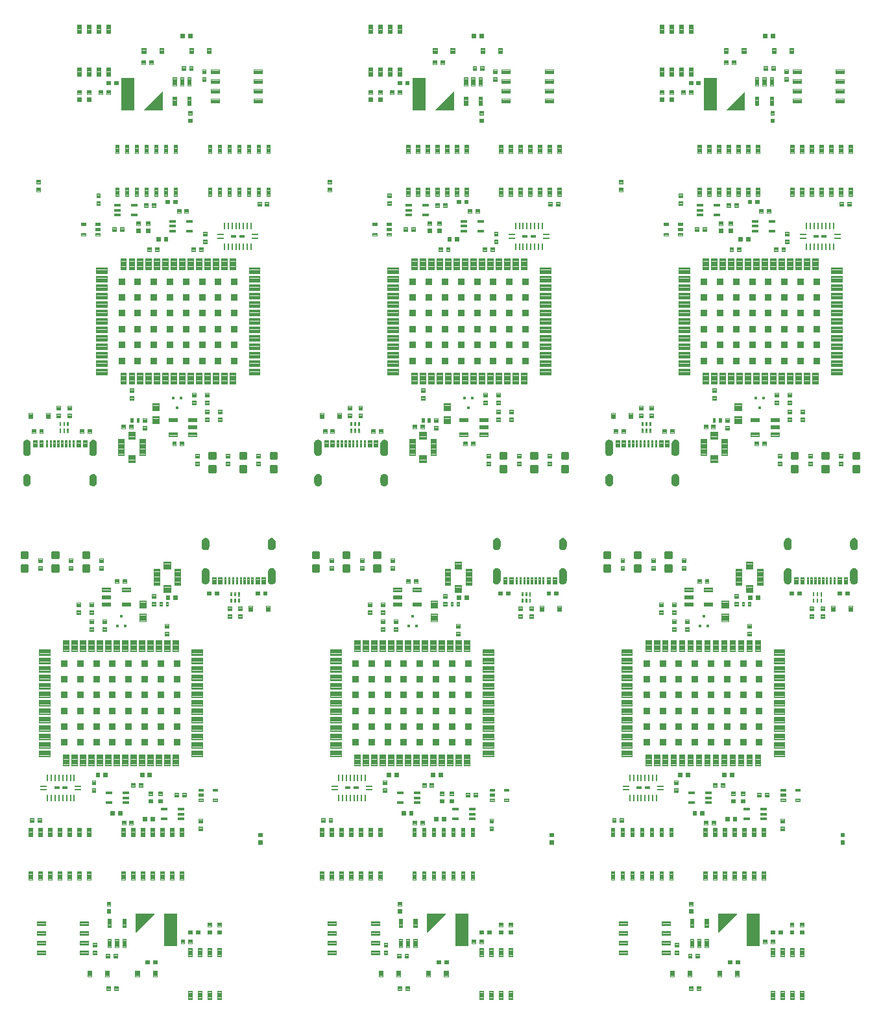
<source format=gtp>
G04 EAGLE Gerber RS-274X export*
G75*
%MOMM*%
%FSLAX34Y34*%
%LPD*%
%INSolderpaste Top*%
%IPPOS*%
%AMOC8*
5,1,8,0,0,1.08239X$1,22.5*%
G01*
%ADD10C,0.102000*%
%ADD11C,0.100800*%
%ADD12R,1.700000X4.200000*%
%ADD13C,0.300000*%
%ADD14R,0.850000X0.350000*%
%ADD15R,0.240000X0.950000*%
%ADD16R,0.650000X0.400000*%
%ADD17R,0.950000X0.240000*%
%ADD18R,0.900000X0.900000*%
%ADD19R,0.300000X0.400000*%
%ADD20C,0.100000*%
%ADD21C,0.099000*%
%ADD22C,0.102500*%

G36*
X204746Y1205453D02*
X204746Y1205453D01*
X204763Y1205450D01*
X204812Y1205472D01*
X204864Y1205487D01*
X204875Y1205500D01*
X204891Y1205507D01*
X204920Y1205552D01*
X204956Y1205593D01*
X204958Y1205610D01*
X204968Y1205624D01*
X204979Y1205697D01*
X204979Y1229697D01*
X204966Y1229740D01*
X204963Y1229783D01*
X204947Y1229805D01*
X204939Y1229832D01*
X204906Y1229861D01*
X204880Y1229896D01*
X204855Y1229906D01*
X204834Y1229924D01*
X204791Y1229930D01*
X204750Y1229946D01*
X204723Y1229940D01*
X204696Y1229944D01*
X204656Y1229927D01*
X204613Y1229918D01*
X204578Y1229892D01*
X204568Y1229888D01*
X204565Y1229882D01*
X204553Y1229874D01*
X180553Y1205874D01*
X180532Y1205835D01*
X180503Y1205802D01*
X180499Y1205775D01*
X180486Y1205751D01*
X180489Y1205707D01*
X180482Y1205664D01*
X180494Y1205639D01*
X180495Y1205612D01*
X180521Y1205576D01*
X180539Y1205536D01*
X180562Y1205521D01*
X180578Y1205499D01*
X180619Y1205483D01*
X180656Y1205459D01*
X180699Y1205453D01*
X180709Y1205449D01*
X180715Y1205450D01*
X180729Y1205448D01*
X204729Y1205448D01*
X204746Y1205453D01*
G37*
G36*
X964765Y1205453D02*
X964765Y1205453D01*
X964782Y1205450D01*
X964831Y1205472D01*
X964882Y1205487D01*
X964894Y1205500D01*
X964909Y1205507D01*
X964939Y1205552D01*
X964974Y1205593D01*
X964977Y1205610D01*
X964986Y1205624D01*
X964997Y1205697D01*
X964997Y1229697D01*
X964985Y1229740D01*
X964982Y1229783D01*
X964966Y1229805D01*
X964958Y1229832D01*
X964925Y1229861D01*
X964899Y1229896D01*
X964874Y1229906D01*
X964853Y1229924D01*
X964810Y1229930D01*
X964769Y1229946D01*
X964742Y1229940D01*
X964715Y1229944D01*
X964675Y1229927D01*
X964632Y1229918D01*
X964597Y1229892D01*
X964587Y1229888D01*
X964583Y1229882D01*
X964572Y1229874D01*
X940572Y1205874D01*
X940551Y1205835D01*
X940522Y1205802D01*
X940518Y1205775D01*
X940505Y1205751D01*
X940508Y1205707D01*
X940501Y1205664D01*
X940512Y1205639D01*
X940514Y1205612D01*
X940540Y1205576D01*
X940558Y1205536D01*
X940581Y1205521D01*
X940597Y1205499D01*
X940638Y1205483D01*
X940675Y1205459D01*
X940718Y1205453D01*
X940728Y1205449D01*
X940734Y1205450D01*
X940748Y1205448D01*
X964748Y1205448D01*
X964765Y1205453D01*
G37*
G36*
X584755Y1205453D02*
X584755Y1205453D01*
X584772Y1205450D01*
X584821Y1205472D01*
X584873Y1205487D01*
X584884Y1205500D01*
X584900Y1205507D01*
X584930Y1205552D01*
X584965Y1205593D01*
X584968Y1205610D01*
X584977Y1205624D01*
X584988Y1205697D01*
X584988Y1229697D01*
X584976Y1229740D01*
X584973Y1229783D01*
X584957Y1229805D01*
X584949Y1229832D01*
X584916Y1229861D01*
X584890Y1229896D01*
X584864Y1229906D01*
X584844Y1229924D01*
X584800Y1229930D01*
X584759Y1229946D01*
X584733Y1229940D01*
X584705Y1229944D01*
X584665Y1229927D01*
X584622Y1229918D01*
X584587Y1229892D01*
X584578Y1229888D01*
X584574Y1229882D01*
X584563Y1229874D01*
X560563Y1205874D01*
X560542Y1205835D01*
X560513Y1205802D01*
X560509Y1205775D01*
X560495Y1205751D01*
X560498Y1205707D01*
X560492Y1205664D01*
X560503Y1205639D01*
X560505Y1205612D01*
X560531Y1205576D01*
X560549Y1205536D01*
X560572Y1205521D01*
X560588Y1205499D01*
X560629Y1205483D01*
X560665Y1205459D01*
X560709Y1205453D01*
X560718Y1205449D01*
X560725Y1205450D01*
X560739Y1205448D01*
X584739Y1205448D01*
X584755Y1205453D01*
G37*
G36*
X930225Y133557D02*
X930225Y133557D01*
X930252Y133553D01*
X930292Y133571D01*
X930335Y133580D01*
X930371Y133606D01*
X930380Y133610D01*
X930384Y133615D01*
X930395Y133624D01*
X954395Y157624D01*
X954416Y157662D01*
X954445Y157695D01*
X954449Y157722D01*
X954462Y157746D01*
X954459Y157790D01*
X954466Y157833D01*
X954455Y157859D01*
X954453Y157886D01*
X954427Y157921D01*
X954409Y157961D01*
X954386Y157976D01*
X954370Y157998D01*
X954329Y158014D01*
X954292Y158038D01*
X954249Y158045D01*
X954239Y158048D01*
X954233Y158047D01*
X954219Y158049D01*
X930219Y158049D01*
X930202Y158044D01*
X930185Y158047D01*
X930136Y158025D01*
X930085Y158010D01*
X930073Y157997D01*
X930058Y157990D01*
X930028Y157945D01*
X929993Y157905D01*
X929990Y157888D01*
X929981Y157874D01*
X929970Y157800D01*
X929970Y133800D01*
X929982Y133758D01*
X929985Y133714D01*
X930001Y133692D01*
X930009Y133666D01*
X930042Y133637D01*
X930068Y133602D01*
X930093Y133592D01*
X930114Y133574D01*
X930157Y133567D01*
X930198Y133552D01*
X930225Y133557D01*
G37*
G36*
X550216Y133557D02*
X550216Y133557D01*
X550243Y133553D01*
X550283Y133571D01*
X550326Y133580D01*
X550361Y133606D01*
X550371Y133610D01*
X550374Y133615D01*
X550386Y133624D01*
X574386Y157624D01*
X574407Y157662D01*
X574436Y157695D01*
X574440Y157722D01*
X574453Y157746D01*
X574450Y157790D01*
X574456Y157833D01*
X574445Y157859D01*
X574443Y157886D01*
X574417Y157921D01*
X574400Y157961D01*
X574377Y157976D01*
X574360Y157998D01*
X574320Y158014D01*
X574283Y158038D01*
X574240Y158045D01*
X574230Y158048D01*
X574224Y158047D01*
X574209Y158049D01*
X550209Y158049D01*
X550193Y158044D01*
X550176Y158047D01*
X550127Y158025D01*
X550075Y158010D01*
X550064Y157997D01*
X550048Y157990D01*
X550019Y157945D01*
X549983Y157905D01*
X549981Y157888D01*
X549971Y157874D01*
X549960Y157800D01*
X549960Y133800D01*
X549972Y133758D01*
X549975Y133714D01*
X549992Y133692D01*
X549999Y133666D01*
X550032Y133637D01*
X550058Y133602D01*
X550084Y133592D01*
X550105Y133574D01*
X550148Y133567D01*
X550189Y133552D01*
X550216Y133557D01*
G37*
G36*
X170206Y133557D02*
X170206Y133557D01*
X170233Y133553D01*
X170274Y133571D01*
X170316Y133580D01*
X170352Y133606D01*
X170361Y133610D01*
X170365Y133615D01*
X170376Y133624D01*
X194376Y157624D01*
X194397Y157662D01*
X194426Y157695D01*
X194430Y157722D01*
X194443Y157746D01*
X194440Y157790D01*
X194447Y157833D01*
X194436Y157859D01*
X194434Y157886D01*
X194408Y157921D01*
X194390Y157961D01*
X194367Y157976D01*
X194351Y157998D01*
X194310Y158014D01*
X194274Y158038D01*
X194230Y158045D01*
X194221Y158048D01*
X194214Y158047D01*
X194200Y158049D01*
X170200Y158049D01*
X170184Y158044D01*
X170167Y158047D01*
X170117Y158025D01*
X170066Y158010D01*
X170055Y157997D01*
X170039Y157990D01*
X170009Y157945D01*
X169974Y157905D01*
X169971Y157888D01*
X169962Y157874D01*
X169951Y157800D01*
X169951Y133800D01*
X169963Y133758D01*
X169966Y133714D01*
X169982Y133692D01*
X169990Y133666D01*
X170023Y133637D01*
X170049Y133602D01*
X170075Y133592D01*
X170095Y133574D01*
X170139Y133567D01*
X170179Y133552D01*
X170206Y133557D01*
G37*
G36*
X261004Y587455D02*
X261004Y587455D01*
X261007Y587451D01*
X262115Y587621D01*
X262121Y587627D01*
X262126Y587624D01*
X263168Y588036D01*
X263172Y588043D01*
X263177Y588041D01*
X264102Y588675D01*
X264104Y588683D01*
X264110Y588682D01*
X264870Y589506D01*
X264871Y589514D01*
X264877Y589514D01*
X265434Y590486D01*
X265434Y590490D01*
X265435Y590491D01*
X265433Y590493D01*
X265433Y590494D01*
X265439Y590496D01*
X265766Y591568D01*
X265765Y591573D01*
X265767Y591574D01*
X265765Y591577D01*
X265768Y591579D01*
X265849Y592696D01*
X265848Y592699D01*
X265849Y592700D01*
X265849Y604700D01*
X265844Y604707D01*
X265848Y604711D01*
X265629Y605655D01*
X265623Y605661D01*
X265625Y605666D01*
X265202Y606538D01*
X265194Y606541D01*
X265196Y606547D01*
X264589Y607303D01*
X264581Y607305D01*
X264581Y607311D01*
X263821Y607912D01*
X263812Y607912D01*
X263811Y607918D01*
X262936Y608336D01*
X262928Y608334D01*
X262926Y608339D01*
X261980Y608552D01*
X261973Y608548D01*
X261969Y608553D01*
X261000Y608549D01*
X260999Y608549D01*
X259931Y608530D01*
X259930Y608530D01*
X259924Y608526D01*
X259920Y608529D01*
X258883Y608273D01*
X258878Y608266D01*
X258872Y608269D01*
X257918Y607788D01*
X257915Y607781D01*
X257909Y607782D01*
X257086Y607101D01*
X257084Y607093D01*
X257078Y607093D01*
X256427Y606246D01*
X256427Y606238D01*
X256421Y606237D01*
X255974Y605266D01*
X255976Y605258D01*
X255971Y605256D01*
X255752Y604210D01*
X255755Y604203D01*
X255751Y604200D01*
X255751Y592200D01*
X255754Y592195D01*
X255751Y592192D01*
X255931Y591097D01*
X255937Y591091D01*
X255934Y591086D01*
X256353Y590058D01*
X256360Y590054D01*
X256358Y590049D01*
X256996Y589140D01*
X257003Y589138D01*
X257003Y589132D01*
X257826Y588388D01*
X257834Y588387D01*
X257835Y588381D01*
X258803Y587839D01*
X258812Y587840D01*
X258814Y587834D01*
X259878Y587521D01*
X259886Y587524D01*
X259889Y587519D01*
X260997Y587451D01*
X261004Y587455D01*
G37*
G36*
X1021022Y587455D02*
X1021022Y587455D01*
X1021026Y587451D01*
X1022134Y587621D01*
X1022140Y587627D01*
X1022145Y587624D01*
X1023187Y588036D01*
X1023191Y588043D01*
X1023196Y588041D01*
X1024120Y588675D01*
X1024123Y588683D01*
X1024129Y588682D01*
X1024889Y589506D01*
X1024890Y589514D01*
X1024895Y589514D01*
X1025453Y590486D01*
X1025453Y590490D01*
X1025454Y590491D01*
X1025452Y590493D01*
X1025452Y590494D01*
X1025458Y590496D01*
X1025785Y591568D01*
X1025783Y591573D01*
X1025786Y591574D01*
X1025784Y591577D01*
X1025787Y591579D01*
X1025868Y592696D01*
X1025866Y592699D01*
X1025868Y592700D01*
X1025868Y604700D01*
X1025863Y604707D01*
X1025867Y604711D01*
X1025648Y605655D01*
X1025641Y605661D01*
X1025644Y605666D01*
X1025220Y606538D01*
X1025213Y606541D01*
X1025214Y606547D01*
X1024607Y607303D01*
X1024599Y607305D01*
X1024600Y607311D01*
X1023839Y607912D01*
X1023831Y607912D01*
X1023830Y607918D01*
X1022955Y608336D01*
X1022947Y608334D01*
X1022945Y608339D01*
X1021999Y608552D01*
X1021992Y608548D01*
X1021988Y608553D01*
X1021019Y608549D01*
X1021018Y608549D01*
X1019950Y608530D01*
X1019949Y608530D01*
X1019948Y608530D01*
X1019943Y608526D01*
X1019939Y608529D01*
X1018902Y608273D01*
X1018896Y608266D01*
X1018891Y608269D01*
X1017937Y607788D01*
X1017933Y607781D01*
X1017928Y607782D01*
X1017104Y607101D01*
X1017102Y607093D01*
X1017097Y607093D01*
X1016445Y606246D01*
X1016445Y606238D01*
X1016440Y606237D01*
X1015993Y605266D01*
X1015995Y605258D01*
X1015990Y605256D01*
X1015771Y604210D01*
X1015774Y604203D01*
X1015770Y604200D01*
X1015770Y592200D01*
X1015773Y592195D01*
X1015770Y592192D01*
X1015950Y591097D01*
X1015956Y591091D01*
X1015953Y591086D01*
X1016372Y590058D01*
X1016379Y590054D01*
X1016377Y590049D01*
X1017014Y589140D01*
X1017022Y589138D01*
X1017022Y589132D01*
X1017845Y588388D01*
X1017853Y588387D01*
X1017854Y588381D01*
X1018822Y587839D01*
X1018830Y587840D01*
X1018832Y587834D01*
X1019897Y587521D01*
X1019905Y587524D01*
X1019908Y587519D01*
X1021016Y587451D01*
X1021022Y587455D01*
G37*
G36*
X641013Y587455D02*
X641013Y587455D01*
X641017Y587451D01*
X642124Y587621D01*
X642130Y587627D01*
X642135Y587624D01*
X643177Y588036D01*
X643181Y588043D01*
X643187Y588041D01*
X644111Y588675D01*
X644114Y588683D01*
X644119Y588682D01*
X644879Y589506D01*
X644880Y589514D01*
X644886Y589514D01*
X645444Y590486D01*
X645443Y590490D01*
X645445Y590491D01*
X645443Y590493D01*
X645443Y590494D01*
X645448Y590496D01*
X645776Y591568D01*
X645774Y591573D01*
X645776Y591574D01*
X645775Y591577D01*
X645778Y591579D01*
X645859Y592696D01*
X645857Y592699D01*
X645859Y592700D01*
X645859Y604700D01*
X645854Y604707D01*
X645857Y604711D01*
X645638Y605655D01*
X645632Y605661D01*
X645635Y605666D01*
X645211Y606538D01*
X645204Y606541D01*
X645205Y606547D01*
X644598Y607303D01*
X644590Y607305D01*
X644590Y607311D01*
X643830Y607912D01*
X643822Y607912D01*
X643821Y607918D01*
X642946Y608336D01*
X642938Y608334D01*
X642935Y608339D01*
X641990Y608552D01*
X641982Y608548D01*
X641979Y608553D01*
X641009Y608549D01*
X639940Y608530D01*
X639939Y608530D01*
X639933Y608526D01*
X639929Y608529D01*
X638892Y608273D01*
X638887Y608266D01*
X638882Y608269D01*
X637928Y607788D01*
X637924Y607781D01*
X637918Y607782D01*
X637095Y607101D01*
X637093Y607093D01*
X637087Y607093D01*
X636436Y606246D01*
X636436Y606238D01*
X636430Y606237D01*
X635984Y605266D01*
X635986Y605258D01*
X635980Y605256D01*
X635761Y604210D01*
X635764Y604203D01*
X635760Y604200D01*
X635760Y592200D01*
X635764Y592195D01*
X635761Y592192D01*
X635941Y591097D01*
X635947Y591091D01*
X635944Y591086D01*
X636363Y590058D01*
X636370Y590054D01*
X636368Y590049D01*
X637005Y589140D01*
X637013Y589138D01*
X637012Y589132D01*
X637836Y588388D01*
X637844Y588387D01*
X637845Y588381D01*
X638813Y587839D01*
X638821Y587840D01*
X638823Y587834D01*
X639888Y587521D01*
X639895Y587524D01*
X639899Y587519D01*
X641006Y587451D01*
X641013Y587455D01*
G37*
G36*
X493939Y754948D02*
X493939Y754948D01*
X493940Y754948D01*
X495008Y754967D01*
X495014Y754972D01*
X495019Y754969D01*
X496056Y755225D01*
X496061Y755231D01*
X496066Y755229D01*
X497021Y755709D01*
X497024Y755716D01*
X497030Y755715D01*
X497853Y756396D01*
X497855Y756404D01*
X497861Y756404D01*
X498512Y757251D01*
X498512Y757259D01*
X498518Y757260D01*
X498964Y758231D01*
X498963Y758239D01*
X498968Y758242D01*
X499187Y759287D01*
X499184Y759294D01*
X499188Y759297D01*
X499188Y771297D01*
X499184Y771302D01*
X499187Y771305D01*
X499008Y772401D01*
X499002Y772406D01*
X499005Y772411D01*
X498586Y773439D01*
X498579Y773443D01*
X498580Y773449D01*
X497943Y774357D01*
X497936Y774360D01*
X497936Y774366D01*
X497113Y775110D01*
X497105Y775111D01*
X497104Y775116D01*
X496135Y775659D01*
X496127Y775658D01*
X496125Y775663D01*
X495060Y775976D01*
X495056Y775974D01*
X495052Y775974D01*
X495050Y775978D01*
X493942Y776047D01*
X493935Y776042D01*
X493931Y776046D01*
X492824Y775876D01*
X492818Y775870D01*
X492813Y775873D01*
X491771Y775461D01*
X491767Y775454D01*
X491761Y775456D01*
X490837Y774823D01*
X490835Y774815D01*
X490829Y774815D01*
X490069Y773992D01*
X490068Y773984D01*
X490062Y773983D01*
X489504Y773011D01*
X489506Y773003D01*
X489500Y773001D01*
X489173Y771929D01*
X489175Y771922D01*
X489171Y771919D01*
X489090Y770801D01*
X489091Y770799D01*
X489090Y770797D01*
X489090Y758797D01*
X489095Y758791D01*
X489091Y758786D01*
X489310Y757842D01*
X489316Y757837D01*
X489314Y757832D01*
X489737Y756960D01*
X489745Y756956D01*
X489743Y756950D01*
X490350Y756195D01*
X490358Y756193D01*
X490358Y756187D01*
X491118Y755585D01*
X491126Y755585D01*
X491128Y755579D01*
X492002Y755162D01*
X492010Y755164D01*
X492013Y755158D01*
X492959Y754946D01*
X492966Y754949D01*
X492970Y754945D01*
X493939Y754948D01*
G37*
G36*
X113930Y754948D02*
X113930Y754948D01*
X114999Y754967D01*
X115005Y754972D01*
X115009Y754969D01*
X116047Y755225D01*
X116052Y755231D01*
X116057Y755229D01*
X117011Y755709D01*
X117015Y755716D01*
X117021Y755715D01*
X117844Y756396D01*
X117846Y756404D01*
X117852Y756404D01*
X118503Y757251D01*
X118503Y757259D01*
X118509Y757260D01*
X118955Y758231D01*
X118953Y758239D01*
X118958Y758242D01*
X119178Y759287D01*
X119174Y759294D01*
X119179Y759297D01*
X119179Y771297D01*
X119175Y771302D01*
X119178Y771305D01*
X118998Y772401D01*
X118992Y772406D01*
X118995Y772411D01*
X118576Y773439D01*
X118569Y773443D01*
X118571Y773449D01*
X117934Y774357D01*
X117926Y774360D01*
X117927Y774366D01*
X117103Y775110D01*
X117095Y775111D01*
X117094Y775116D01*
X116126Y775659D01*
X116118Y775658D01*
X116116Y775663D01*
X115051Y775976D01*
X115047Y775974D01*
X115043Y775974D01*
X115040Y775978D01*
X113932Y776047D01*
X113926Y776042D01*
X113922Y776046D01*
X112814Y775876D01*
X112809Y775870D01*
X112804Y775873D01*
X111762Y775461D01*
X111757Y775454D01*
X111752Y775456D01*
X110828Y774823D01*
X110825Y774815D01*
X110819Y774815D01*
X110059Y773992D01*
X110059Y773984D01*
X110053Y773983D01*
X109495Y773011D01*
X109496Y773003D01*
X109491Y773001D01*
X109163Y771929D01*
X109166Y771922D01*
X109161Y771919D01*
X109080Y770801D01*
X109082Y770799D01*
X109080Y770797D01*
X109080Y758797D01*
X109085Y758791D01*
X109081Y758786D01*
X109301Y757842D01*
X109307Y757837D01*
X109304Y757832D01*
X109728Y756960D01*
X109735Y756956D01*
X109734Y756950D01*
X110341Y756195D01*
X110349Y756193D01*
X110349Y756187D01*
X111109Y755585D01*
X111117Y755585D01*
X111118Y755579D01*
X111993Y755162D01*
X112001Y755164D01*
X112003Y755158D01*
X112949Y754946D01*
X112957Y754949D01*
X112960Y754945D01*
X113930Y754948D01*
G37*
G36*
X873948Y754948D02*
X873948Y754948D01*
X873949Y754948D01*
X875017Y754967D01*
X875024Y754972D01*
X875028Y754969D01*
X876066Y755225D01*
X876071Y755231D01*
X876076Y755229D01*
X877030Y755709D01*
X877034Y755716D01*
X877039Y755715D01*
X877863Y756396D01*
X877865Y756404D01*
X877870Y756404D01*
X878522Y757251D01*
X878522Y757259D01*
X878527Y757260D01*
X878974Y758231D01*
X878972Y758239D01*
X878977Y758242D01*
X879196Y759287D01*
X879193Y759294D01*
X879197Y759297D01*
X879197Y771297D01*
X879194Y771302D01*
X879197Y771305D01*
X879017Y772401D01*
X879011Y772406D01*
X879014Y772411D01*
X878595Y773439D01*
X878588Y773443D01*
X878590Y773449D01*
X877953Y774357D01*
X877945Y774360D01*
X877945Y774366D01*
X877122Y775110D01*
X877114Y775111D01*
X877113Y775116D01*
X876145Y775659D01*
X876137Y775658D01*
X876135Y775663D01*
X875070Y775976D01*
X875065Y775974D01*
X875061Y775974D01*
X875059Y775978D01*
X873951Y776047D01*
X873945Y776042D01*
X873941Y776046D01*
X872833Y775876D01*
X872827Y775870D01*
X872822Y775873D01*
X871780Y775461D01*
X871776Y775454D01*
X871771Y775456D01*
X870847Y774823D01*
X870844Y774815D01*
X870838Y774815D01*
X870078Y773992D01*
X870077Y773984D01*
X870072Y773983D01*
X869514Y773011D01*
X869515Y773003D01*
X869509Y773001D01*
X869182Y771929D01*
X869185Y771922D01*
X869180Y771919D01*
X869099Y770801D01*
X869101Y770799D01*
X869099Y770797D01*
X869099Y758797D01*
X869104Y758791D01*
X869100Y758786D01*
X869319Y757842D01*
X869326Y757837D01*
X869323Y757832D01*
X869747Y756960D01*
X869754Y756956D01*
X869753Y756950D01*
X870360Y756195D01*
X870368Y756193D01*
X870368Y756187D01*
X871128Y755585D01*
X871136Y755585D01*
X871137Y755579D01*
X872012Y755162D01*
X872020Y755164D01*
X872022Y755158D01*
X872968Y754946D01*
X872976Y754949D01*
X872979Y754945D01*
X873948Y754948D01*
G37*
G36*
X347502Y587454D02*
X347502Y587454D01*
X347506Y587451D01*
X348551Y587569D01*
X348557Y587575D01*
X348562Y587571D01*
X349556Y587919D01*
X349560Y587926D01*
X349565Y587924D01*
X350457Y588484D01*
X350460Y588491D01*
X350465Y588491D01*
X351209Y589235D01*
X351211Y589243D01*
X351216Y589243D01*
X351776Y590135D01*
X351776Y590142D01*
X351777Y590143D01*
X351781Y590144D01*
X352129Y591138D01*
X352126Y591146D01*
X352131Y591149D01*
X352249Y592195D01*
X352247Y592198D01*
X352249Y592200D01*
X352249Y604200D01*
X352246Y604205D01*
X352249Y604208D01*
X352091Y605204D01*
X352085Y605210D01*
X352088Y605215D01*
X351713Y606151D01*
X351706Y606155D01*
X351708Y606161D01*
X351134Y606990D01*
X351126Y606993D01*
X351127Y606998D01*
X350383Y607679D01*
X350374Y607680D01*
X350374Y607686D01*
X349497Y608184D01*
X349489Y608183D01*
X349486Y608188D01*
X348521Y608479D01*
X348513Y608476D01*
X348510Y608481D01*
X347503Y608549D01*
X347501Y608548D01*
X347500Y608549D01*
X346419Y608540D01*
X346412Y608535D01*
X346408Y608539D01*
X345356Y608290D01*
X345351Y608283D01*
X345346Y608286D01*
X344376Y607809D01*
X344373Y607801D01*
X344367Y607803D01*
X343528Y607122D01*
X343526Y607114D01*
X343520Y607114D01*
X342854Y606264D01*
X342853Y606255D01*
X342848Y606254D01*
X342387Y605277D01*
X342389Y605269D01*
X342384Y605266D01*
X342152Y604211D01*
X342155Y604203D01*
X342151Y604200D01*
X342151Y592200D01*
X342155Y592195D01*
X342151Y592192D01*
X342344Y591086D01*
X342350Y591081D01*
X342347Y591076D01*
X342780Y590041D01*
X342787Y590037D01*
X342785Y590032D01*
X343438Y589119D01*
X343446Y589117D01*
X343445Y589111D01*
X344284Y588367D01*
X344293Y588366D01*
X344293Y588361D01*
X345277Y587822D01*
X345285Y587823D01*
X345287Y587818D01*
X346366Y587511D01*
X346374Y587514D01*
X346377Y587509D01*
X347497Y587451D01*
X347502Y587454D01*
G37*
G36*
X1107521Y587454D02*
X1107521Y587454D01*
X1107524Y587451D01*
X1108570Y587569D01*
X1108576Y587575D01*
X1108581Y587571D01*
X1109574Y587919D01*
X1109579Y587926D01*
X1109584Y587924D01*
X1110475Y588484D01*
X1110478Y588491D01*
X1110484Y588491D01*
X1111228Y589235D01*
X1111229Y589243D01*
X1111235Y589243D01*
X1111795Y590135D01*
X1111794Y590142D01*
X1111796Y590143D01*
X1111800Y590144D01*
X1112147Y591138D01*
X1112145Y591146D01*
X1112150Y591149D01*
X1112268Y592195D01*
X1112266Y592198D01*
X1112268Y592200D01*
X1112268Y604200D01*
X1112265Y604205D01*
X1112267Y604208D01*
X1112110Y605204D01*
X1112104Y605210D01*
X1112107Y605215D01*
X1111732Y606151D01*
X1111725Y606155D01*
X1111727Y606161D01*
X1111153Y606990D01*
X1111145Y606993D01*
X1111146Y606998D01*
X1110401Y607679D01*
X1110393Y607680D01*
X1110392Y607686D01*
X1109515Y608184D01*
X1109507Y608183D01*
X1109505Y608188D01*
X1108539Y608479D01*
X1108532Y608476D01*
X1108529Y608481D01*
X1107522Y608549D01*
X1107520Y608548D01*
X1107518Y608549D01*
X1106438Y608540D01*
X1106431Y608535D01*
X1106427Y608539D01*
X1105375Y608290D01*
X1105370Y608283D01*
X1105365Y608286D01*
X1104395Y607809D01*
X1104392Y607801D01*
X1104386Y607803D01*
X1103547Y607122D01*
X1103545Y607114D01*
X1103539Y607114D01*
X1102872Y606264D01*
X1102872Y606255D01*
X1102867Y606254D01*
X1102406Y605277D01*
X1102408Y605269D01*
X1102402Y605266D01*
X1102171Y604211D01*
X1102174Y604203D01*
X1102170Y604200D01*
X1102170Y592200D01*
X1102173Y592195D01*
X1102170Y592192D01*
X1102362Y591086D01*
X1102368Y591081D01*
X1102366Y591076D01*
X1102799Y590041D01*
X1102806Y590037D01*
X1102804Y590032D01*
X1103457Y589119D01*
X1103464Y589117D01*
X1103464Y589111D01*
X1104303Y588367D01*
X1104311Y588366D01*
X1104312Y588361D01*
X1105296Y587822D01*
X1105304Y587823D01*
X1105306Y587818D01*
X1106385Y587511D01*
X1106393Y587514D01*
X1106396Y587509D01*
X1107516Y587451D01*
X1107521Y587454D01*
G37*
G36*
X727512Y587454D02*
X727512Y587454D01*
X727515Y587451D01*
X728561Y587569D01*
X728567Y587575D01*
X728572Y587571D01*
X729565Y587919D01*
X729569Y587926D01*
X729575Y587924D01*
X730466Y588484D01*
X730469Y588491D01*
X730475Y588491D01*
X731219Y589235D01*
X731220Y589243D01*
X731226Y589243D01*
X731786Y590135D01*
X731785Y590142D01*
X731787Y590143D01*
X731790Y590144D01*
X732138Y591138D01*
X732136Y591146D01*
X732141Y591149D01*
X732258Y592195D01*
X732256Y592198D01*
X732259Y592200D01*
X732259Y604200D01*
X732255Y604205D01*
X732258Y604208D01*
X732101Y605204D01*
X732095Y605210D01*
X732098Y605215D01*
X731723Y606151D01*
X731716Y606155D01*
X731718Y606161D01*
X731143Y606990D01*
X731136Y606993D01*
X731136Y606998D01*
X730392Y607679D01*
X730384Y607680D01*
X730383Y607686D01*
X729506Y608184D01*
X729498Y608183D01*
X729496Y608188D01*
X728530Y608479D01*
X728522Y608476D01*
X728519Y608481D01*
X727513Y608549D01*
X727510Y608548D01*
X727509Y608549D01*
X726428Y608540D01*
X726422Y608535D01*
X726417Y608539D01*
X725366Y608290D01*
X725361Y608283D01*
X725356Y608286D01*
X724386Y607809D01*
X724382Y607801D01*
X724377Y607803D01*
X723537Y607122D01*
X723535Y607114D01*
X723530Y607114D01*
X722863Y606264D01*
X722863Y606255D01*
X722857Y606254D01*
X722396Y605277D01*
X722398Y605269D01*
X722393Y605266D01*
X722161Y604211D01*
X722165Y604203D01*
X722160Y604200D01*
X722160Y592200D01*
X722164Y592195D01*
X722161Y592192D01*
X722353Y591086D01*
X722359Y591081D01*
X722356Y591076D01*
X722789Y590041D01*
X722796Y590037D01*
X722795Y590032D01*
X723447Y589119D01*
X723455Y589117D01*
X723455Y589111D01*
X724294Y588367D01*
X724302Y588366D01*
X724303Y588361D01*
X725287Y587822D01*
X725295Y587823D01*
X725297Y587818D01*
X726376Y587511D01*
X726383Y587514D01*
X726387Y587509D01*
X727507Y587451D01*
X727512Y587454D01*
G37*
G36*
X788529Y754957D02*
X788529Y754957D01*
X788536Y754962D01*
X788540Y754959D01*
X789592Y755208D01*
X789597Y755214D01*
X789602Y755212D01*
X790572Y755689D01*
X790575Y755696D01*
X790581Y755695D01*
X791420Y756376D01*
X791422Y756383D01*
X791428Y756383D01*
X792095Y757234D01*
X792095Y757242D01*
X792100Y757243D01*
X792561Y758221D01*
X792559Y758229D01*
X792565Y758231D01*
X792796Y759287D01*
X792793Y759294D01*
X792797Y759297D01*
X792797Y771297D01*
X792794Y771303D01*
X792797Y771306D01*
X792605Y772411D01*
X792599Y772417D01*
X792602Y772422D01*
X792168Y773456D01*
X792161Y773460D01*
X792163Y773466D01*
X791510Y774378D01*
X791503Y774381D01*
X791503Y774386D01*
X790664Y775130D01*
X790656Y775131D01*
X790655Y775137D01*
X789671Y775676D01*
X789663Y775674D01*
X789661Y775680D01*
X788582Y775986D01*
X788574Y775983D01*
X788571Y775988D01*
X787451Y776047D01*
X787446Y776043D01*
X787443Y776046D01*
X786397Y775929D01*
X786391Y775923D01*
X786386Y775926D01*
X785393Y775578D01*
X785388Y775572D01*
X785383Y775574D01*
X784492Y775014D01*
X784489Y775006D01*
X784483Y775007D01*
X783739Y774263D01*
X783738Y774255D01*
X783732Y774254D01*
X783172Y773363D01*
X783173Y773355D01*
X783167Y773353D01*
X782820Y772360D01*
X782822Y772352D01*
X782817Y772349D01*
X782699Y771303D01*
X782701Y771299D01*
X782699Y771297D01*
X782699Y759297D01*
X782702Y759293D01*
X782700Y759290D01*
X782857Y758293D01*
X782863Y758288D01*
X782860Y758283D01*
X783235Y757346D01*
X783242Y757342D01*
X783240Y757337D01*
X783814Y756507D01*
X783822Y756505D01*
X783821Y756499D01*
X784566Y755818D01*
X784574Y755817D01*
X784575Y755812D01*
X785452Y755313D01*
X785460Y755315D01*
X785462Y755309D01*
X786428Y755019D01*
X786435Y755021D01*
X786439Y755017D01*
X787445Y754948D01*
X787447Y754950D01*
X787449Y754948D01*
X788529Y754957D01*
G37*
G36*
X408520Y754957D02*
X408520Y754957D01*
X408526Y754962D01*
X408531Y754959D01*
X409582Y755208D01*
X409588Y755214D01*
X409593Y755212D01*
X410562Y755689D01*
X410566Y755696D01*
X410572Y755695D01*
X411411Y756376D01*
X411413Y756383D01*
X411419Y756383D01*
X412085Y757234D01*
X412085Y757242D01*
X412091Y757243D01*
X412552Y758221D01*
X412550Y758229D01*
X412555Y758231D01*
X412787Y759287D01*
X412784Y759294D01*
X412788Y759297D01*
X412788Y771297D01*
X412784Y771303D01*
X412787Y771306D01*
X412595Y772411D01*
X412589Y772417D01*
X412592Y772422D01*
X412159Y773456D01*
X412152Y773460D01*
X412154Y773466D01*
X411501Y774378D01*
X411493Y774381D01*
X411494Y774386D01*
X410654Y775130D01*
X410646Y775131D01*
X410645Y775137D01*
X409662Y775676D01*
X409654Y775674D01*
X409651Y775680D01*
X408572Y775986D01*
X408565Y775983D01*
X408562Y775988D01*
X407441Y776047D01*
X407436Y776043D01*
X407433Y776046D01*
X406387Y775929D01*
X406382Y775923D01*
X406377Y775926D01*
X405383Y775578D01*
X405379Y775572D01*
X405373Y775574D01*
X404482Y775014D01*
X404479Y775006D01*
X404474Y775007D01*
X403729Y774263D01*
X403728Y774255D01*
X403723Y774254D01*
X403163Y773363D01*
X403163Y773355D01*
X403158Y773353D01*
X402810Y772360D01*
X402813Y772352D01*
X402808Y772349D01*
X402690Y771303D01*
X402692Y771299D01*
X402690Y771297D01*
X402690Y759297D01*
X402693Y759293D01*
X402690Y759290D01*
X402848Y758293D01*
X402853Y758288D01*
X402850Y758283D01*
X403226Y757346D01*
X403233Y757342D01*
X403231Y757337D01*
X403805Y756507D01*
X403813Y756505D01*
X403812Y756499D01*
X404556Y755818D01*
X404564Y755817D01*
X404565Y755812D01*
X405442Y755313D01*
X405450Y755315D01*
X405452Y755309D01*
X406418Y755019D01*
X406426Y755021D01*
X406429Y755017D01*
X407435Y754948D01*
X407438Y754950D01*
X407439Y754948D01*
X408520Y754957D01*
G37*
G36*
X28510Y754957D02*
X28510Y754957D01*
X28517Y754962D01*
X28521Y754959D01*
X29573Y755208D01*
X29578Y755214D01*
X29583Y755212D01*
X30553Y755689D01*
X30557Y755696D01*
X30562Y755695D01*
X31401Y756376D01*
X31403Y756383D01*
X31409Y756383D01*
X32076Y757234D01*
X32076Y757242D01*
X32082Y757243D01*
X32542Y758221D01*
X32541Y758229D01*
X32546Y758231D01*
X32778Y759287D01*
X32774Y759294D01*
X32779Y759297D01*
X32779Y771297D01*
X32775Y771303D01*
X32778Y771306D01*
X32586Y772411D01*
X32580Y772417D01*
X32583Y772422D01*
X32150Y773456D01*
X32142Y773460D01*
X32144Y773466D01*
X31492Y774378D01*
X31484Y774381D01*
X31484Y774386D01*
X30645Y775130D01*
X30637Y775131D01*
X30636Y775137D01*
X29652Y775676D01*
X29644Y775674D01*
X29642Y775680D01*
X28563Y775986D01*
X28555Y775983D01*
X28552Y775988D01*
X27432Y776047D01*
X27427Y776043D01*
X27424Y776046D01*
X26378Y775929D01*
X26372Y775923D01*
X26367Y775926D01*
X25374Y775578D01*
X25369Y775572D01*
X25364Y775574D01*
X24473Y775014D01*
X24470Y775006D01*
X24464Y775007D01*
X23720Y774263D01*
X23719Y774255D01*
X23713Y774254D01*
X23153Y773363D01*
X23154Y773355D01*
X23148Y773353D01*
X22801Y772360D01*
X22803Y772352D01*
X22798Y772349D01*
X22680Y771303D01*
X22683Y771299D01*
X22680Y771297D01*
X22680Y759297D01*
X22684Y759293D01*
X22681Y759290D01*
X22838Y758293D01*
X22844Y758288D01*
X22841Y758283D01*
X23216Y757346D01*
X23223Y757342D01*
X23221Y757337D01*
X23795Y756507D01*
X23803Y756505D01*
X23803Y756499D01*
X24547Y755818D01*
X24555Y755817D01*
X24556Y755812D01*
X25433Y755313D01*
X25441Y755315D01*
X25443Y755309D01*
X26409Y755019D01*
X26417Y755021D01*
X26420Y755017D01*
X27426Y754948D01*
X27429Y754950D01*
X27430Y754948D01*
X28510Y754957D01*
G37*
G36*
X494443Y715452D02*
X494443Y715452D01*
X494446Y715449D01*
X495521Y715604D01*
X495527Y715609D01*
X495532Y715606D01*
X496546Y715997D01*
X496550Y716004D01*
X496556Y716002D01*
X497457Y716608D01*
X497460Y716616D01*
X497466Y716615D01*
X498210Y717407D01*
X498211Y717415D01*
X498217Y717416D01*
X498766Y718353D01*
X498765Y718361D01*
X498771Y718363D01*
X499098Y719400D01*
X499095Y719407D01*
X499100Y719410D01*
X499188Y720493D01*
X499186Y720496D01*
X499188Y720497D01*
X499188Y726497D01*
X499185Y726501D01*
X499188Y726504D01*
X499038Y727636D01*
X499032Y727642D01*
X499035Y727647D01*
X498637Y728718D01*
X498630Y728722D01*
X498632Y728727D01*
X498005Y729682D01*
X497997Y729685D01*
X497998Y729691D01*
X497175Y730483D01*
X497166Y730484D01*
X497166Y730489D01*
X496187Y731078D01*
X496179Y731077D01*
X496177Y731083D01*
X495092Y731439D01*
X495084Y731436D01*
X495081Y731441D01*
X493943Y731546D01*
X493935Y731541D01*
X493930Y731546D01*
X492793Y731339D01*
X492787Y731333D01*
X492782Y731336D01*
X491720Y730881D01*
X491716Y730874D01*
X491710Y730875D01*
X490775Y730195D01*
X490773Y730188D01*
X490767Y730188D01*
X490007Y729317D01*
X490007Y729309D01*
X490001Y729308D01*
X489454Y728290D01*
X489455Y728282D01*
X489450Y728280D01*
X489446Y728267D01*
X489446Y728266D01*
X489432Y728217D01*
X489419Y728168D01*
X489405Y728119D01*
X489392Y728070D01*
X489392Y728069D01*
X489378Y728020D01*
X489365Y727971D01*
X489364Y727971D01*
X489365Y727971D01*
X489351Y727922D01*
X489337Y727873D01*
X489337Y727872D01*
X489324Y727823D01*
X489310Y727774D01*
X489297Y727725D01*
X489283Y727676D01*
X489283Y727675D01*
X489270Y727626D01*
X489256Y727577D01*
X489242Y727528D01*
X489229Y727479D01*
X489229Y727478D01*
X489215Y727429D01*
X489202Y727380D01*
X489188Y727331D01*
X489143Y727165D01*
X489146Y727158D01*
X489141Y727154D01*
X489090Y726000D01*
X489091Y725998D01*
X489090Y725997D01*
X489090Y719997D01*
X489094Y719992D01*
X489090Y719988D01*
X489302Y718908D01*
X489308Y718902D01*
X489306Y718897D01*
X489753Y717891D01*
X489760Y717887D01*
X489758Y717882D01*
X490418Y717000D01*
X490426Y716998D01*
X490425Y716992D01*
X491265Y716280D01*
X491273Y716279D01*
X491274Y716273D01*
X492250Y715765D01*
X492259Y715767D01*
X492261Y715761D01*
X493326Y715484D01*
X493334Y715487D01*
X493337Y715482D01*
X494437Y715448D01*
X494443Y715452D01*
G37*
G36*
X114433Y715452D02*
X114433Y715452D01*
X114436Y715449D01*
X115512Y715604D01*
X115518Y715609D01*
X115523Y715606D01*
X116537Y715997D01*
X116541Y716004D01*
X116546Y716002D01*
X117448Y716608D01*
X117451Y716616D01*
X117456Y716615D01*
X118201Y717407D01*
X118202Y717415D01*
X118207Y717416D01*
X118757Y718353D01*
X118756Y718361D01*
X118761Y718363D01*
X119088Y719400D01*
X119085Y719407D01*
X119090Y719410D01*
X119179Y720493D01*
X119177Y720496D01*
X119179Y720497D01*
X119179Y726497D01*
X119176Y726501D01*
X119178Y726504D01*
X119028Y727636D01*
X119022Y727642D01*
X119025Y727647D01*
X118627Y728718D01*
X118620Y728722D01*
X118622Y728727D01*
X117996Y729682D01*
X117988Y729685D01*
X117989Y729691D01*
X117165Y730483D01*
X117157Y730484D01*
X117156Y730489D01*
X116178Y731078D01*
X116169Y731077D01*
X116167Y731083D01*
X115082Y731439D01*
X115074Y731436D01*
X115071Y731441D01*
X113934Y731546D01*
X113926Y731541D01*
X113921Y731546D01*
X112783Y731339D01*
X112778Y731333D01*
X112773Y731336D01*
X111710Y730881D01*
X111706Y730874D01*
X111701Y730875D01*
X110766Y730195D01*
X110763Y730188D01*
X110758Y730188D01*
X109998Y729317D01*
X109997Y729309D01*
X109991Y729308D01*
X109444Y728290D01*
X109445Y728282D01*
X109440Y728280D01*
X109436Y728267D01*
X109436Y728266D01*
X109423Y728217D01*
X109409Y728168D01*
X109396Y728119D01*
X109382Y728070D01*
X109382Y728069D01*
X109369Y728020D01*
X109355Y727971D01*
X109342Y727922D01*
X109328Y727873D01*
X109328Y727872D01*
X109314Y727823D01*
X109301Y727774D01*
X109287Y727725D01*
X109274Y727676D01*
X109274Y727675D01*
X109260Y727626D01*
X109247Y727577D01*
X109233Y727528D01*
X109219Y727479D01*
X109219Y727478D01*
X109206Y727429D01*
X109192Y727380D01*
X109179Y727331D01*
X109133Y727165D01*
X109136Y727158D01*
X109131Y727154D01*
X109080Y726000D01*
X109081Y725998D01*
X109080Y725997D01*
X109080Y719997D01*
X109084Y719992D01*
X109081Y719988D01*
X109293Y718908D01*
X109299Y718902D01*
X109296Y718897D01*
X109743Y717891D01*
X109750Y717887D01*
X109749Y717882D01*
X110408Y717000D01*
X110416Y716998D01*
X110416Y716992D01*
X111255Y716280D01*
X111263Y716279D01*
X111264Y716273D01*
X112241Y715765D01*
X112249Y715767D01*
X112251Y715761D01*
X113317Y715484D01*
X113324Y715487D01*
X113328Y715482D01*
X114428Y715448D01*
X114433Y715452D01*
G37*
G36*
X874452Y715452D02*
X874452Y715452D01*
X874455Y715449D01*
X875531Y715604D01*
X875536Y715609D01*
X875541Y715606D01*
X876555Y715997D01*
X876560Y716004D01*
X876565Y716002D01*
X877467Y716608D01*
X877470Y716616D01*
X877475Y716615D01*
X878219Y717407D01*
X878220Y717415D01*
X878226Y717416D01*
X878775Y718353D01*
X878775Y718361D01*
X878780Y718363D01*
X879107Y719400D01*
X879104Y719407D01*
X879109Y719410D01*
X879197Y720493D01*
X879196Y720496D01*
X879197Y720497D01*
X879197Y726497D01*
X879194Y726501D01*
X879197Y726504D01*
X879047Y727636D01*
X879041Y727642D01*
X879044Y727647D01*
X878646Y728718D01*
X878639Y728722D01*
X878641Y728727D01*
X878014Y729682D01*
X878007Y729685D01*
X878007Y729691D01*
X877184Y730483D01*
X877176Y730484D01*
X877175Y730489D01*
X876196Y731078D01*
X876188Y731077D01*
X876186Y731083D01*
X875101Y731439D01*
X875093Y731436D01*
X875090Y731441D01*
X873953Y731546D01*
X873944Y731541D01*
X873939Y731546D01*
X872802Y731339D01*
X872797Y731333D01*
X872792Y731336D01*
X871729Y730881D01*
X871725Y730874D01*
X871719Y730875D01*
X870785Y730195D01*
X870782Y730188D01*
X870776Y730188D01*
X870016Y729317D01*
X870016Y729309D01*
X870010Y729308D01*
X869463Y728290D01*
X869464Y728282D01*
X869459Y728280D01*
X869455Y728267D01*
X869455Y728266D01*
X869442Y728217D01*
X869428Y728168D01*
X869415Y728119D01*
X869401Y728070D01*
X869401Y728069D01*
X869387Y728020D01*
X869374Y727971D01*
X869360Y727922D01*
X869347Y727873D01*
X869347Y727872D01*
X869333Y727823D01*
X869320Y727774D01*
X869306Y727725D01*
X869293Y727676D01*
X869292Y727675D01*
X869293Y727675D01*
X869279Y727626D01*
X869265Y727577D01*
X869252Y727528D01*
X869238Y727479D01*
X869238Y727478D01*
X869225Y727429D01*
X869211Y727380D01*
X869198Y727331D01*
X869152Y727165D01*
X869155Y727158D01*
X869150Y727154D01*
X869099Y726000D01*
X869100Y725998D01*
X869099Y725997D01*
X869099Y719997D01*
X869103Y719992D01*
X869100Y719988D01*
X869312Y718908D01*
X869318Y718902D01*
X869315Y718897D01*
X869762Y717891D01*
X869769Y717887D01*
X869768Y717882D01*
X870427Y717000D01*
X870435Y716998D01*
X870435Y716992D01*
X871274Y716280D01*
X871282Y716279D01*
X871283Y716273D01*
X872260Y715765D01*
X872268Y715767D01*
X872270Y715761D01*
X873335Y715484D01*
X873343Y715487D01*
X873346Y715482D01*
X874447Y715448D01*
X874452Y715452D01*
G37*
G36*
X641013Y631956D02*
X641013Y631956D01*
X641018Y631952D01*
X642155Y632159D01*
X642161Y632165D01*
X642166Y632162D01*
X643229Y632617D01*
X643233Y632624D01*
X643238Y632622D01*
X644173Y633302D01*
X644175Y633310D01*
X644181Y633309D01*
X644941Y634180D01*
X644942Y634188D01*
X644947Y634189D01*
X645495Y635208D01*
X645493Y635216D01*
X645499Y635218D01*
X645504Y635237D01*
X645518Y635286D01*
X645531Y635336D01*
X645545Y635385D01*
X645558Y635434D01*
X645572Y635483D01*
X645585Y635533D01*
X645599Y635582D01*
X645613Y635631D01*
X645626Y635680D01*
X645640Y635730D01*
X645653Y635779D01*
X645667Y635828D01*
X645680Y635877D01*
X645694Y635927D01*
X645708Y635976D01*
X645721Y636025D01*
X645806Y636332D01*
X645803Y636340D01*
X645807Y636343D01*
X645859Y637498D01*
X645858Y637499D01*
X645859Y637500D01*
X645859Y643500D01*
X645854Y643506D01*
X645858Y643509D01*
X645646Y644590D01*
X645640Y644595D01*
X645643Y644600D01*
X645196Y645606D01*
X645188Y645610D01*
X645190Y645616D01*
X644530Y646497D01*
X644523Y646500D01*
X644523Y646505D01*
X643684Y647218D01*
X643675Y647218D01*
X643675Y647224D01*
X642698Y647732D01*
X642690Y647731D01*
X642688Y647736D01*
X641622Y648014D01*
X641615Y648011D01*
X641611Y648015D01*
X640511Y648049D01*
X640506Y648046D01*
X640502Y648049D01*
X639427Y647894D01*
X639421Y647888D01*
X639416Y647891D01*
X638402Y647501D01*
X638398Y647494D01*
X638392Y647496D01*
X637491Y646889D01*
X637488Y646881D01*
X637482Y646882D01*
X636738Y646090D01*
X636737Y646082D01*
X636732Y646082D01*
X636182Y645144D01*
X636183Y645136D01*
X636178Y645134D01*
X635851Y644098D01*
X635853Y644090D01*
X635849Y644087D01*
X635760Y643004D01*
X635762Y643001D01*
X635760Y643000D01*
X635760Y637000D01*
X635763Y636996D01*
X635761Y636994D01*
X635911Y635861D01*
X635916Y635855D01*
X635913Y635850D01*
X636312Y634780D01*
X636319Y634776D01*
X636317Y634770D01*
X636943Y633815D01*
X636951Y633812D01*
X636950Y633807D01*
X637774Y633015D01*
X637782Y633014D01*
X637782Y633008D01*
X638761Y632419D01*
X638769Y632420D01*
X638771Y632415D01*
X639857Y632059D01*
X639864Y632062D01*
X639867Y632057D01*
X641005Y631951D01*
X641013Y631956D01*
G37*
G36*
X1021023Y631956D02*
X1021023Y631956D01*
X1021028Y631952D01*
X1022165Y632159D01*
X1022170Y632165D01*
X1022175Y632162D01*
X1023238Y632617D01*
X1023242Y632624D01*
X1023248Y632622D01*
X1024182Y633302D01*
X1024185Y633310D01*
X1024191Y633309D01*
X1024951Y634180D01*
X1024951Y634188D01*
X1024957Y634189D01*
X1025504Y635208D01*
X1025503Y635216D01*
X1025508Y635218D01*
X1025513Y635237D01*
X1025514Y635237D01*
X1025513Y635237D01*
X1025527Y635286D01*
X1025541Y635336D01*
X1025554Y635385D01*
X1025568Y635434D01*
X1025581Y635483D01*
X1025595Y635533D01*
X1025608Y635582D01*
X1025622Y635631D01*
X1025636Y635680D01*
X1025649Y635730D01*
X1025663Y635779D01*
X1025676Y635828D01*
X1025690Y635877D01*
X1025703Y635927D01*
X1025717Y635976D01*
X1025730Y636025D01*
X1025731Y636025D01*
X1025815Y636332D01*
X1025812Y636340D01*
X1025817Y636343D01*
X1025868Y637498D01*
X1025867Y637499D01*
X1025868Y637500D01*
X1025868Y643500D01*
X1025864Y643506D01*
X1025867Y643509D01*
X1025655Y644590D01*
X1025649Y644595D01*
X1025652Y644600D01*
X1025205Y645606D01*
X1025198Y645610D01*
X1025199Y645616D01*
X1024540Y646497D01*
X1024532Y646500D01*
X1024532Y646505D01*
X1023693Y647218D01*
X1023685Y647218D01*
X1023684Y647224D01*
X1022707Y647732D01*
X1022699Y647731D01*
X1022697Y647736D01*
X1021632Y648014D01*
X1021624Y648011D01*
X1021621Y648015D01*
X1020520Y648049D01*
X1020515Y648046D01*
X1020512Y648049D01*
X1019436Y647894D01*
X1019431Y647888D01*
X1019426Y647891D01*
X1018412Y647501D01*
X1018407Y647494D01*
X1018402Y647496D01*
X1017500Y646889D01*
X1017498Y646881D01*
X1017492Y646882D01*
X1016748Y646090D01*
X1016747Y646082D01*
X1016741Y646082D01*
X1016192Y645144D01*
X1016193Y645136D01*
X1016187Y645134D01*
X1015860Y644098D01*
X1015863Y644090D01*
X1015858Y644087D01*
X1015770Y643004D01*
X1015771Y643001D01*
X1015770Y643000D01*
X1015770Y637000D01*
X1015773Y636996D01*
X1015770Y636994D01*
X1015920Y635861D01*
X1015926Y635855D01*
X1015923Y635850D01*
X1016321Y634780D01*
X1016328Y634776D01*
X1016326Y634770D01*
X1016953Y633815D01*
X1016960Y633812D01*
X1016960Y633807D01*
X1017783Y633015D01*
X1017791Y633014D01*
X1017792Y633008D01*
X1018771Y632419D01*
X1018779Y632420D01*
X1018781Y632415D01*
X1019866Y632059D01*
X1019874Y632062D01*
X1019877Y632057D01*
X1021014Y631951D01*
X1021023Y631956D01*
G37*
G36*
X261004Y631956D02*
X261004Y631956D01*
X261009Y631952D01*
X262146Y632159D01*
X262152Y632165D01*
X262157Y632162D01*
X263219Y632617D01*
X263223Y632624D01*
X263229Y632622D01*
X264164Y633302D01*
X264166Y633310D01*
X264172Y633309D01*
X264932Y634180D01*
X264932Y634188D01*
X264938Y634189D01*
X265485Y635208D01*
X265484Y635216D01*
X265489Y635218D01*
X265495Y635237D01*
X265508Y635286D01*
X265522Y635336D01*
X265535Y635385D01*
X265549Y635434D01*
X265562Y635483D01*
X265563Y635483D01*
X265562Y635483D01*
X265576Y635533D01*
X265590Y635582D01*
X265603Y635631D01*
X265617Y635680D01*
X265630Y635730D01*
X265644Y635779D01*
X265657Y635828D01*
X265671Y635877D01*
X265685Y635927D01*
X265698Y635976D01*
X265712Y636025D01*
X265796Y636332D01*
X265793Y636340D01*
X265798Y636343D01*
X265849Y637498D01*
X265848Y637499D01*
X265849Y637500D01*
X265849Y643500D01*
X265845Y643506D01*
X265848Y643509D01*
X265636Y644590D01*
X265630Y644595D01*
X265633Y644600D01*
X265186Y645606D01*
X265179Y645610D01*
X265181Y645616D01*
X264521Y646497D01*
X264513Y646500D01*
X264513Y646505D01*
X263674Y647218D01*
X263666Y647218D01*
X263665Y647224D01*
X262688Y647732D01*
X262680Y647731D01*
X262678Y647736D01*
X261613Y648014D01*
X261605Y648011D01*
X261602Y648015D01*
X260502Y648049D01*
X260496Y648046D01*
X260493Y648049D01*
X259418Y647894D01*
X259412Y647888D01*
X259407Y647891D01*
X258393Y647501D01*
X258389Y647494D01*
X258383Y647496D01*
X257481Y646889D01*
X257479Y646881D01*
X257473Y646882D01*
X256729Y646090D01*
X256728Y646082D01*
X256722Y646082D01*
X256173Y645144D01*
X256174Y645136D01*
X256168Y645134D01*
X255841Y644098D01*
X255844Y644090D01*
X255839Y644087D01*
X255751Y643004D01*
X255753Y643001D01*
X255751Y643000D01*
X255751Y637000D01*
X255754Y636996D01*
X255751Y636994D01*
X255901Y635861D01*
X255907Y635855D01*
X255904Y635850D01*
X256302Y634780D01*
X256309Y634776D01*
X256307Y634770D01*
X256934Y633815D01*
X256942Y633812D01*
X256941Y633807D01*
X257764Y633015D01*
X257772Y633014D01*
X257773Y633008D01*
X258752Y632419D01*
X258760Y632420D01*
X258762Y632415D01*
X259847Y632059D01*
X259855Y632062D01*
X259858Y632057D01*
X260995Y631951D01*
X261004Y631956D01*
G37*
G36*
X787951Y715453D02*
X787951Y715453D01*
X787955Y715449D01*
X789043Y715594D01*
X789048Y715599D01*
X789053Y715596D01*
X790082Y715980D01*
X790086Y715987D01*
X790091Y715985D01*
X791009Y716588D01*
X791011Y716595D01*
X791017Y716595D01*
X791777Y717386D01*
X791778Y717395D01*
X791784Y717395D01*
X792349Y718336D01*
X792348Y718340D01*
X792349Y718341D01*
X792348Y718342D01*
X792348Y718344D01*
X792353Y718346D01*
X792694Y719389D01*
X792692Y719397D01*
X792697Y719400D01*
X792797Y720493D01*
X792795Y720496D01*
X792797Y720497D01*
X792797Y726497D01*
X792795Y726500D01*
X792797Y726502D01*
X792697Y727595D01*
X792691Y727601D01*
X792694Y727606D01*
X792353Y728649D01*
X792346Y728653D01*
X792349Y728659D01*
X791784Y729600D01*
X791776Y729603D01*
X791777Y729608D01*
X791017Y730400D01*
X791009Y730401D01*
X791009Y730407D01*
X790091Y731010D01*
X790083Y731009D01*
X790082Y731015D01*
X789053Y731398D01*
X789045Y731396D01*
X789043Y731401D01*
X787955Y731546D01*
X787948Y731542D01*
X787944Y731546D01*
X786806Y731441D01*
X786800Y731435D01*
X786795Y731439D01*
X785710Y731083D01*
X785705Y731076D01*
X785700Y731078D01*
X784721Y730489D01*
X784718Y730482D01*
X784712Y730483D01*
X783889Y729691D01*
X783888Y729683D01*
X783882Y729682D01*
X783255Y728727D01*
X783256Y728719D01*
X783250Y728718D01*
X782852Y727647D01*
X782855Y727639D01*
X782850Y727636D01*
X782699Y726504D01*
X782702Y726500D01*
X782699Y726497D01*
X782699Y720497D01*
X782702Y720493D01*
X782699Y720491D01*
X782850Y719359D01*
X782855Y719353D01*
X782852Y719348D01*
X783250Y718277D01*
X783257Y718273D01*
X783255Y718268D01*
X783882Y717312D01*
X783890Y717310D01*
X783889Y717304D01*
X784712Y716512D01*
X784721Y716511D01*
X784721Y716506D01*
X785700Y715917D01*
X785708Y715918D01*
X785710Y715912D01*
X786795Y715556D01*
X786803Y715559D01*
X786806Y715554D01*
X787944Y715448D01*
X787951Y715453D01*
G37*
G36*
X407941Y715453D02*
X407941Y715453D01*
X407945Y715449D01*
X409033Y715594D01*
X409039Y715599D01*
X409044Y715596D01*
X410072Y715980D01*
X410077Y715987D01*
X410082Y715985D01*
X410999Y716588D01*
X411002Y716595D01*
X411008Y716595D01*
X411768Y717386D01*
X411769Y717395D01*
X411774Y717395D01*
X412339Y718336D01*
X412339Y718340D01*
X412340Y718341D01*
X412338Y718342D01*
X412338Y718344D01*
X412344Y718346D01*
X412685Y719389D01*
X412682Y719397D01*
X412687Y719400D01*
X412788Y720493D01*
X412786Y720496D01*
X412788Y720497D01*
X412788Y726497D01*
X412786Y726500D01*
X412788Y726502D01*
X412687Y727595D01*
X412682Y727601D01*
X412685Y727606D01*
X412344Y728649D01*
X412337Y728653D01*
X412339Y728659D01*
X411774Y729600D01*
X411767Y729603D01*
X411768Y729608D01*
X411008Y730400D01*
X411000Y730401D01*
X410999Y730407D01*
X410082Y731010D01*
X410074Y731009D01*
X410072Y731015D01*
X409044Y731398D01*
X409036Y731396D01*
X409033Y731401D01*
X407945Y731546D01*
X407938Y731542D01*
X407934Y731546D01*
X406797Y731441D01*
X406791Y731435D01*
X406786Y731439D01*
X405701Y731083D01*
X405696Y731076D01*
X405691Y731078D01*
X404712Y730489D01*
X404709Y730482D01*
X404703Y730483D01*
X403880Y729691D01*
X403878Y729683D01*
X403873Y729682D01*
X403246Y728727D01*
X403247Y728719D01*
X403241Y728718D01*
X402843Y727647D01*
X402845Y727639D01*
X402840Y727636D01*
X402690Y726504D01*
X402692Y726500D01*
X402690Y726497D01*
X402690Y720497D01*
X402693Y720493D01*
X402690Y720491D01*
X402840Y719359D01*
X402846Y719353D01*
X402843Y719348D01*
X403241Y718277D01*
X403248Y718273D01*
X403246Y718268D01*
X403873Y717312D01*
X403880Y717310D01*
X403880Y717304D01*
X404703Y716512D01*
X404711Y716511D01*
X404712Y716506D01*
X405691Y715917D01*
X405699Y715918D01*
X405701Y715912D01*
X406786Y715556D01*
X406794Y715559D01*
X406797Y715554D01*
X407934Y715448D01*
X407941Y715453D01*
G37*
G36*
X27932Y715453D02*
X27932Y715453D01*
X27936Y715449D01*
X29024Y715594D01*
X29030Y715599D01*
X29034Y715596D01*
X30063Y715980D01*
X30067Y715987D01*
X30073Y715985D01*
X30990Y716588D01*
X30993Y716595D01*
X30998Y716595D01*
X31758Y717386D01*
X31759Y717395D01*
X31765Y717395D01*
X32330Y718336D01*
X32329Y718340D01*
X32330Y718341D01*
X32329Y718342D01*
X32329Y718344D01*
X32334Y718346D01*
X32676Y719389D01*
X32673Y719397D01*
X32678Y719400D01*
X32778Y720493D01*
X32777Y720496D01*
X32779Y720497D01*
X32779Y726497D01*
X32777Y726500D01*
X32778Y726502D01*
X32678Y727595D01*
X32672Y727601D01*
X32676Y727606D01*
X32334Y728649D01*
X32328Y728653D01*
X32330Y728659D01*
X31765Y729600D01*
X31757Y729603D01*
X31758Y729608D01*
X30998Y730400D01*
X30990Y730401D01*
X30990Y730407D01*
X30073Y731010D01*
X30064Y731009D01*
X30063Y731015D01*
X29034Y731398D01*
X29027Y731396D01*
X29024Y731401D01*
X27936Y731546D01*
X27929Y731542D01*
X27925Y731546D01*
X26787Y731441D01*
X26781Y731435D01*
X26777Y731439D01*
X25691Y731083D01*
X25687Y731076D01*
X25681Y731078D01*
X24702Y730489D01*
X24699Y730482D01*
X24694Y730483D01*
X23870Y729691D01*
X23869Y729683D01*
X23863Y729682D01*
X23237Y728727D01*
X23237Y728719D01*
X23232Y728718D01*
X22833Y727647D01*
X22836Y727639D01*
X22831Y727636D01*
X22681Y726504D01*
X22683Y726500D01*
X22680Y726497D01*
X22680Y720497D01*
X22683Y720493D01*
X22681Y720491D01*
X22831Y719359D01*
X22836Y719353D01*
X22833Y719348D01*
X23232Y718277D01*
X23239Y718273D01*
X23237Y718268D01*
X23863Y717312D01*
X23871Y717310D01*
X23870Y717304D01*
X24694Y716512D01*
X24702Y716511D01*
X24702Y716506D01*
X25681Y715917D01*
X25689Y715918D01*
X25691Y715912D01*
X26777Y715556D01*
X26784Y715559D01*
X26787Y715554D01*
X27925Y715448D01*
X27932Y715453D01*
G37*
G36*
X348142Y632057D02*
X348142Y632057D01*
X348148Y632062D01*
X348153Y632059D01*
X349238Y632415D01*
X349243Y632422D01*
X349248Y632419D01*
X350227Y633008D01*
X350230Y633016D01*
X350236Y633015D01*
X351059Y633807D01*
X351060Y633815D01*
X351066Y633815D01*
X351693Y634770D01*
X351692Y634778D01*
X351698Y634780D01*
X352096Y635850D01*
X352094Y635858D01*
X352099Y635861D01*
X352249Y636994D01*
X352246Y636998D01*
X352249Y637000D01*
X352249Y643000D01*
X352246Y643004D01*
X352249Y643006D01*
X352099Y644139D01*
X352093Y644145D01*
X352096Y644150D01*
X351698Y645220D01*
X351691Y645224D01*
X351693Y645230D01*
X351066Y646185D01*
X351058Y646188D01*
X351059Y646193D01*
X350236Y646985D01*
X350228Y646986D01*
X350227Y646992D01*
X349248Y647581D01*
X349240Y647580D01*
X349238Y647585D01*
X348153Y647941D01*
X348145Y647939D01*
X348142Y647943D01*
X347005Y648049D01*
X346998Y648045D01*
X346994Y648049D01*
X345906Y647904D01*
X345900Y647898D01*
X345895Y647901D01*
X344867Y647518D01*
X344862Y647511D01*
X344857Y647513D01*
X343940Y646910D01*
X343937Y646902D01*
X343931Y646903D01*
X343171Y646111D01*
X343170Y646103D01*
X343164Y646102D01*
X342600Y645161D01*
X342601Y645153D01*
X342595Y645151D01*
X342254Y644108D01*
X342256Y644100D01*
X342252Y644097D01*
X342151Y643005D01*
X342153Y643002D01*
X342151Y643000D01*
X342151Y637000D01*
X342153Y636997D01*
X342151Y636996D01*
X342252Y635903D01*
X342257Y635897D01*
X342254Y635892D01*
X342595Y634849D01*
X342602Y634844D01*
X342600Y634839D01*
X343164Y633898D01*
X343172Y633895D01*
X343171Y633889D01*
X343931Y633097D01*
X343939Y633096D01*
X343940Y633090D01*
X344857Y632488D01*
X344865Y632488D01*
X344867Y632483D01*
X345895Y632099D01*
X345903Y632101D01*
X345906Y632096D01*
X346994Y631951D01*
X347001Y631955D01*
X347005Y631951D01*
X348142Y632057D01*
G37*
G36*
X728151Y632057D02*
X728151Y632057D01*
X728157Y632062D01*
X728162Y632059D01*
X729247Y632415D01*
X729252Y632422D01*
X729258Y632419D01*
X730236Y633008D01*
X730239Y633016D01*
X730245Y633015D01*
X731069Y633807D01*
X731070Y633815D01*
X731076Y633815D01*
X731702Y634770D01*
X731702Y634778D01*
X731707Y634780D01*
X732105Y635850D01*
X732103Y635858D01*
X732108Y635861D01*
X732258Y636994D01*
X732256Y636998D01*
X732259Y637000D01*
X732259Y643000D01*
X732256Y643004D01*
X732258Y643006D01*
X732108Y644139D01*
X732102Y644145D01*
X732105Y644150D01*
X731707Y645220D01*
X731700Y645224D01*
X731702Y645230D01*
X731076Y646185D01*
X731068Y646188D01*
X731069Y646193D01*
X730245Y646985D01*
X730237Y646986D01*
X730236Y646992D01*
X729258Y647581D01*
X729249Y647580D01*
X729247Y647585D01*
X728162Y647941D01*
X728154Y647939D01*
X728151Y647943D01*
X727014Y648049D01*
X727007Y648045D01*
X727003Y648049D01*
X725915Y647904D01*
X725909Y647898D01*
X725904Y647901D01*
X724876Y647518D01*
X724872Y647511D01*
X724866Y647513D01*
X723949Y646910D01*
X723946Y646902D01*
X723941Y646903D01*
X723181Y646111D01*
X723180Y646103D01*
X723174Y646102D01*
X722609Y645161D01*
X722610Y645153D01*
X722604Y645151D01*
X722263Y644108D01*
X722266Y644100D01*
X722261Y644097D01*
X722160Y643005D01*
X722162Y643002D01*
X722160Y643000D01*
X722160Y637000D01*
X722162Y636997D01*
X722160Y636996D01*
X722261Y635903D01*
X722267Y635897D01*
X722263Y635892D01*
X722604Y634849D01*
X722611Y634844D01*
X722609Y634839D01*
X723174Y633898D01*
X723181Y633895D01*
X723181Y633889D01*
X723941Y633097D01*
X723949Y633096D01*
X723949Y633090D01*
X724866Y632488D01*
X724874Y632488D01*
X724876Y632483D01*
X725904Y632099D01*
X725912Y632101D01*
X725915Y632096D01*
X727003Y631951D01*
X727010Y631955D01*
X727014Y631951D01*
X728151Y632057D01*
G37*
G36*
X1108161Y632057D02*
X1108161Y632057D01*
X1108167Y632062D01*
X1108172Y632059D01*
X1109257Y632415D01*
X1109262Y632422D01*
X1109267Y632419D01*
X1110246Y633008D01*
X1110249Y633016D01*
X1110255Y633015D01*
X1111078Y633807D01*
X1111079Y633815D01*
X1111085Y633815D01*
X1111712Y634770D01*
X1111711Y634778D01*
X1111717Y634780D01*
X1112115Y635850D01*
X1112112Y635858D01*
X1112118Y635861D01*
X1112268Y636994D01*
X1112265Y636998D01*
X1112268Y637000D01*
X1112268Y643000D01*
X1112265Y643004D01*
X1112268Y643006D01*
X1112118Y644139D01*
X1112112Y644145D01*
X1112115Y644150D01*
X1111717Y645220D01*
X1111710Y645224D01*
X1111712Y645230D01*
X1111085Y646185D01*
X1111077Y646188D01*
X1111078Y646193D01*
X1110255Y646985D01*
X1110246Y646986D01*
X1110246Y646992D01*
X1109267Y647581D01*
X1109259Y647580D01*
X1109257Y647585D01*
X1108172Y647941D01*
X1108164Y647939D01*
X1108161Y647943D01*
X1107023Y648049D01*
X1107016Y648045D01*
X1107012Y648049D01*
X1105924Y647904D01*
X1105919Y647898D01*
X1105914Y647901D01*
X1104885Y647518D01*
X1104881Y647511D01*
X1104876Y647513D01*
X1103958Y646910D01*
X1103956Y646902D01*
X1103950Y646903D01*
X1103190Y646111D01*
X1103189Y646103D01*
X1103183Y646102D01*
X1102618Y645161D01*
X1102619Y645153D01*
X1102614Y645151D01*
X1102273Y644108D01*
X1102275Y644100D01*
X1102270Y644097D01*
X1102170Y643005D01*
X1102172Y643002D01*
X1102170Y643000D01*
X1102170Y637000D01*
X1102172Y636997D01*
X1102170Y636996D01*
X1102270Y635903D01*
X1102276Y635897D01*
X1102273Y635892D01*
X1102614Y634849D01*
X1102621Y634844D01*
X1102618Y634839D01*
X1103183Y633898D01*
X1103191Y633895D01*
X1103190Y633889D01*
X1103950Y633097D01*
X1103958Y633096D01*
X1103958Y633090D01*
X1104876Y632488D01*
X1104884Y632488D01*
X1104885Y632483D01*
X1105914Y632099D01*
X1105922Y632101D01*
X1105924Y632096D01*
X1107012Y631951D01*
X1107019Y631955D01*
X1107023Y631951D01*
X1108161Y632057D01*
G37*
D10*
X243440Y46510D02*
X238460Y46510D01*
X238460Y57490D01*
X243440Y57490D01*
X243440Y46510D01*
X243440Y47479D02*
X238460Y47479D01*
X238460Y48448D02*
X243440Y48448D01*
X243440Y49417D02*
X238460Y49417D01*
X238460Y50386D02*
X243440Y50386D01*
X243440Y51355D02*
X238460Y51355D01*
X238460Y52324D02*
X243440Y52324D01*
X243440Y53293D02*
X238460Y53293D01*
X238460Y54262D02*
X243440Y54262D01*
X243440Y55231D02*
X238460Y55231D01*
X238460Y56200D02*
X243440Y56200D01*
X243440Y57169D02*
X238460Y57169D01*
X251160Y46510D02*
X256140Y46510D01*
X251160Y46510D02*
X251160Y57490D01*
X256140Y57490D01*
X256140Y46510D01*
X256140Y47479D02*
X251160Y47479D01*
X251160Y48448D02*
X256140Y48448D01*
X256140Y49417D02*
X251160Y49417D01*
X251160Y50386D02*
X256140Y50386D01*
X256140Y51355D02*
X251160Y51355D01*
X251160Y52324D02*
X256140Y52324D01*
X256140Y53293D02*
X251160Y53293D01*
X251160Y54262D02*
X256140Y54262D01*
X256140Y55231D02*
X251160Y55231D01*
X251160Y56200D02*
X256140Y56200D01*
X256140Y57169D02*
X251160Y57169D01*
X263860Y46510D02*
X268840Y46510D01*
X263860Y46510D02*
X263860Y57490D01*
X268840Y57490D01*
X268840Y46510D01*
X268840Y47479D02*
X263860Y47479D01*
X263860Y48448D02*
X268840Y48448D01*
X268840Y49417D02*
X263860Y49417D01*
X263860Y50386D02*
X268840Y50386D01*
X268840Y51355D02*
X263860Y51355D01*
X263860Y52324D02*
X268840Y52324D01*
X268840Y53293D02*
X263860Y53293D01*
X263860Y54262D02*
X268840Y54262D01*
X268840Y55231D02*
X263860Y55231D01*
X263860Y56200D02*
X268840Y56200D01*
X268840Y57169D02*
X263860Y57169D01*
X276560Y46510D02*
X281540Y46510D01*
X276560Y46510D02*
X276560Y57490D01*
X281540Y57490D01*
X281540Y46510D01*
X281540Y47479D02*
X276560Y47479D01*
X276560Y48448D02*
X281540Y48448D01*
X281540Y49417D02*
X276560Y49417D01*
X276560Y50386D02*
X281540Y50386D01*
X281540Y51355D02*
X276560Y51355D01*
X276560Y52324D02*
X281540Y52324D01*
X281540Y53293D02*
X276560Y53293D01*
X276560Y54262D02*
X281540Y54262D01*
X281540Y55231D02*
X276560Y55231D01*
X276560Y56200D02*
X281540Y56200D01*
X281540Y57169D02*
X276560Y57169D01*
X276560Y102510D02*
X281540Y102510D01*
X276560Y102510D02*
X276560Y113490D01*
X281540Y113490D01*
X281540Y102510D01*
X281540Y103479D02*
X276560Y103479D01*
X276560Y104448D02*
X281540Y104448D01*
X281540Y105417D02*
X276560Y105417D01*
X276560Y106386D02*
X281540Y106386D01*
X281540Y107355D02*
X276560Y107355D01*
X276560Y108324D02*
X281540Y108324D01*
X281540Y109293D02*
X276560Y109293D01*
X276560Y110262D02*
X281540Y110262D01*
X281540Y111231D02*
X276560Y111231D01*
X276560Y112200D02*
X281540Y112200D01*
X281540Y113169D02*
X276560Y113169D01*
X268840Y102510D02*
X263860Y102510D01*
X263860Y113490D01*
X268840Y113490D01*
X268840Y102510D01*
X268840Y103479D02*
X263860Y103479D01*
X263860Y104448D02*
X268840Y104448D01*
X268840Y105417D02*
X263860Y105417D01*
X263860Y106386D02*
X268840Y106386D01*
X268840Y107355D02*
X263860Y107355D01*
X263860Y108324D02*
X268840Y108324D01*
X268840Y109293D02*
X263860Y109293D01*
X263860Y110262D02*
X268840Y110262D01*
X268840Y111231D02*
X263860Y111231D01*
X263860Y112200D02*
X268840Y112200D01*
X268840Y113169D02*
X263860Y113169D01*
X256140Y102510D02*
X251160Y102510D01*
X251160Y113490D01*
X256140Y113490D01*
X256140Y102510D01*
X256140Y103479D02*
X251160Y103479D01*
X251160Y104448D02*
X256140Y104448D01*
X256140Y105417D02*
X251160Y105417D01*
X251160Y106386D02*
X256140Y106386D01*
X256140Y107355D02*
X251160Y107355D01*
X251160Y108324D02*
X256140Y108324D01*
X256140Y109293D02*
X251160Y109293D01*
X251160Y110262D02*
X256140Y110262D01*
X256140Y111231D02*
X251160Y111231D01*
X251160Y112200D02*
X256140Y112200D01*
X256140Y113169D02*
X251160Y113169D01*
X243440Y102510D02*
X238460Y102510D01*
X238460Y113490D01*
X243440Y113490D01*
X243440Y102510D01*
X243440Y103479D02*
X238460Y103479D01*
X238460Y104448D02*
X243440Y104448D01*
X243440Y105417D02*
X238460Y105417D01*
X238460Y106386D02*
X243440Y106386D01*
X243440Y107355D02*
X238460Y107355D01*
X238460Y108324D02*
X243440Y108324D01*
X243440Y109293D02*
X238460Y109293D01*
X238460Y110262D02*
X243440Y110262D01*
X243440Y111231D02*
X238460Y111231D01*
X238460Y112200D02*
X243440Y112200D01*
X243440Y113169D02*
X238460Y113169D01*
X238510Y131510D02*
X243490Y131510D01*
X238510Y131510D02*
X238510Y136490D01*
X243490Y136490D01*
X243490Y131510D01*
X243490Y132479D02*
X238510Y132479D01*
X238510Y133448D02*
X243490Y133448D01*
X243490Y134417D02*
X238510Y134417D01*
X238510Y135386D02*
X243490Y135386D01*
X243490Y136355D02*
X238510Y136355D01*
X248510Y131510D02*
X253490Y131510D01*
X248510Y131510D02*
X248510Y136490D01*
X253490Y136490D01*
X253490Y131510D01*
X253490Y132479D02*
X248510Y132479D01*
X248510Y133448D02*
X253490Y133448D01*
X253490Y134417D02*
X248510Y134417D01*
X248510Y135386D02*
X253490Y135386D01*
X253490Y136355D02*
X248510Y136355D01*
X263010Y573510D02*
X267990Y573510D01*
X263010Y573510D02*
X263010Y578490D01*
X267990Y578490D01*
X267990Y573510D01*
X267990Y574479D02*
X263010Y574479D01*
X263010Y575448D02*
X267990Y575448D01*
X267990Y576417D02*
X263010Y576417D01*
X263010Y577386D02*
X267990Y577386D01*
X267990Y578355D02*
X263010Y578355D01*
X273010Y573510D02*
X277990Y573510D01*
X273010Y573510D02*
X273010Y578490D01*
X277990Y578490D01*
X277990Y573510D01*
X277990Y574479D02*
X273010Y574479D01*
X273010Y575448D02*
X277990Y575448D01*
X277990Y576417D02*
X273010Y576417D01*
X273010Y577386D02*
X277990Y577386D01*
X277990Y578355D02*
X273010Y578355D01*
X336010Y578490D02*
X340990Y578490D01*
X340990Y573510D01*
X336010Y573510D01*
X336010Y578490D01*
X336010Y574479D02*
X340990Y574479D01*
X340990Y575448D02*
X336010Y575448D01*
X336010Y576417D02*
X340990Y576417D01*
X340990Y577386D02*
X336010Y577386D01*
X336010Y578355D02*
X340990Y578355D01*
X330990Y578490D02*
X326010Y578490D01*
X330990Y578490D02*
X330990Y573510D01*
X326010Y573510D01*
X326010Y578490D01*
X326010Y574479D02*
X330990Y574479D01*
X330990Y575448D02*
X326010Y575448D01*
X326010Y576417D02*
X330990Y576417D01*
X330990Y577386D02*
X326010Y577386D01*
X326010Y578355D02*
X330990Y578355D01*
X289510Y558490D02*
X289510Y553510D01*
X289510Y558490D02*
X294490Y558490D01*
X294490Y553510D01*
X289510Y553510D01*
X289510Y554479D02*
X294490Y554479D01*
X294490Y555448D02*
X289510Y555448D01*
X289510Y556417D02*
X294490Y556417D01*
X294490Y557386D02*
X289510Y557386D01*
X289510Y558355D02*
X294490Y558355D01*
X289510Y548490D02*
X289510Y543510D01*
X289510Y548490D02*
X294490Y548490D01*
X294490Y543510D01*
X289510Y543510D01*
X289510Y544479D02*
X294490Y544479D01*
X294490Y545448D02*
X289510Y545448D01*
X289510Y546417D02*
X294490Y546417D01*
X294490Y547386D02*
X289510Y547386D01*
X289510Y548355D02*
X294490Y548355D01*
X303510Y553510D02*
X303510Y558490D01*
X308490Y558490D01*
X308490Y553510D01*
X303510Y553510D01*
X303510Y554479D02*
X308490Y554479D01*
X308490Y555448D02*
X303510Y555448D01*
X303510Y556417D02*
X308490Y556417D01*
X308490Y557386D02*
X303510Y557386D01*
X303510Y558355D02*
X308490Y558355D01*
X303510Y548490D02*
X303510Y543510D01*
X303510Y548490D02*
X308490Y548490D01*
X308490Y543510D01*
X303510Y543510D01*
X303510Y544479D02*
X308490Y544479D01*
X308490Y545448D02*
X303510Y545448D01*
X303510Y546417D02*
X308490Y546417D01*
X308490Y547386D02*
X303510Y547386D01*
X303510Y548355D02*
X308490Y548355D01*
X187390Y92610D02*
X182410Y92610D01*
X182410Y97590D01*
X187390Y97590D01*
X187390Y92610D01*
X187390Y93579D02*
X182410Y93579D01*
X182410Y94548D02*
X187390Y94548D01*
X187390Y95517D02*
X182410Y95517D01*
X182410Y96486D02*
X187390Y96486D01*
X187390Y97455D02*
X182410Y97455D01*
X192410Y92610D02*
X197390Y92610D01*
X192410Y92610D02*
X192410Y97590D01*
X197390Y97590D01*
X197390Y92610D01*
X197390Y93579D02*
X192410Y93579D01*
X192410Y94548D02*
X197390Y94548D01*
X197390Y95517D02*
X192410Y95517D01*
X192410Y96486D02*
X197390Y96486D01*
X197390Y97455D02*
X192410Y97455D01*
X82510Y616010D02*
X82510Y620990D01*
X87490Y620990D01*
X87490Y616010D01*
X82510Y616010D01*
X82510Y616979D02*
X87490Y616979D01*
X87490Y617948D02*
X82510Y617948D01*
X82510Y618917D02*
X87490Y618917D01*
X87490Y619886D02*
X82510Y619886D01*
X82510Y620855D02*
X87490Y620855D01*
X82510Y610990D02*
X82510Y606010D01*
X82510Y610990D02*
X87490Y610990D01*
X87490Y606010D01*
X82510Y606010D01*
X82510Y606979D02*
X87490Y606979D01*
X87490Y607948D02*
X82510Y607948D01*
X82510Y608917D02*
X87490Y608917D01*
X87490Y609886D02*
X82510Y609886D01*
X82510Y610855D02*
X87490Y610855D01*
D11*
X192054Y83646D02*
X197346Y83646D01*
X197346Y76354D01*
X192054Y76354D01*
X192054Y83646D01*
X192054Y77312D02*
X197346Y77312D01*
X197346Y78270D02*
X192054Y78270D01*
X192054Y79228D02*
X197346Y79228D01*
X197346Y80186D02*
X192054Y80186D01*
X192054Y81144D02*
X197346Y81144D01*
X197346Y82102D02*
X192054Y82102D01*
X192054Y83060D02*
X197346Y83060D01*
X174346Y83646D02*
X169054Y83646D01*
X174346Y83646D02*
X174346Y76354D01*
X169054Y76354D01*
X169054Y83646D01*
X169054Y77312D02*
X174346Y77312D01*
X174346Y78270D02*
X169054Y78270D01*
X169054Y79228D02*
X174346Y79228D01*
X174346Y80186D02*
X169054Y80186D01*
X169054Y81144D02*
X174346Y81144D01*
X174346Y82102D02*
X169054Y82102D01*
X169054Y83060D02*
X174346Y83060D01*
D12*
X215500Y137000D03*
D13*
X68500Y611730D02*
X61500Y611730D01*
X68500Y611730D02*
X68500Y604730D01*
X61500Y604730D01*
X61500Y611730D01*
X61500Y607580D02*
X68500Y607580D01*
X68500Y610430D02*
X61500Y610430D01*
X61500Y629270D02*
X68500Y629270D01*
X68500Y622270D01*
X61500Y622270D01*
X61500Y629270D01*
X61500Y625120D02*
X68500Y625120D01*
X68500Y627970D02*
X61500Y627970D01*
D14*
X157000Y302500D03*
X157000Y309000D03*
X157000Y315500D03*
X135000Y315500D03*
X135000Y302500D03*
D15*
X89500Y308500D03*
X84500Y308500D03*
X79500Y308500D03*
X74500Y308500D03*
X69500Y308500D03*
X64500Y308500D03*
X59500Y308500D03*
X54500Y308500D03*
X89500Y335500D03*
X84500Y335500D03*
X79500Y335500D03*
X74500Y335500D03*
X69500Y335500D03*
X64500Y335500D03*
X59500Y335500D03*
X54500Y335500D03*
D16*
X77250Y322000D03*
X66750Y322000D03*
D17*
X94500Y324500D03*
X94500Y319500D03*
X49500Y324500D03*
X49500Y319500D03*
D11*
X129854Y83646D02*
X135146Y83646D01*
X135146Y76354D01*
X129854Y76354D01*
X129854Y83646D01*
X129854Y77312D02*
X135146Y77312D01*
X135146Y78270D02*
X129854Y78270D01*
X129854Y79228D02*
X135146Y79228D01*
X135146Y80186D02*
X129854Y80186D01*
X129854Y81144D02*
X135146Y81144D01*
X135146Y82102D02*
X129854Y82102D01*
X129854Y83060D02*
X135146Y83060D01*
X112146Y83646D02*
X106854Y83646D01*
X112146Y83646D02*
X112146Y76354D01*
X106854Y76354D01*
X106854Y83646D01*
X106854Y77312D02*
X112146Y77312D01*
X112146Y78270D02*
X106854Y78270D01*
X106854Y79228D02*
X112146Y79228D01*
X112146Y80186D02*
X106854Y80186D01*
X106854Y81144D02*
X112146Y81144D01*
X112146Y82102D02*
X106854Y82102D01*
X106854Y83060D02*
X112146Y83060D01*
D13*
X108500Y611730D02*
X101500Y611730D01*
X108500Y611730D02*
X108500Y604730D01*
X101500Y604730D01*
X101500Y611730D01*
X101500Y607580D02*
X108500Y607580D01*
X108500Y610430D02*
X101500Y610430D01*
X101500Y629270D02*
X108500Y629270D01*
X108500Y622270D01*
X101500Y622270D01*
X101500Y629270D01*
X101500Y625120D02*
X108500Y625120D01*
X108500Y627970D02*
X101500Y627970D01*
D10*
X204490Y307490D02*
X204490Y302510D01*
X199510Y302510D01*
X199510Y307490D01*
X204490Y307490D01*
X204490Y303479D02*
X199510Y303479D01*
X199510Y304448D02*
X204490Y304448D01*
X204490Y305417D02*
X199510Y305417D01*
X199510Y306386D02*
X204490Y306386D01*
X204490Y307355D02*
X199510Y307355D01*
X204490Y312510D02*
X204490Y317490D01*
X204490Y312510D02*
X199510Y312510D01*
X199510Y317490D01*
X204490Y317490D01*
X204490Y313479D02*
X199510Y313479D01*
X199510Y314448D02*
X204490Y314448D01*
X204490Y315417D02*
X199510Y315417D01*
X199510Y316386D02*
X204490Y316386D01*
X204490Y317355D02*
X199510Y317355D01*
X217760Y500410D02*
X217760Y514590D01*
X225240Y514590D01*
X225240Y500410D01*
X217760Y500410D01*
X217760Y501379D02*
X225240Y501379D01*
X225240Y502348D02*
X217760Y502348D01*
X217760Y503317D02*
X225240Y503317D01*
X225240Y504286D02*
X217760Y504286D01*
X217760Y505255D02*
X225240Y505255D01*
X225240Y506224D02*
X217760Y506224D01*
X217760Y507193D02*
X225240Y507193D01*
X225240Y508162D02*
X217760Y508162D01*
X217760Y509131D02*
X225240Y509131D01*
X225240Y510100D02*
X217760Y510100D01*
X217760Y511069D02*
X225240Y511069D01*
X225240Y512038D02*
X217760Y512038D01*
X217760Y513007D02*
X225240Y513007D01*
X225240Y513976D02*
X217760Y513976D01*
X206760Y514590D02*
X206760Y500410D01*
X206760Y514590D02*
X214240Y514590D01*
X214240Y500410D01*
X206760Y500410D01*
X206760Y501379D02*
X214240Y501379D01*
X214240Y502348D02*
X206760Y502348D01*
X206760Y503317D02*
X214240Y503317D01*
X214240Y504286D02*
X206760Y504286D01*
X206760Y505255D02*
X214240Y505255D01*
X214240Y506224D02*
X206760Y506224D01*
X206760Y507193D02*
X214240Y507193D01*
X214240Y508162D02*
X206760Y508162D01*
X206760Y509131D02*
X214240Y509131D01*
X214240Y510100D02*
X206760Y510100D01*
X206760Y511069D02*
X214240Y511069D01*
X214240Y512038D02*
X206760Y512038D01*
X206760Y513007D02*
X214240Y513007D01*
X214240Y513976D02*
X206760Y513976D01*
X195760Y514590D02*
X195760Y500410D01*
X195760Y514590D02*
X203240Y514590D01*
X203240Y500410D01*
X195760Y500410D01*
X195760Y501379D02*
X203240Y501379D01*
X203240Y502348D02*
X195760Y502348D01*
X195760Y503317D02*
X203240Y503317D01*
X203240Y504286D02*
X195760Y504286D01*
X195760Y505255D02*
X203240Y505255D01*
X203240Y506224D02*
X195760Y506224D01*
X195760Y507193D02*
X203240Y507193D01*
X203240Y508162D02*
X195760Y508162D01*
X195760Y509131D02*
X203240Y509131D01*
X203240Y510100D02*
X195760Y510100D01*
X195760Y511069D02*
X203240Y511069D01*
X203240Y512038D02*
X195760Y512038D01*
X195760Y513007D02*
X203240Y513007D01*
X203240Y513976D02*
X195760Y513976D01*
X184760Y514590D02*
X184760Y500410D01*
X184760Y514590D02*
X192240Y514590D01*
X192240Y500410D01*
X184760Y500410D01*
X184760Y501379D02*
X192240Y501379D01*
X192240Y502348D02*
X184760Y502348D01*
X184760Y503317D02*
X192240Y503317D01*
X192240Y504286D02*
X184760Y504286D01*
X184760Y505255D02*
X192240Y505255D01*
X192240Y506224D02*
X184760Y506224D01*
X184760Y507193D02*
X192240Y507193D01*
X192240Y508162D02*
X184760Y508162D01*
X184760Y509131D02*
X192240Y509131D01*
X192240Y510100D02*
X184760Y510100D01*
X184760Y511069D02*
X192240Y511069D01*
X192240Y512038D02*
X184760Y512038D01*
X184760Y513007D02*
X192240Y513007D01*
X192240Y513976D02*
X184760Y513976D01*
X173760Y514590D02*
X173760Y500410D01*
X173760Y514590D02*
X181240Y514590D01*
X181240Y500410D01*
X173760Y500410D01*
X173760Y501379D02*
X181240Y501379D01*
X181240Y502348D02*
X173760Y502348D01*
X173760Y503317D02*
X181240Y503317D01*
X181240Y504286D02*
X173760Y504286D01*
X173760Y505255D02*
X181240Y505255D01*
X181240Y506224D02*
X173760Y506224D01*
X173760Y507193D02*
X181240Y507193D01*
X181240Y508162D02*
X173760Y508162D01*
X173760Y509131D02*
X181240Y509131D01*
X181240Y510100D02*
X173760Y510100D01*
X173760Y511069D02*
X181240Y511069D01*
X181240Y512038D02*
X173760Y512038D01*
X173760Y513007D02*
X181240Y513007D01*
X181240Y513976D02*
X173760Y513976D01*
X162760Y514590D02*
X162760Y500410D01*
X162760Y514590D02*
X170240Y514590D01*
X170240Y500410D01*
X162760Y500410D01*
X162760Y501379D02*
X170240Y501379D01*
X170240Y502348D02*
X162760Y502348D01*
X162760Y503317D02*
X170240Y503317D01*
X170240Y504286D02*
X162760Y504286D01*
X162760Y505255D02*
X170240Y505255D01*
X170240Y506224D02*
X162760Y506224D01*
X162760Y507193D02*
X170240Y507193D01*
X170240Y508162D02*
X162760Y508162D01*
X162760Y509131D02*
X170240Y509131D01*
X170240Y510100D02*
X162760Y510100D01*
X162760Y511069D02*
X170240Y511069D01*
X170240Y512038D02*
X162760Y512038D01*
X162760Y513007D02*
X170240Y513007D01*
X170240Y513976D02*
X162760Y513976D01*
X151760Y514590D02*
X151760Y500410D01*
X151760Y514590D02*
X159240Y514590D01*
X159240Y500410D01*
X151760Y500410D01*
X151760Y501379D02*
X159240Y501379D01*
X159240Y502348D02*
X151760Y502348D01*
X151760Y503317D02*
X159240Y503317D01*
X159240Y504286D02*
X151760Y504286D01*
X151760Y505255D02*
X159240Y505255D01*
X159240Y506224D02*
X151760Y506224D01*
X151760Y507193D02*
X159240Y507193D01*
X159240Y508162D02*
X151760Y508162D01*
X151760Y509131D02*
X159240Y509131D01*
X159240Y510100D02*
X151760Y510100D01*
X151760Y511069D02*
X159240Y511069D01*
X159240Y512038D02*
X151760Y512038D01*
X151760Y513007D02*
X159240Y513007D01*
X159240Y513976D02*
X151760Y513976D01*
X140760Y514590D02*
X140760Y500410D01*
X140760Y514590D02*
X148240Y514590D01*
X148240Y500410D01*
X140760Y500410D01*
X140760Y501379D02*
X148240Y501379D01*
X148240Y502348D02*
X140760Y502348D01*
X140760Y503317D02*
X148240Y503317D01*
X148240Y504286D02*
X140760Y504286D01*
X140760Y505255D02*
X148240Y505255D01*
X148240Y506224D02*
X140760Y506224D01*
X140760Y507193D02*
X148240Y507193D01*
X148240Y508162D02*
X140760Y508162D01*
X140760Y509131D02*
X148240Y509131D01*
X148240Y510100D02*
X140760Y510100D01*
X140760Y511069D02*
X148240Y511069D01*
X148240Y512038D02*
X140760Y512038D01*
X140760Y513007D02*
X148240Y513007D01*
X148240Y513976D02*
X140760Y513976D01*
X129760Y514590D02*
X129760Y500410D01*
X129760Y514590D02*
X137240Y514590D01*
X137240Y500410D01*
X129760Y500410D01*
X129760Y501379D02*
X137240Y501379D01*
X137240Y502348D02*
X129760Y502348D01*
X129760Y503317D02*
X137240Y503317D01*
X137240Y504286D02*
X129760Y504286D01*
X129760Y505255D02*
X137240Y505255D01*
X137240Y506224D02*
X129760Y506224D01*
X129760Y507193D02*
X137240Y507193D01*
X137240Y508162D02*
X129760Y508162D01*
X129760Y509131D02*
X137240Y509131D01*
X137240Y510100D02*
X129760Y510100D01*
X129760Y511069D02*
X137240Y511069D01*
X137240Y512038D02*
X129760Y512038D01*
X129760Y513007D02*
X137240Y513007D01*
X137240Y513976D02*
X129760Y513976D01*
X118760Y514590D02*
X118760Y500410D01*
X118760Y514590D02*
X126240Y514590D01*
X126240Y500410D01*
X118760Y500410D01*
X118760Y501379D02*
X126240Y501379D01*
X126240Y502348D02*
X118760Y502348D01*
X118760Y503317D02*
X126240Y503317D01*
X126240Y504286D02*
X118760Y504286D01*
X118760Y505255D02*
X126240Y505255D01*
X126240Y506224D02*
X118760Y506224D01*
X118760Y507193D02*
X126240Y507193D01*
X126240Y508162D02*
X118760Y508162D01*
X118760Y509131D02*
X126240Y509131D01*
X126240Y510100D02*
X118760Y510100D01*
X118760Y511069D02*
X126240Y511069D01*
X126240Y512038D02*
X118760Y512038D01*
X118760Y513007D02*
X126240Y513007D01*
X126240Y513976D02*
X118760Y513976D01*
X107760Y514590D02*
X107760Y500410D01*
X107760Y514590D02*
X115240Y514590D01*
X115240Y500410D01*
X107760Y500410D01*
X107760Y501379D02*
X115240Y501379D01*
X115240Y502348D02*
X107760Y502348D01*
X107760Y503317D02*
X115240Y503317D01*
X115240Y504286D02*
X107760Y504286D01*
X107760Y505255D02*
X115240Y505255D01*
X115240Y506224D02*
X107760Y506224D01*
X107760Y507193D02*
X115240Y507193D01*
X115240Y508162D02*
X107760Y508162D01*
X107760Y509131D02*
X115240Y509131D01*
X115240Y510100D02*
X107760Y510100D01*
X107760Y511069D02*
X115240Y511069D01*
X115240Y512038D02*
X107760Y512038D01*
X107760Y513007D02*
X115240Y513007D01*
X115240Y513976D02*
X107760Y513976D01*
X96760Y514590D02*
X96760Y500410D01*
X96760Y514590D02*
X104240Y514590D01*
X104240Y500410D01*
X96760Y500410D01*
X96760Y501379D02*
X104240Y501379D01*
X104240Y502348D02*
X96760Y502348D01*
X96760Y503317D02*
X104240Y503317D01*
X104240Y504286D02*
X96760Y504286D01*
X96760Y505255D02*
X104240Y505255D01*
X104240Y506224D02*
X96760Y506224D01*
X96760Y507193D02*
X104240Y507193D01*
X104240Y508162D02*
X96760Y508162D01*
X96760Y509131D02*
X104240Y509131D01*
X104240Y510100D02*
X96760Y510100D01*
X96760Y511069D02*
X104240Y511069D01*
X104240Y512038D02*
X96760Y512038D01*
X96760Y513007D02*
X104240Y513007D01*
X104240Y513976D02*
X96760Y513976D01*
X85760Y514590D02*
X85760Y500410D01*
X85760Y514590D02*
X93240Y514590D01*
X93240Y500410D01*
X85760Y500410D01*
X85760Y501379D02*
X93240Y501379D01*
X93240Y502348D02*
X85760Y502348D01*
X85760Y503317D02*
X93240Y503317D01*
X93240Y504286D02*
X85760Y504286D01*
X85760Y505255D02*
X93240Y505255D01*
X93240Y506224D02*
X85760Y506224D01*
X85760Y507193D02*
X93240Y507193D01*
X93240Y508162D02*
X85760Y508162D01*
X85760Y509131D02*
X93240Y509131D01*
X93240Y510100D02*
X85760Y510100D01*
X85760Y511069D02*
X93240Y511069D01*
X93240Y512038D02*
X85760Y512038D01*
X85760Y513007D02*
X93240Y513007D01*
X93240Y513976D02*
X85760Y513976D01*
X74760Y514590D02*
X74760Y500410D01*
X74760Y514590D02*
X82240Y514590D01*
X82240Y500410D01*
X74760Y500410D01*
X74760Y501379D02*
X82240Y501379D01*
X82240Y502348D02*
X74760Y502348D01*
X74760Y503317D02*
X82240Y503317D01*
X82240Y504286D02*
X74760Y504286D01*
X74760Y505255D02*
X82240Y505255D01*
X82240Y506224D02*
X74760Y506224D01*
X74760Y507193D02*
X82240Y507193D01*
X82240Y508162D02*
X74760Y508162D01*
X74760Y509131D02*
X82240Y509131D01*
X82240Y510100D02*
X74760Y510100D01*
X74760Y511069D02*
X82240Y511069D01*
X82240Y512038D02*
X74760Y512038D01*
X74760Y513007D02*
X82240Y513007D01*
X82240Y513976D02*
X74760Y513976D01*
X57590Y502740D02*
X43410Y502740D01*
X57590Y502740D02*
X57590Y495260D01*
X43410Y495260D01*
X43410Y502740D01*
X43410Y496229D02*
X57590Y496229D01*
X57590Y497198D02*
X43410Y497198D01*
X43410Y498167D02*
X57590Y498167D01*
X57590Y499136D02*
X43410Y499136D01*
X43410Y500105D02*
X57590Y500105D01*
X57590Y501074D02*
X43410Y501074D01*
X43410Y502043D02*
X57590Y502043D01*
X57590Y491740D02*
X43410Y491740D01*
X57590Y491740D02*
X57590Y484260D01*
X43410Y484260D01*
X43410Y491740D01*
X43410Y485229D02*
X57590Y485229D01*
X57590Y486198D02*
X43410Y486198D01*
X43410Y487167D02*
X57590Y487167D01*
X57590Y488136D02*
X43410Y488136D01*
X43410Y489105D02*
X57590Y489105D01*
X57590Y490074D02*
X43410Y490074D01*
X43410Y491043D02*
X57590Y491043D01*
X57590Y480740D02*
X43410Y480740D01*
X57590Y480740D02*
X57590Y473260D01*
X43410Y473260D01*
X43410Y480740D01*
X43410Y474229D02*
X57590Y474229D01*
X57590Y475198D02*
X43410Y475198D01*
X43410Y476167D02*
X57590Y476167D01*
X57590Y477136D02*
X43410Y477136D01*
X43410Y478105D02*
X57590Y478105D01*
X57590Y479074D02*
X43410Y479074D01*
X43410Y480043D02*
X57590Y480043D01*
X57590Y469740D02*
X43410Y469740D01*
X57590Y469740D02*
X57590Y462260D01*
X43410Y462260D01*
X43410Y469740D01*
X43410Y463229D02*
X57590Y463229D01*
X57590Y464198D02*
X43410Y464198D01*
X43410Y465167D02*
X57590Y465167D01*
X57590Y466136D02*
X43410Y466136D01*
X43410Y467105D02*
X57590Y467105D01*
X57590Y468074D02*
X43410Y468074D01*
X43410Y469043D02*
X57590Y469043D01*
X57590Y458740D02*
X43410Y458740D01*
X57590Y458740D02*
X57590Y451260D01*
X43410Y451260D01*
X43410Y458740D01*
X43410Y452229D02*
X57590Y452229D01*
X57590Y453198D02*
X43410Y453198D01*
X43410Y454167D02*
X57590Y454167D01*
X57590Y455136D02*
X43410Y455136D01*
X43410Y456105D02*
X57590Y456105D01*
X57590Y457074D02*
X43410Y457074D01*
X43410Y458043D02*
X57590Y458043D01*
X57590Y447740D02*
X43410Y447740D01*
X57590Y447740D02*
X57590Y440260D01*
X43410Y440260D01*
X43410Y447740D01*
X43410Y441229D02*
X57590Y441229D01*
X57590Y442198D02*
X43410Y442198D01*
X43410Y443167D02*
X57590Y443167D01*
X57590Y444136D02*
X43410Y444136D01*
X43410Y445105D02*
X57590Y445105D01*
X57590Y446074D02*
X43410Y446074D01*
X43410Y447043D02*
X57590Y447043D01*
X57590Y436740D02*
X43410Y436740D01*
X57590Y436740D02*
X57590Y429260D01*
X43410Y429260D01*
X43410Y436740D01*
X43410Y430229D02*
X57590Y430229D01*
X57590Y431198D02*
X43410Y431198D01*
X43410Y432167D02*
X57590Y432167D01*
X57590Y433136D02*
X43410Y433136D01*
X43410Y434105D02*
X57590Y434105D01*
X57590Y435074D02*
X43410Y435074D01*
X43410Y436043D02*
X57590Y436043D01*
X57590Y425740D02*
X43410Y425740D01*
X57590Y425740D02*
X57590Y418260D01*
X43410Y418260D01*
X43410Y425740D01*
X43410Y419229D02*
X57590Y419229D01*
X57590Y420198D02*
X43410Y420198D01*
X43410Y421167D02*
X57590Y421167D01*
X57590Y422136D02*
X43410Y422136D01*
X43410Y423105D02*
X57590Y423105D01*
X57590Y424074D02*
X43410Y424074D01*
X43410Y425043D02*
X57590Y425043D01*
X57590Y414740D02*
X43410Y414740D01*
X57590Y414740D02*
X57590Y407260D01*
X43410Y407260D01*
X43410Y414740D01*
X43410Y408229D02*
X57590Y408229D01*
X57590Y409198D02*
X43410Y409198D01*
X43410Y410167D02*
X57590Y410167D01*
X57590Y411136D02*
X43410Y411136D01*
X43410Y412105D02*
X57590Y412105D01*
X57590Y413074D02*
X43410Y413074D01*
X43410Y414043D02*
X57590Y414043D01*
X57590Y403740D02*
X43410Y403740D01*
X57590Y403740D02*
X57590Y396260D01*
X43410Y396260D01*
X43410Y403740D01*
X43410Y397229D02*
X57590Y397229D01*
X57590Y398198D02*
X43410Y398198D01*
X43410Y399167D02*
X57590Y399167D01*
X57590Y400136D02*
X43410Y400136D01*
X43410Y401105D02*
X57590Y401105D01*
X57590Y402074D02*
X43410Y402074D01*
X43410Y403043D02*
X57590Y403043D01*
X57590Y392740D02*
X43410Y392740D01*
X57590Y392740D02*
X57590Y385260D01*
X43410Y385260D01*
X43410Y392740D01*
X43410Y386229D02*
X57590Y386229D01*
X57590Y387198D02*
X43410Y387198D01*
X43410Y388167D02*
X57590Y388167D01*
X57590Y389136D02*
X43410Y389136D01*
X43410Y390105D02*
X57590Y390105D01*
X57590Y391074D02*
X43410Y391074D01*
X43410Y392043D02*
X57590Y392043D01*
X57590Y381740D02*
X43410Y381740D01*
X57590Y381740D02*
X57590Y374260D01*
X43410Y374260D01*
X43410Y381740D01*
X43410Y375229D02*
X57590Y375229D01*
X57590Y376198D02*
X43410Y376198D01*
X43410Y377167D02*
X57590Y377167D01*
X57590Y378136D02*
X43410Y378136D01*
X43410Y379105D02*
X57590Y379105D01*
X57590Y380074D02*
X43410Y380074D01*
X43410Y381043D02*
X57590Y381043D01*
X57590Y370740D02*
X43410Y370740D01*
X57590Y370740D02*
X57590Y363260D01*
X43410Y363260D01*
X43410Y370740D01*
X43410Y364229D02*
X57590Y364229D01*
X57590Y365198D02*
X43410Y365198D01*
X43410Y366167D02*
X57590Y366167D01*
X57590Y367136D02*
X43410Y367136D01*
X43410Y368105D02*
X57590Y368105D01*
X57590Y369074D02*
X43410Y369074D01*
X43410Y370043D02*
X57590Y370043D01*
X82240Y365590D02*
X82240Y351410D01*
X74760Y351410D01*
X74760Y365590D01*
X82240Y365590D01*
X82240Y352379D02*
X74760Y352379D01*
X74760Y353348D02*
X82240Y353348D01*
X82240Y354317D02*
X74760Y354317D01*
X74760Y355286D02*
X82240Y355286D01*
X82240Y356255D02*
X74760Y356255D01*
X74760Y357224D02*
X82240Y357224D01*
X82240Y358193D02*
X74760Y358193D01*
X74760Y359162D02*
X82240Y359162D01*
X82240Y360131D02*
X74760Y360131D01*
X74760Y361100D02*
X82240Y361100D01*
X82240Y362069D02*
X74760Y362069D01*
X74760Y363038D02*
X82240Y363038D01*
X82240Y364007D02*
X74760Y364007D01*
X74760Y364976D02*
X82240Y364976D01*
X93240Y365590D02*
X93240Y351410D01*
X85760Y351410D01*
X85760Y365590D01*
X93240Y365590D01*
X93240Y352379D02*
X85760Y352379D01*
X85760Y353348D02*
X93240Y353348D01*
X93240Y354317D02*
X85760Y354317D01*
X85760Y355286D02*
X93240Y355286D01*
X93240Y356255D02*
X85760Y356255D01*
X85760Y357224D02*
X93240Y357224D01*
X93240Y358193D02*
X85760Y358193D01*
X85760Y359162D02*
X93240Y359162D01*
X93240Y360131D02*
X85760Y360131D01*
X85760Y361100D02*
X93240Y361100D01*
X93240Y362069D02*
X85760Y362069D01*
X85760Y363038D02*
X93240Y363038D01*
X93240Y364007D02*
X85760Y364007D01*
X85760Y364976D02*
X93240Y364976D01*
X104240Y365590D02*
X104240Y351410D01*
X96760Y351410D01*
X96760Y365590D01*
X104240Y365590D01*
X104240Y352379D02*
X96760Y352379D01*
X96760Y353348D02*
X104240Y353348D01*
X104240Y354317D02*
X96760Y354317D01*
X96760Y355286D02*
X104240Y355286D01*
X104240Y356255D02*
X96760Y356255D01*
X96760Y357224D02*
X104240Y357224D01*
X104240Y358193D02*
X96760Y358193D01*
X96760Y359162D02*
X104240Y359162D01*
X104240Y360131D02*
X96760Y360131D01*
X96760Y361100D02*
X104240Y361100D01*
X104240Y362069D02*
X96760Y362069D01*
X96760Y363038D02*
X104240Y363038D01*
X104240Y364007D02*
X96760Y364007D01*
X96760Y364976D02*
X104240Y364976D01*
X115240Y365590D02*
X115240Y351410D01*
X107760Y351410D01*
X107760Y365590D01*
X115240Y365590D01*
X115240Y352379D02*
X107760Y352379D01*
X107760Y353348D02*
X115240Y353348D01*
X115240Y354317D02*
X107760Y354317D01*
X107760Y355286D02*
X115240Y355286D01*
X115240Y356255D02*
X107760Y356255D01*
X107760Y357224D02*
X115240Y357224D01*
X115240Y358193D02*
X107760Y358193D01*
X107760Y359162D02*
X115240Y359162D01*
X115240Y360131D02*
X107760Y360131D01*
X107760Y361100D02*
X115240Y361100D01*
X115240Y362069D02*
X107760Y362069D01*
X107760Y363038D02*
X115240Y363038D01*
X115240Y364007D02*
X107760Y364007D01*
X107760Y364976D02*
X115240Y364976D01*
X126240Y365590D02*
X126240Y351410D01*
X118760Y351410D01*
X118760Y365590D01*
X126240Y365590D01*
X126240Y352379D02*
X118760Y352379D01*
X118760Y353348D02*
X126240Y353348D01*
X126240Y354317D02*
X118760Y354317D01*
X118760Y355286D02*
X126240Y355286D01*
X126240Y356255D02*
X118760Y356255D01*
X118760Y357224D02*
X126240Y357224D01*
X126240Y358193D02*
X118760Y358193D01*
X118760Y359162D02*
X126240Y359162D01*
X126240Y360131D02*
X118760Y360131D01*
X118760Y361100D02*
X126240Y361100D01*
X126240Y362069D02*
X118760Y362069D01*
X118760Y363038D02*
X126240Y363038D01*
X126240Y364007D02*
X118760Y364007D01*
X118760Y364976D02*
X126240Y364976D01*
X137240Y365590D02*
X137240Y351410D01*
X129760Y351410D01*
X129760Y365590D01*
X137240Y365590D01*
X137240Y352379D02*
X129760Y352379D01*
X129760Y353348D02*
X137240Y353348D01*
X137240Y354317D02*
X129760Y354317D01*
X129760Y355286D02*
X137240Y355286D01*
X137240Y356255D02*
X129760Y356255D01*
X129760Y357224D02*
X137240Y357224D01*
X137240Y358193D02*
X129760Y358193D01*
X129760Y359162D02*
X137240Y359162D01*
X137240Y360131D02*
X129760Y360131D01*
X129760Y361100D02*
X137240Y361100D01*
X137240Y362069D02*
X129760Y362069D01*
X129760Y363038D02*
X137240Y363038D01*
X137240Y364007D02*
X129760Y364007D01*
X129760Y364976D02*
X137240Y364976D01*
X148240Y365590D02*
X148240Y351410D01*
X140760Y351410D01*
X140760Y365590D01*
X148240Y365590D01*
X148240Y352379D02*
X140760Y352379D01*
X140760Y353348D02*
X148240Y353348D01*
X148240Y354317D02*
X140760Y354317D01*
X140760Y355286D02*
X148240Y355286D01*
X148240Y356255D02*
X140760Y356255D01*
X140760Y357224D02*
X148240Y357224D01*
X148240Y358193D02*
X140760Y358193D01*
X140760Y359162D02*
X148240Y359162D01*
X148240Y360131D02*
X140760Y360131D01*
X140760Y361100D02*
X148240Y361100D01*
X148240Y362069D02*
X140760Y362069D01*
X140760Y363038D02*
X148240Y363038D01*
X148240Y364007D02*
X140760Y364007D01*
X140760Y364976D02*
X148240Y364976D01*
X159240Y365590D02*
X159240Y351410D01*
X151760Y351410D01*
X151760Y365590D01*
X159240Y365590D01*
X159240Y352379D02*
X151760Y352379D01*
X151760Y353348D02*
X159240Y353348D01*
X159240Y354317D02*
X151760Y354317D01*
X151760Y355286D02*
X159240Y355286D01*
X159240Y356255D02*
X151760Y356255D01*
X151760Y357224D02*
X159240Y357224D01*
X159240Y358193D02*
X151760Y358193D01*
X151760Y359162D02*
X159240Y359162D01*
X159240Y360131D02*
X151760Y360131D01*
X151760Y361100D02*
X159240Y361100D01*
X159240Y362069D02*
X151760Y362069D01*
X151760Y363038D02*
X159240Y363038D01*
X159240Y364007D02*
X151760Y364007D01*
X151760Y364976D02*
X159240Y364976D01*
X170240Y365590D02*
X170240Y351410D01*
X162760Y351410D01*
X162760Y365590D01*
X170240Y365590D01*
X170240Y352379D02*
X162760Y352379D01*
X162760Y353348D02*
X170240Y353348D01*
X170240Y354317D02*
X162760Y354317D01*
X162760Y355286D02*
X170240Y355286D01*
X170240Y356255D02*
X162760Y356255D01*
X162760Y357224D02*
X170240Y357224D01*
X170240Y358193D02*
X162760Y358193D01*
X162760Y359162D02*
X170240Y359162D01*
X170240Y360131D02*
X162760Y360131D01*
X162760Y361100D02*
X170240Y361100D01*
X170240Y362069D02*
X162760Y362069D01*
X162760Y363038D02*
X170240Y363038D01*
X170240Y364007D02*
X162760Y364007D01*
X162760Y364976D02*
X170240Y364976D01*
X181240Y365590D02*
X181240Y351410D01*
X173760Y351410D01*
X173760Y365590D01*
X181240Y365590D01*
X181240Y352379D02*
X173760Y352379D01*
X173760Y353348D02*
X181240Y353348D01*
X181240Y354317D02*
X173760Y354317D01*
X173760Y355286D02*
X181240Y355286D01*
X181240Y356255D02*
X173760Y356255D01*
X173760Y357224D02*
X181240Y357224D01*
X181240Y358193D02*
X173760Y358193D01*
X173760Y359162D02*
X181240Y359162D01*
X181240Y360131D02*
X173760Y360131D01*
X173760Y361100D02*
X181240Y361100D01*
X181240Y362069D02*
X173760Y362069D01*
X173760Y363038D02*
X181240Y363038D01*
X181240Y364007D02*
X173760Y364007D01*
X173760Y364976D02*
X181240Y364976D01*
X192240Y365590D02*
X192240Y351410D01*
X184760Y351410D01*
X184760Y365590D01*
X192240Y365590D01*
X192240Y352379D02*
X184760Y352379D01*
X184760Y353348D02*
X192240Y353348D01*
X192240Y354317D02*
X184760Y354317D01*
X184760Y355286D02*
X192240Y355286D01*
X192240Y356255D02*
X184760Y356255D01*
X184760Y357224D02*
X192240Y357224D01*
X192240Y358193D02*
X184760Y358193D01*
X184760Y359162D02*
X192240Y359162D01*
X192240Y360131D02*
X184760Y360131D01*
X184760Y361100D02*
X192240Y361100D01*
X192240Y362069D02*
X184760Y362069D01*
X184760Y363038D02*
X192240Y363038D01*
X192240Y364007D02*
X184760Y364007D01*
X184760Y364976D02*
X192240Y364976D01*
X203240Y365590D02*
X203240Y351410D01*
X195760Y351410D01*
X195760Y365590D01*
X203240Y365590D01*
X203240Y352379D02*
X195760Y352379D01*
X195760Y353348D02*
X203240Y353348D01*
X203240Y354317D02*
X195760Y354317D01*
X195760Y355286D02*
X203240Y355286D01*
X203240Y356255D02*
X195760Y356255D01*
X195760Y357224D02*
X203240Y357224D01*
X203240Y358193D02*
X195760Y358193D01*
X195760Y359162D02*
X203240Y359162D01*
X203240Y360131D02*
X195760Y360131D01*
X195760Y361100D02*
X203240Y361100D01*
X203240Y362069D02*
X195760Y362069D01*
X195760Y363038D02*
X203240Y363038D01*
X203240Y364007D02*
X195760Y364007D01*
X195760Y364976D02*
X203240Y364976D01*
X214240Y365590D02*
X214240Y351410D01*
X206760Y351410D01*
X206760Y365590D01*
X214240Y365590D01*
X214240Y352379D02*
X206760Y352379D01*
X206760Y353348D02*
X214240Y353348D01*
X214240Y354317D02*
X206760Y354317D01*
X206760Y355286D02*
X214240Y355286D01*
X214240Y356255D02*
X206760Y356255D01*
X206760Y357224D02*
X214240Y357224D01*
X214240Y358193D02*
X206760Y358193D01*
X206760Y359162D02*
X214240Y359162D01*
X214240Y360131D02*
X206760Y360131D01*
X206760Y361100D02*
X214240Y361100D01*
X214240Y362069D02*
X206760Y362069D01*
X206760Y363038D02*
X214240Y363038D01*
X214240Y364007D02*
X206760Y364007D01*
X206760Y364976D02*
X214240Y364976D01*
X225240Y365590D02*
X225240Y351410D01*
X217760Y351410D01*
X217760Y365590D01*
X225240Y365590D01*
X225240Y352379D02*
X217760Y352379D01*
X217760Y353348D02*
X225240Y353348D01*
X225240Y354317D02*
X217760Y354317D01*
X217760Y355286D02*
X225240Y355286D01*
X225240Y356255D02*
X217760Y356255D01*
X217760Y357224D02*
X225240Y357224D01*
X225240Y358193D02*
X217760Y358193D01*
X217760Y359162D02*
X225240Y359162D01*
X225240Y360131D02*
X217760Y360131D01*
X217760Y361100D02*
X225240Y361100D01*
X225240Y362069D02*
X217760Y362069D01*
X217760Y363038D02*
X225240Y363038D01*
X225240Y364007D02*
X217760Y364007D01*
X217760Y364976D02*
X225240Y364976D01*
X242410Y363260D02*
X256590Y363260D01*
X242410Y363260D02*
X242410Y370740D01*
X256590Y370740D01*
X256590Y363260D01*
X256590Y364229D02*
X242410Y364229D01*
X242410Y365198D02*
X256590Y365198D01*
X256590Y366167D02*
X242410Y366167D01*
X242410Y367136D02*
X256590Y367136D01*
X256590Y368105D02*
X242410Y368105D01*
X242410Y369074D02*
X256590Y369074D01*
X256590Y370043D02*
X242410Y370043D01*
X242410Y374260D02*
X256590Y374260D01*
X242410Y374260D02*
X242410Y381740D01*
X256590Y381740D01*
X256590Y374260D01*
X256590Y375229D02*
X242410Y375229D01*
X242410Y376198D02*
X256590Y376198D01*
X256590Y377167D02*
X242410Y377167D01*
X242410Y378136D02*
X256590Y378136D01*
X256590Y379105D02*
X242410Y379105D01*
X242410Y380074D02*
X256590Y380074D01*
X256590Y381043D02*
X242410Y381043D01*
X242410Y385260D02*
X256590Y385260D01*
X242410Y385260D02*
X242410Y392740D01*
X256590Y392740D01*
X256590Y385260D01*
X256590Y386229D02*
X242410Y386229D01*
X242410Y387198D02*
X256590Y387198D01*
X256590Y388167D02*
X242410Y388167D01*
X242410Y389136D02*
X256590Y389136D01*
X256590Y390105D02*
X242410Y390105D01*
X242410Y391074D02*
X256590Y391074D01*
X256590Y392043D02*
X242410Y392043D01*
X242410Y396260D02*
X256590Y396260D01*
X242410Y396260D02*
X242410Y403740D01*
X256590Y403740D01*
X256590Y396260D01*
X256590Y397229D02*
X242410Y397229D01*
X242410Y398198D02*
X256590Y398198D01*
X256590Y399167D02*
X242410Y399167D01*
X242410Y400136D02*
X256590Y400136D01*
X256590Y401105D02*
X242410Y401105D01*
X242410Y402074D02*
X256590Y402074D01*
X256590Y403043D02*
X242410Y403043D01*
X242410Y407260D02*
X256590Y407260D01*
X242410Y407260D02*
X242410Y414740D01*
X256590Y414740D01*
X256590Y407260D01*
X256590Y408229D02*
X242410Y408229D01*
X242410Y409198D02*
X256590Y409198D01*
X256590Y410167D02*
X242410Y410167D01*
X242410Y411136D02*
X256590Y411136D01*
X256590Y412105D02*
X242410Y412105D01*
X242410Y413074D02*
X256590Y413074D01*
X256590Y414043D02*
X242410Y414043D01*
X242410Y418260D02*
X256590Y418260D01*
X242410Y418260D02*
X242410Y425740D01*
X256590Y425740D01*
X256590Y418260D01*
X256590Y419229D02*
X242410Y419229D01*
X242410Y420198D02*
X256590Y420198D01*
X256590Y421167D02*
X242410Y421167D01*
X242410Y422136D02*
X256590Y422136D01*
X256590Y423105D02*
X242410Y423105D01*
X242410Y424074D02*
X256590Y424074D01*
X256590Y425043D02*
X242410Y425043D01*
X242410Y429260D02*
X256590Y429260D01*
X242410Y429260D02*
X242410Y436740D01*
X256590Y436740D01*
X256590Y429260D01*
X256590Y430229D02*
X242410Y430229D01*
X242410Y431198D02*
X256590Y431198D01*
X256590Y432167D02*
X242410Y432167D01*
X242410Y433136D02*
X256590Y433136D01*
X256590Y434105D02*
X242410Y434105D01*
X242410Y435074D02*
X256590Y435074D01*
X256590Y436043D02*
X242410Y436043D01*
X242410Y440260D02*
X256590Y440260D01*
X242410Y440260D02*
X242410Y447740D01*
X256590Y447740D01*
X256590Y440260D01*
X256590Y441229D02*
X242410Y441229D01*
X242410Y442198D02*
X256590Y442198D01*
X256590Y443167D02*
X242410Y443167D01*
X242410Y444136D02*
X256590Y444136D01*
X256590Y445105D02*
X242410Y445105D01*
X242410Y446074D02*
X256590Y446074D01*
X256590Y447043D02*
X242410Y447043D01*
X242410Y451260D02*
X256590Y451260D01*
X242410Y451260D02*
X242410Y458740D01*
X256590Y458740D01*
X256590Y451260D01*
X256590Y452229D02*
X242410Y452229D01*
X242410Y453198D02*
X256590Y453198D01*
X256590Y454167D02*
X242410Y454167D01*
X242410Y455136D02*
X256590Y455136D01*
X256590Y456105D02*
X242410Y456105D01*
X242410Y457074D02*
X256590Y457074D01*
X256590Y458043D02*
X242410Y458043D01*
X242410Y462260D02*
X256590Y462260D01*
X242410Y462260D02*
X242410Y469740D01*
X256590Y469740D01*
X256590Y462260D01*
X256590Y463229D02*
X242410Y463229D01*
X242410Y464198D02*
X256590Y464198D01*
X256590Y465167D02*
X242410Y465167D01*
X242410Y466136D02*
X256590Y466136D01*
X256590Y467105D02*
X242410Y467105D01*
X242410Y468074D02*
X256590Y468074D01*
X256590Y469043D02*
X242410Y469043D01*
X242410Y473260D02*
X256590Y473260D01*
X242410Y473260D02*
X242410Y480740D01*
X256590Y480740D01*
X256590Y473260D01*
X256590Y474229D02*
X242410Y474229D01*
X242410Y475198D02*
X256590Y475198D01*
X256590Y476167D02*
X242410Y476167D01*
X242410Y477136D02*
X256590Y477136D01*
X256590Y478105D02*
X242410Y478105D01*
X242410Y479074D02*
X256590Y479074D01*
X256590Y480043D02*
X242410Y480043D01*
X242410Y484260D02*
X256590Y484260D01*
X242410Y484260D02*
X242410Y491740D01*
X256590Y491740D01*
X256590Y484260D01*
X256590Y485229D02*
X242410Y485229D01*
X242410Y486198D02*
X256590Y486198D01*
X256590Y487167D02*
X242410Y487167D01*
X242410Y488136D02*
X256590Y488136D01*
X256590Y489105D02*
X242410Y489105D01*
X242410Y490074D02*
X256590Y490074D01*
X256590Y491043D02*
X242410Y491043D01*
X242410Y495260D02*
X256590Y495260D01*
X242410Y495260D02*
X242410Y502740D01*
X256590Y502740D01*
X256590Y495260D01*
X256590Y496229D02*
X242410Y496229D01*
X242410Y497198D02*
X256590Y497198D01*
X256590Y498167D02*
X242410Y498167D01*
X242410Y499136D02*
X256590Y499136D01*
X256590Y500105D02*
X242410Y500105D01*
X242410Y501074D02*
X256590Y501074D01*
X256590Y502043D02*
X242410Y502043D01*
D18*
X160500Y422500D03*
X181500Y422500D03*
X202500Y422500D03*
X223500Y422500D03*
X160500Y402000D03*
X181500Y402000D03*
X202500Y402000D03*
X223500Y402000D03*
X160500Y381500D03*
X181500Y381500D03*
X202500Y381500D03*
X223500Y381500D03*
X160500Y484500D03*
X181500Y484500D03*
X202500Y484500D03*
X223500Y484500D03*
X160500Y464000D03*
X181500Y464000D03*
X202500Y464000D03*
X223500Y464000D03*
X160500Y443500D03*
X181500Y443500D03*
X202500Y443500D03*
X223500Y443500D03*
X76500Y422500D03*
X97500Y422500D03*
X118500Y422500D03*
X139500Y422500D03*
X76500Y402000D03*
X97500Y402000D03*
X118500Y402000D03*
X139500Y402000D03*
X76500Y381500D03*
X97500Y381500D03*
X118500Y381500D03*
X139500Y381500D03*
X76500Y484500D03*
X97500Y484500D03*
X118500Y484500D03*
X139500Y484500D03*
X76500Y464000D03*
X97500Y464000D03*
X118500Y464000D03*
X139500Y464000D03*
X76500Y443500D03*
X97500Y443500D03*
X118500Y443500D03*
X139500Y443500D03*
D10*
X185210Y341490D02*
X190190Y341490D01*
X190190Y336510D01*
X185210Y336510D01*
X185210Y341490D01*
X185210Y337479D02*
X190190Y337479D01*
X190190Y338448D02*
X185210Y338448D01*
X185210Y339417D02*
X190190Y339417D01*
X190190Y340386D02*
X185210Y340386D01*
X185210Y341355D02*
X190190Y341355D01*
X180190Y341490D02*
X175210Y341490D01*
X180190Y341490D02*
X180190Y336510D01*
X175210Y336510D01*
X175210Y341490D01*
X175210Y337479D02*
X180190Y337479D01*
X180190Y338448D02*
X175210Y338448D01*
X175210Y339417D02*
X180190Y339417D01*
X180190Y340386D02*
X175210Y340386D01*
X175210Y341355D02*
X180190Y341355D01*
X208010Y530510D02*
X208010Y535490D01*
X212990Y535490D01*
X212990Y530510D01*
X208010Y530510D01*
X208010Y531479D02*
X212990Y531479D01*
X212990Y532448D02*
X208010Y532448D01*
X208010Y533417D02*
X212990Y533417D01*
X212990Y534386D02*
X208010Y534386D01*
X208010Y535355D02*
X212990Y535355D01*
X208010Y525490D02*
X208010Y520510D01*
X208010Y525490D02*
X212990Y525490D01*
X212990Y520510D01*
X208010Y520510D01*
X208010Y521479D02*
X212990Y521479D01*
X212990Y522448D02*
X208010Y522448D01*
X208010Y523417D02*
X212990Y523417D01*
X212990Y524386D02*
X208010Y524386D01*
X208010Y525355D02*
X212990Y525355D01*
X195990Y559610D02*
X195990Y564590D01*
X195990Y559610D02*
X191010Y559610D01*
X191010Y564590D01*
X195990Y564590D01*
X195990Y560579D02*
X191010Y560579D01*
X191010Y561548D02*
X195990Y561548D01*
X195990Y562517D02*
X191010Y562517D01*
X191010Y563486D02*
X195990Y563486D01*
X195990Y564455D02*
X191010Y564455D01*
X195990Y569610D02*
X195990Y574590D01*
X195990Y569610D02*
X191010Y569610D01*
X191010Y574590D01*
X195990Y574590D01*
X195990Y570579D02*
X191010Y570579D01*
X191010Y571548D02*
X195990Y571548D01*
X195990Y572517D02*
X191010Y572517D01*
X191010Y573486D02*
X195990Y573486D01*
X195990Y574455D02*
X191010Y574455D01*
X97490Y553490D02*
X97490Y548510D01*
X92510Y548510D01*
X92510Y553490D01*
X97490Y553490D01*
X97490Y549479D02*
X92510Y549479D01*
X92510Y550448D02*
X97490Y550448D01*
X97490Y551417D02*
X92510Y551417D01*
X92510Y552386D02*
X97490Y552386D01*
X97490Y553355D02*
X92510Y553355D01*
X97490Y558510D02*
X97490Y563490D01*
X97490Y558510D02*
X92510Y558510D01*
X92510Y563490D01*
X97490Y563490D01*
X97490Y559479D02*
X92510Y559479D01*
X92510Y560448D02*
X97490Y560448D01*
X97490Y561417D02*
X92510Y561417D01*
X92510Y562386D02*
X97490Y562386D01*
X97490Y563355D02*
X92510Y563355D01*
D19*
X151000Y546000D03*
X146000Y533000D03*
X156000Y533000D03*
D20*
X201000Y559600D02*
X204000Y559600D01*
X201000Y559600D02*
X201000Y564600D01*
X204000Y564600D01*
X204000Y559600D01*
X204000Y560550D02*
X201000Y560550D01*
X201000Y561500D02*
X204000Y561500D01*
X204000Y562450D02*
X201000Y562450D01*
X201000Y563400D02*
X204000Y563400D01*
X204000Y564350D02*
X201000Y564350D01*
X209000Y559600D02*
X212000Y559600D01*
X209000Y559600D02*
X209000Y564600D01*
X212000Y564600D01*
X212000Y559600D01*
X212000Y560550D02*
X209000Y560550D01*
X209000Y561500D02*
X212000Y561500D01*
X212000Y562450D02*
X209000Y562450D01*
X209000Y563400D02*
X212000Y563400D01*
X212000Y564350D02*
X209000Y564350D01*
D10*
X107490Y109940D02*
X107490Y104960D01*
X96510Y104960D01*
X96510Y109940D01*
X107490Y109940D01*
X107490Y105929D02*
X96510Y105929D01*
X96510Y106898D02*
X107490Y106898D01*
X107490Y107867D02*
X96510Y107867D01*
X96510Y108836D02*
X107490Y108836D01*
X107490Y109805D02*
X96510Y109805D01*
X107490Y117660D02*
X107490Y122640D01*
X107490Y117660D02*
X96510Y117660D01*
X96510Y122640D01*
X107490Y122640D01*
X107490Y118629D02*
X96510Y118629D01*
X96510Y119598D02*
X107490Y119598D01*
X107490Y120567D02*
X96510Y120567D01*
X96510Y121536D02*
X107490Y121536D01*
X107490Y122505D02*
X96510Y122505D01*
X107490Y130360D02*
X107490Y135340D01*
X107490Y130360D02*
X96510Y130360D01*
X96510Y135340D01*
X107490Y135340D01*
X107490Y131329D02*
X96510Y131329D01*
X96510Y132298D02*
X107490Y132298D01*
X107490Y133267D02*
X96510Y133267D01*
X96510Y134236D02*
X107490Y134236D01*
X107490Y135205D02*
X96510Y135205D01*
X107490Y143060D02*
X107490Y148040D01*
X107490Y143060D02*
X96510Y143060D01*
X96510Y148040D01*
X107490Y148040D01*
X107490Y144029D02*
X96510Y144029D01*
X96510Y144998D02*
X107490Y144998D01*
X107490Y145967D02*
X96510Y145967D01*
X96510Y146936D02*
X107490Y146936D01*
X107490Y147905D02*
X96510Y147905D01*
X51490Y148040D02*
X51490Y143060D01*
X40510Y143060D01*
X40510Y148040D01*
X51490Y148040D01*
X51490Y144029D02*
X40510Y144029D01*
X40510Y144998D02*
X51490Y144998D01*
X51490Y145967D02*
X40510Y145967D01*
X40510Y146936D02*
X51490Y146936D01*
X51490Y147905D02*
X40510Y147905D01*
X51490Y135340D02*
X51490Y130360D01*
X40510Y130360D01*
X40510Y135340D01*
X51490Y135340D01*
X51490Y131329D02*
X40510Y131329D01*
X40510Y132298D02*
X51490Y132298D01*
X51490Y133267D02*
X40510Y133267D01*
X40510Y134236D02*
X51490Y134236D01*
X51490Y135205D02*
X40510Y135205D01*
X51490Y122640D02*
X51490Y117660D01*
X40510Y117660D01*
X40510Y122640D01*
X51490Y122640D01*
X51490Y118629D02*
X40510Y118629D01*
X40510Y119598D02*
X51490Y119598D01*
X51490Y120567D02*
X40510Y120567D01*
X40510Y121536D02*
X51490Y121536D01*
X51490Y122505D02*
X40510Y122505D01*
X51490Y109940D02*
X51490Y104960D01*
X40510Y104960D01*
X40510Y109940D01*
X51490Y109940D01*
X51490Y105929D02*
X40510Y105929D01*
X40510Y106898D02*
X51490Y106898D01*
X51490Y107867D02*
X40510Y107867D01*
X40510Y108836D02*
X51490Y108836D01*
X51490Y109805D02*
X40510Y109805D01*
D21*
X125494Y578245D02*
X125494Y582755D01*
X136504Y582755D01*
X136504Y578245D01*
X125494Y578245D01*
X125494Y579185D02*
X136504Y579185D01*
X136504Y580125D02*
X125494Y580125D01*
X125494Y581065D02*
X136504Y581065D01*
X136504Y582005D02*
X125494Y582005D01*
X125494Y573255D02*
X125494Y568745D01*
X125494Y573255D02*
X136504Y573255D01*
X136504Y568745D01*
X125494Y568745D01*
X125494Y569685D02*
X136504Y569685D01*
X136504Y570625D02*
X125494Y570625D01*
X125494Y571565D02*
X136504Y571565D01*
X136504Y572505D02*
X125494Y572505D01*
X125494Y563755D02*
X125494Y559245D01*
X125494Y563755D02*
X136504Y563755D01*
X136504Y559245D01*
X125494Y559245D01*
X125494Y560185D02*
X136504Y560185D01*
X136504Y561125D02*
X125494Y561125D01*
X125494Y562065D02*
X136504Y562065D01*
X136504Y563005D02*
X125494Y563005D01*
X151496Y563755D02*
X151496Y559245D01*
X151496Y563755D02*
X162506Y563755D01*
X162506Y559245D01*
X151496Y559245D01*
X151496Y560185D02*
X162506Y560185D01*
X162506Y561125D02*
X151496Y561125D01*
X151496Y562065D02*
X162506Y562065D01*
X162506Y563005D02*
X151496Y563005D01*
X151496Y578245D02*
X151496Y582755D01*
X162506Y582755D01*
X162506Y578245D01*
X151496Y578245D01*
X151496Y579185D02*
X162506Y579185D01*
X162506Y580125D02*
X151496Y580125D01*
X151496Y581065D02*
X162506Y581065D01*
X162506Y582005D02*
X151496Y582005D01*
D10*
X163510Y323510D02*
X168490Y323510D01*
X163510Y323510D02*
X163510Y328490D01*
X168490Y328490D01*
X168490Y323510D01*
X168490Y324479D02*
X163510Y324479D01*
X163510Y325448D02*
X168490Y325448D01*
X168490Y326417D02*
X163510Y326417D01*
X163510Y327386D02*
X168490Y327386D01*
X168490Y328355D02*
X163510Y328355D01*
X173510Y323510D02*
X178490Y323510D01*
X173510Y323510D02*
X173510Y328490D01*
X178490Y328490D01*
X178490Y323510D01*
X178490Y324479D02*
X173510Y324479D01*
X173510Y325448D02*
X178490Y325448D01*
X178490Y326417D02*
X173510Y326417D01*
X173510Y327386D02*
X178490Y327386D01*
X178490Y328355D02*
X173510Y328355D01*
D20*
X183500Y539500D02*
X183500Y549500D01*
X183500Y539500D02*
X174500Y539500D01*
X174500Y549500D01*
X183500Y549500D01*
X183500Y540450D02*
X174500Y540450D01*
X174500Y541400D02*
X183500Y541400D01*
X183500Y542350D02*
X174500Y542350D01*
X174500Y543300D02*
X183500Y543300D01*
X183500Y544250D02*
X174500Y544250D01*
X174500Y545200D02*
X183500Y545200D01*
X183500Y546150D02*
X174500Y546150D01*
X174500Y547100D02*
X183500Y547100D01*
X183500Y548050D02*
X174500Y548050D01*
X174500Y549000D02*
X183500Y549000D01*
X183500Y556500D02*
X183500Y566500D01*
X183500Y556500D02*
X174500Y556500D01*
X174500Y566500D01*
X183500Y566500D01*
X183500Y557450D02*
X174500Y557450D01*
X174500Y558400D02*
X183500Y558400D01*
X183500Y559350D02*
X174500Y559350D01*
X174500Y560300D02*
X183500Y560300D01*
X183500Y561250D02*
X174500Y561250D01*
X174500Y562200D02*
X183500Y562200D01*
X183500Y563150D02*
X174500Y563150D01*
X174500Y564100D02*
X183500Y564100D01*
X183500Y565050D02*
X174500Y565050D01*
X174500Y566000D02*
X183500Y566000D01*
D10*
X220510Y586410D02*
X220510Y607390D01*
X227990Y607390D01*
X227990Y586410D01*
X220510Y586410D01*
X220510Y587379D02*
X227990Y587379D01*
X227990Y588348D02*
X220510Y588348D01*
X220510Y589317D02*
X227990Y589317D01*
X227990Y590286D02*
X220510Y590286D01*
X220510Y591255D02*
X227990Y591255D01*
X227990Y592224D02*
X220510Y592224D01*
X220510Y593193D02*
X227990Y593193D01*
X227990Y594162D02*
X220510Y594162D01*
X220510Y595131D02*
X227990Y595131D01*
X227990Y596100D02*
X220510Y596100D01*
X220510Y597069D02*
X227990Y597069D01*
X227990Y598038D02*
X220510Y598038D01*
X220510Y599007D02*
X227990Y599007D01*
X227990Y599976D02*
X220510Y599976D01*
X220510Y600945D02*
X227990Y600945D01*
X227990Y601914D02*
X220510Y601914D01*
X220510Y602883D02*
X227990Y602883D01*
X227990Y603852D02*
X220510Y603852D01*
X220510Y604821D02*
X227990Y604821D01*
X227990Y605790D02*
X220510Y605790D01*
X220510Y606759D02*
X227990Y606759D01*
X193010Y607390D02*
X193010Y586410D01*
X193010Y607390D02*
X200490Y607390D01*
X200490Y586410D01*
X193010Y586410D01*
X193010Y587379D02*
X200490Y587379D01*
X200490Y588348D02*
X193010Y588348D01*
X193010Y589317D02*
X200490Y589317D01*
X200490Y590286D02*
X193010Y590286D01*
X193010Y591255D02*
X200490Y591255D01*
X200490Y592224D02*
X193010Y592224D01*
X193010Y593193D02*
X200490Y593193D01*
X200490Y594162D02*
X193010Y594162D01*
X193010Y595131D02*
X200490Y595131D01*
X200490Y596100D02*
X193010Y596100D01*
X193010Y597069D02*
X200490Y597069D01*
X200490Y598038D02*
X193010Y598038D01*
X193010Y599007D02*
X200490Y599007D01*
X200490Y599976D02*
X193010Y599976D01*
X193010Y600945D02*
X200490Y600945D01*
X200490Y601914D02*
X193010Y601914D01*
X193010Y602883D02*
X200490Y602883D01*
X200490Y603852D02*
X193010Y603852D01*
X193010Y604821D02*
X200490Y604821D01*
X200490Y605790D02*
X193010Y605790D01*
X193010Y606759D02*
X200490Y606759D01*
D20*
X206000Y586400D02*
X206000Y576900D01*
X206000Y586400D02*
X215000Y586400D01*
X215000Y576900D01*
X206000Y576900D01*
X206000Y577850D02*
X215000Y577850D01*
X215000Y578800D02*
X206000Y578800D01*
X206000Y579750D02*
X215000Y579750D01*
X215000Y580700D02*
X206000Y580700D01*
X206000Y581650D02*
X215000Y581650D01*
X215000Y582600D02*
X206000Y582600D01*
X206000Y583550D02*
X215000Y583550D01*
X215000Y584500D02*
X206000Y584500D01*
X206000Y585450D02*
X215000Y585450D01*
X215000Y586400D02*
X206000Y586400D01*
X206000Y607400D02*
X206000Y616900D01*
X215000Y616900D01*
X215000Y607400D01*
X206000Y607400D01*
X206000Y608350D02*
X215000Y608350D01*
X215000Y609300D02*
X206000Y609300D01*
X206000Y610250D02*
X215000Y610250D01*
X215000Y611200D02*
X206000Y611200D01*
X206000Y612150D02*
X215000Y612150D01*
X215000Y613100D02*
X206000Y613100D01*
X206000Y614050D02*
X215000Y614050D01*
X215000Y615000D02*
X206000Y615000D01*
X206000Y615950D02*
X215000Y615950D01*
X215000Y616900D02*
X206000Y616900D01*
D10*
X209010Y567610D02*
X213990Y567610D01*
X209010Y567610D02*
X209010Y572590D01*
X213990Y572590D01*
X213990Y567610D01*
X213990Y568579D02*
X209010Y568579D01*
X209010Y569548D02*
X213990Y569548D01*
X213990Y570517D02*
X209010Y570517D01*
X209010Y571486D02*
X213990Y571486D01*
X213990Y572455D02*
X209010Y572455D01*
X219010Y567610D02*
X223990Y567610D01*
X219010Y567610D02*
X219010Y572590D01*
X223990Y572590D01*
X223990Y567610D01*
X223990Y568579D02*
X219010Y568579D01*
X219010Y569548D02*
X223990Y569548D01*
X223990Y570517D02*
X219010Y570517D01*
X219010Y571486D02*
X223990Y571486D01*
X223990Y572455D02*
X219010Y572455D01*
X256490Y271490D02*
X256490Y266510D01*
X251510Y266510D01*
X251510Y271490D01*
X256490Y271490D01*
X256490Y267479D02*
X251510Y267479D01*
X251510Y268448D02*
X256490Y268448D01*
X256490Y269417D02*
X251510Y269417D01*
X251510Y270386D02*
X256490Y270386D01*
X256490Y271355D02*
X251510Y271355D01*
X256490Y276510D02*
X256490Y281490D01*
X256490Y276510D02*
X251510Y276510D01*
X251510Y281490D01*
X256490Y281490D01*
X256490Y277479D02*
X251510Y277479D01*
X251510Y278448D02*
X256490Y278448D01*
X256490Y279417D02*
X251510Y279417D01*
X251510Y280386D02*
X256490Y280386D01*
X256490Y281355D02*
X251510Y281355D01*
D14*
X229000Y281500D03*
X229000Y288000D03*
X229000Y294500D03*
X207000Y294500D03*
X207000Y281500D03*
D21*
X137755Y114494D02*
X133245Y114494D01*
X133245Y125504D01*
X137755Y125504D01*
X137755Y114494D01*
X137755Y115434D02*
X133245Y115434D01*
X133245Y116374D02*
X137755Y116374D01*
X137755Y117314D02*
X133245Y117314D01*
X133245Y118254D02*
X137755Y118254D01*
X137755Y119194D02*
X133245Y119194D01*
X133245Y120134D02*
X137755Y120134D01*
X137755Y121074D02*
X133245Y121074D01*
X133245Y122014D02*
X137755Y122014D01*
X137755Y122954D02*
X133245Y122954D01*
X133245Y123894D02*
X137755Y123894D01*
X137755Y124834D02*
X133245Y124834D01*
X142745Y114494D02*
X147255Y114494D01*
X142745Y114494D02*
X142745Y125504D01*
X147255Y125504D01*
X147255Y114494D01*
X147255Y115434D02*
X142745Y115434D01*
X142745Y116374D02*
X147255Y116374D01*
X147255Y117314D02*
X142745Y117314D01*
X142745Y118254D02*
X147255Y118254D01*
X147255Y119194D02*
X142745Y119194D01*
X142745Y120134D02*
X147255Y120134D01*
X147255Y121074D02*
X142745Y121074D01*
X142745Y122014D02*
X147255Y122014D01*
X147255Y122954D02*
X142745Y122954D01*
X142745Y123894D02*
X147255Y123894D01*
X147255Y124834D02*
X142745Y124834D01*
X152245Y114494D02*
X156755Y114494D01*
X152245Y114494D02*
X152245Y125504D01*
X156755Y125504D01*
X156755Y114494D01*
X156755Y115434D02*
X152245Y115434D01*
X152245Y116374D02*
X156755Y116374D01*
X156755Y117314D02*
X152245Y117314D01*
X152245Y118254D02*
X156755Y118254D01*
X156755Y119194D02*
X152245Y119194D01*
X152245Y120134D02*
X156755Y120134D01*
X156755Y121074D02*
X152245Y121074D01*
X152245Y122014D02*
X156755Y122014D01*
X156755Y122954D02*
X152245Y122954D01*
X152245Y123894D02*
X156755Y123894D01*
X156755Y124834D02*
X152245Y124834D01*
X152245Y140496D02*
X156755Y140496D01*
X152245Y140496D02*
X152245Y151506D01*
X156755Y151506D01*
X156755Y140496D01*
X156755Y141436D02*
X152245Y141436D01*
X152245Y142376D02*
X156755Y142376D01*
X156755Y143316D02*
X152245Y143316D01*
X152245Y144256D02*
X156755Y144256D01*
X156755Y145196D02*
X152245Y145196D01*
X152245Y146136D02*
X156755Y146136D01*
X156755Y147076D02*
X152245Y147076D01*
X152245Y148016D02*
X156755Y148016D01*
X156755Y148956D02*
X152245Y148956D01*
X152245Y149896D02*
X156755Y149896D01*
X156755Y150836D02*
X152245Y150836D01*
X137755Y140496D02*
X133245Y140496D01*
X133245Y151506D01*
X137755Y151506D01*
X137755Y140496D01*
X137755Y141436D02*
X133245Y141436D01*
X133245Y142376D02*
X137755Y142376D01*
X137755Y143316D02*
X133245Y143316D01*
X133245Y144256D02*
X137755Y144256D01*
X137755Y145196D02*
X133245Y145196D01*
X133245Y146136D02*
X137755Y146136D01*
X137755Y147076D02*
X133245Y147076D01*
X133245Y148016D02*
X137755Y148016D01*
X137755Y148956D02*
X133245Y148956D01*
X133245Y149896D02*
X137755Y149896D01*
X137755Y150836D02*
X133245Y150836D01*
D10*
X150760Y202510D02*
X155740Y202510D01*
X150760Y202510D02*
X150760Y213490D01*
X155740Y213490D01*
X155740Y202510D01*
X155740Y203479D02*
X150760Y203479D01*
X150760Y204448D02*
X155740Y204448D01*
X155740Y205417D02*
X150760Y205417D01*
X150760Y206386D02*
X155740Y206386D01*
X155740Y207355D02*
X150760Y207355D01*
X150760Y208324D02*
X155740Y208324D01*
X155740Y209293D02*
X150760Y209293D01*
X150760Y210262D02*
X155740Y210262D01*
X155740Y211231D02*
X150760Y211231D01*
X150760Y212200D02*
X155740Y212200D01*
X155740Y213169D02*
X150760Y213169D01*
X163460Y202510D02*
X168440Y202510D01*
X163460Y202510D02*
X163460Y213490D01*
X168440Y213490D01*
X168440Y202510D01*
X168440Y203479D02*
X163460Y203479D01*
X163460Y204448D02*
X168440Y204448D01*
X168440Y205417D02*
X163460Y205417D01*
X163460Y206386D02*
X168440Y206386D01*
X168440Y207355D02*
X163460Y207355D01*
X163460Y208324D02*
X168440Y208324D01*
X168440Y209293D02*
X163460Y209293D01*
X163460Y210262D02*
X168440Y210262D01*
X168440Y211231D02*
X163460Y211231D01*
X163460Y212200D02*
X168440Y212200D01*
X168440Y213169D02*
X163460Y213169D01*
X176160Y202510D02*
X181140Y202510D01*
X176160Y202510D02*
X176160Y213490D01*
X181140Y213490D01*
X181140Y202510D01*
X181140Y203479D02*
X176160Y203479D01*
X176160Y204448D02*
X181140Y204448D01*
X181140Y205417D02*
X176160Y205417D01*
X176160Y206386D02*
X181140Y206386D01*
X181140Y207355D02*
X176160Y207355D01*
X176160Y208324D02*
X181140Y208324D01*
X181140Y209293D02*
X176160Y209293D01*
X176160Y210262D02*
X181140Y210262D01*
X181140Y211231D02*
X176160Y211231D01*
X176160Y212200D02*
X181140Y212200D01*
X181140Y213169D02*
X176160Y213169D01*
X188860Y202510D02*
X193840Y202510D01*
X188860Y202510D02*
X188860Y213490D01*
X193840Y213490D01*
X193840Y202510D01*
X193840Y203479D02*
X188860Y203479D01*
X188860Y204448D02*
X193840Y204448D01*
X193840Y205417D02*
X188860Y205417D01*
X188860Y206386D02*
X193840Y206386D01*
X193840Y207355D02*
X188860Y207355D01*
X188860Y208324D02*
X193840Y208324D01*
X193840Y209293D02*
X188860Y209293D01*
X188860Y210262D02*
X193840Y210262D01*
X193840Y211231D02*
X188860Y211231D01*
X188860Y212200D02*
X193840Y212200D01*
X193840Y213169D02*
X188860Y213169D01*
X201560Y202510D02*
X206540Y202510D01*
X201560Y202510D02*
X201560Y213490D01*
X206540Y213490D01*
X206540Y202510D01*
X206540Y203479D02*
X201560Y203479D01*
X201560Y204448D02*
X206540Y204448D01*
X206540Y205417D02*
X201560Y205417D01*
X201560Y206386D02*
X206540Y206386D01*
X206540Y207355D02*
X201560Y207355D01*
X201560Y208324D02*
X206540Y208324D01*
X206540Y209293D02*
X201560Y209293D01*
X201560Y210262D02*
X206540Y210262D01*
X206540Y211231D02*
X201560Y211231D01*
X201560Y212200D02*
X206540Y212200D01*
X206540Y213169D02*
X201560Y213169D01*
X214260Y202510D02*
X219240Y202510D01*
X214260Y202510D02*
X214260Y213490D01*
X219240Y213490D01*
X219240Y202510D01*
X219240Y203479D02*
X214260Y203479D01*
X214260Y204448D02*
X219240Y204448D01*
X219240Y205417D02*
X214260Y205417D01*
X214260Y206386D02*
X219240Y206386D01*
X219240Y207355D02*
X214260Y207355D01*
X214260Y208324D02*
X219240Y208324D01*
X219240Y209293D02*
X214260Y209293D01*
X214260Y210262D02*
X219240Y210262D01*
X219240Y211231D02*
X214260Y211231D01*
X214260Y212200D02*
X219240Y212200D01*
X219240Y213169D02*
X214260Y213169D01*
X226960Y202510D02*
X231940Y202510D01*
X226960Y202510D02*
X226960Y213490D01*
X231940Y213490D01*
X231940Y202510D01*
X231940Y203479D02*
X226960Y203479D01*
X226960Y204448D02*
X231940Y204448D01*
X231940Y205417D02*
X226960Y205417D01*
X226960Y206386D02*
X231940Y206386D01*
X231940Y207355D02*
X226960Y207355D01*
X226960Y208324D02*
X231940Y208324D01*
X231940Y209293D02*
X226960Y209293D01*
X226960Y210262D02*
X231940Y210262D01*
X231940Y211231D02*
X226960Y211231D01*
X226960Y212200D02*
X231940Y212200D01*
X231940Y213169D02*
X226960Y213169D01*
X226960Y258510D02*
X231940Y258510D01*
X226960Y258510D02*
X226960Y269490D01*
X231940Y269490D01*
X231940Y258510D01*
X231940Y259479D02*
X226960Y259479D01*
X226960Y260448D02*
X231940Y260448D01*
X231940Y261417D02*
X226960Y261417D01*
X226960Y262386D02*
X231940Y262386D01*
X231940Y263355D02*
X226960Y263355D01*
X226960Y264324D02*
X231940Y264324D01*
X231940Y265293D02*
X226960Y265293D01*
X226960Y266262D02*
X231940Y266262D01*
X231940Y267231D02*
X226960Y267231D01*
X226960Y268200D02*
X231940Y268200D01*
X231940Y269169D02*
X226960Y269169D01*
X219240Y258510D02*
X214260Y258510D01*
X214260Y269490D01*
X219240Y269490D01*
X219240Y258510D01*
X219240Y259479D02*
X214260Y259479D01*
X214260Y260448D02*
X219240Y260448D01*
X219240Y261417D02*
X214260Y261417D01*
X214260Y262386D02*
X219240Y262386D01*
X219240Y263355D02*
X214260Y263355D01*
X214260Y264324D02*
X219240Y264324D01*
X219240Y265293D02*
X214260Y265293D01*
X214260Y266262D02*
X219240Y266262D01*
X219240Y267231D02*
X214260Y267231D01*
X214260Y268200D02*
X219240Y268200D01*
X219240Y269169D02*
X214260Y269169D01*
X206540Y258510D02*
X201560Y258510D01*
X201560Y269490D01*
X206540Y269490D01*
X206540Y258510D01*
X206540Y259479D02*
X201560Y259479D01*
X201560Y260448D02*
X206540Y260448D01*
X206540Y261417D02*
X201560Y261417D01*
X201560Y262386D02*
X206540Y262386D01*
X206540Y263355D02*
X201560Y263355D01*
X201560Y264324D02*
X206540Y264324D01*
X206540Y265293D02*
X201560Y265293D01*
X201560Y266262D02*
X206540Y266262D01*
X206540Y267231D02*
X201560Y267231D01*
X201560Y268200D02*
X206540Y268200D01*
X206540Y269169D02*
X201560Y269169D01*
X193840Y258510D02*
X188860Y258510D01*
X188860Y269490D01*
X193840Y269490D01*
X193840Y258510D01*
X193840Y259479D02*
X188860Y259479D01*
X188860Y260448D02*
X193840Y260448D01*
X193840Y261417D02*
X188860Y261417D01*
X188860Y262386D02*
X193840Y262386D01*
X193840Y263355D02*
X188860Y263355D01*
X188860Y264324D02*
X193840Y264324D01*
X193840Y265293D02*
X188860Y265293D01*
X188860Y266262D02*
X193840Y266262D01*
X193840Y267231D02*
X188860Y267231D01*
X188860Y268200D02*
X193840Y268200D01*
X193840Y269169D02*
X188860Y269169D01*
X181140Y258510D02*
X176160Y258510D01*
X176160Y269490D01*
X181140Y269490D01*
X181140Y258510D01*
X181140Y259479D02*
X176160Y259479D01*
X176160Y260448D02*
X181140Y260448D01*
X181140Y261417D02*
X176160Y261417D01*
X176160Y262386D02*
X181140Y262386D01*
X181140Y263355D02*
X176160Y263355D01*
X176160Y264324D02*
X181140Y264324D01*
X181140Y265293D02*
X176160Y265293D01*
X176160Y266262D02*
X181140Y266262D01*
X181140Y267231D02*
X176160Y267231D01*
X176160Y268200D02*
X181140Y268200D01*
X181140Y269169D02*
X176160Y269169D01*
X168440Y258510D02*
X163460Y258510D01*
X163460Y269490D01*
X168440Y269490D01*
X168440Y258510D01*
X168440Y259479D02*
X163460Y259479D01*
X163460Y260448D02*
X168440Y260448D01*
X168440Y261417D02*
X163460Y261417D01*
X163460Y262386D02*
X168440Y262386D01*
X168440Y263355D02*
X163460Y263355D01*
X163460Y264324D02*
X168440Y264324D01*
X168440Y265293D02*
X163460Y265293D01*
X163460Y266262D02*
X168440Y266262D01*
X168440Y267231D02*
X163460Y267231D01*
X163460Y268200D02*
X168440Y268200D01*
X168440Y269169D02*
X163460Y269169D01*
X155740Y258510D02*
X150760Y258510D01*
X150760Y269490D01*
X155740Y269490D01*
X155740Y258510D01*
X155740Y259479D02*
X150760Y259479D01*
X150760Y260448D02*
X155740Y260448D01*
X155740Y261417D02*
X150760Y261417D01*
X150760Y262386D02*
X155740Y262386D01*
X155740Y263355D02*
X150760Y263355D01*
X150760Y264324D02*
X155740Y264324D01*
X155740Y265293D02*
X150760Y265293D01*
X150760Y266262D02*
X155740Y266262D01*
X155740Y267231D02*
X150760Y267231D01*
X150760Y268200D02*
X155740Y268200D01*
X155740Y269169D02*
X150760Y269169D01*
X34740Y202510D02*
X29760Y202510D01*
X29760Y213490D01*
X34740Y213490D01*
X34740Y202510D01*
X34740Y203479D02*
X29760Y203479D01*
X29760Y204448D02*
X34740Y204448D01*
X34740Y205417D02*
X29760Y205417D01*
X29760Y206386D02*
X34740Y206386D01*
X34740Y207355D02*
X29760Y207355D01*
X29760Y208324D02*
X34740Y208324D01*
X34740Y209293D02*
X29760Y209293D01*
X29760Y210262D02*
X34740Y210262D01*
X34740Y211231D02*
X29760Y211231D01*
X29760Y212200D02*
X34740Y212200D01*
X34740Y213169D02*
X29760Y213169D01*
X42460Y202510D02*
X47440Y202510D01*
X42460Y202510D02*
X42460Y213490D01*
X47440Y213490D01*
X47440Y202510D01*
X47440Y203479D02*
X42460Y203479D01*
X42460Y204448D02*
X47440Y204448D01*
X47440Y205417D02*
X42460Y205417D01*
X42460Y206386D02*
X47440Y206386D01*
X47440Y207355D02*
X42460Y207355D01*
X42460Y208324D02*
X47440Y208324D01*
X47440Y209293D02*
X42460Y209293D01*
X42460Y210262D02*
X47440Y210262D01*
X47440Y211231D02*
X42460Y211231D01*
X42460Y212200D02*
X47440Y212200D01*
X47440Y213169D02*
X42460Y213169D01*
X55160Y202510D02*
X60140Y202510D01*
X55160Y202510D02*
X55160Y213490D01*
X60140Y213490D01*
X60140Y202510D01*
X60140Y203479D02*
X55160Y203479D01*
X55160Y204448D02*
X60140Y204448D01*
X60140Y205417D02*
X55160Y205417D01*
X55160Y206386D02*
X60140Y206386D01*
X60140Y207355D02*
X55160Y207355D01*
X55160Y208324D02*
X60140Y208324D01*
X60140Y209293D02*
X55160Y209293D01*
X55160Y210262D02*
X60140Y210262D01*
X60140Y211231D02*
X55160Y211231D01*
X55160Y212200D02*
X60140Y212200D01*
X60140Y213169D02*
X55160Y213169D01*
X67860Y202510D02*
X72840Y202510D01*
X67860Y202510D02*
X67860Y213490D01*
X72840Y213490D01*
X72840Y202510D01*
X72840Y203479D02*
X67860Y203479D01*
X67860Y204448D02*
X72840Y204448D01*
X72840Y205417D02*
X67860Y205417D01*
X67860Y206386D02*
X72840Y206386D01*
X72840Y207355D02*
X67860Y207355D01*
X67860Y208324D02*
X72840Y208324D01*
X72840Y209293D02*
X67860Y209293D01*
X67860Y210262D02*
X72840Y210262D01*
X72840Y211231D02*
X67860Y211231D01*
X67860Y212200D02*
X72840Y212200D01*
X72840Y213169D02*
X67860Y213169D01*
X80560Y202510D02*
X85540Y202510D01*
X80560Y202510D02*
X80560Y213490D01*
X85540Y213490D01*
X85540Y202510D01*
X85540Y203479D02*
X80560Y203479D01*
X80560Y204448D02*
X85540Y204448D01*
X85540Y205417D02*
X80560Y205417D01*
X80560Y206386D02*
X85540Y206386D01*
X85540Y207355D02*
X80560Y207355D01*
X80560Y208324D02*
X85540Y208324D01*
X85540Y209293D02*
X80560Y209293D01*
X80560Y210262D02*
X85540Y210262D01*
X85540Y211231D02*
X80560Y211231D01*
X80560Y212200D02*
X85540Y212200D01*
X85540Y213169D02*
X80560Y213169D01*
X93260Y202510D02*
X98240Y202510D01*
X93260Y202510D02*
X93260Y213490D01*
X98240Y213490D01*
X98240Y202510D01*
X98240Y203479D02*
X93260Y203479D01*
X93260Y204448D02*
X98240Y204448D01*
X98240Y205417D02*
X93260Y205417D01*
X93260Y206386D02*
X98240Y206386D01*
X98240Y207355D02*
X93260Y207355D01*
X93260Y208324D02*
X98240Y208324D01*
X98240Y209293D02*
X93260Y209293D01*
X93260Y210262D02*
X98240Y210262D01*
X98240Y211231D02*
X93260Y211231D01*
X93260Y212200D02*
X98240Y212200D01*
X98240Y213169D02*
X93260Y213169D01*
X105960Y202510D02*
X110940Y202510D01*
X105960Y202510D02*
X105960Y213490D01*
X110940Y213490D01*
X110940Y202510D01*
X110940Y203479D02*
X105960Y203479D01*
X105960Y204448D02*
X110940Y204448D01*
X110940Y205417D02*
X105960Y205417D01*
X105960Y206386D02*
X110940Y206386D01*
X110940Y207355D02*
X105960Y207355D01*
X105960Y208324D02*
X110940Y208324D01*
X110940Y209293D02*
X105960Y209293D01*
X105960Y210262D02*
X110940Y210262D01*
X110940Y211231D02*
X105960Y211231D01*
X105960Y212200D02*
X110940Y212200D01*
X110940Y213169D02*
X105960Y213169D01*
X105960Y258510D02*
X110940Y258510D01*
X105960Y258510D02*
X105960Y269490D01*
X110940Y269490D01*
X110940Y258510D01*
X110940Y259479D02*
X105960Y259479D01*
X105960Y260448D02*
X110940Y260448D01*
X110940Y261417D02*
X105960Y261417D01*
X105960Y262386D02*
X110940Y262386D01*
X110940Y263355D02*
X105960Y263355D01*
X105960Y264324D02*
X110940Y264324D01*
X110940Y265293D02*
X105960Y265293D01*
X105960Y266262D02*
X110940Y266262D01*
X110940Y267231D02*
X105960Y267231D01*
X105960Y268200D02*
X110940Y268200D01*
X110940Y269169D02*
X105960Y269169D01*
X98240Y258510D02*
X93260Y258510D01*
X93260Y269490D01*
X98240Y269490D01*
X98240Y258510D01*
X98240Y259479D02*
X93260Y259479D01*
X93260Y260448D02*
X98240Y260448D01*
X98240Y261417D02*
X93260Y261417D01*
X93260Y262386D02*
X98240Y262386D01*
X98240Y263355D02*
X93260Y263355D01*
X93260Y264324D02*
X98240Y264324D01*
X98240Y265293D02*
X93260Y265293D01*
X93260Y266262D02*
X98240Y266262D01*
X98240Y267231D02*
X93260Y267231D01*
X93260Y268200D02*
X98240Y268200D01*
X98240Y269169D02*
X93260Y269169D01*
X85540Y258510D02*
X80560Y258510D01*
X80560Y269490D01*
X85540Y269490D01*
X85540Y258510D01*
X85540Y259479D02*
X80560Y259479D01*
X80560Y260448D02*
X85540Y260448D01*
X85540Y261417D02*
X80560Y261417D01*
X80560Y262386D02*
X85540Y262386D01*
X85540Y263355D02*
X80560Y263355D01*
X80560Y264324D02*
X85540Y264324D01*
X85540Y265293D02*
X80560Y265293D01*
X80560Y266262D02*
X85540Y266262D01*
X85540Y267231D02*
X80560Y267231D01*
X80560Y268200D02*
X85540Y268200D01*
X85540Y269169D02*
X80560Y269169D01*
X72840Y258510D02*
X67860Y258510D01*
X67860Y269490D01*
X72840Y269490D01*
X72840Y258510D01*
X72840Y259479D02*
X67860Y259479D01*
X67860Y260448D02*
X72840Y260448D01*
X72840Y261417D02*
X67860Y261417D01*
X67860Y262386D02*
X72840Y262386D01*
X72840Y263355D02*
X67860Y263355D01*
X67860Y264324D02*
X72840Y264324D01*
X72840Y265293D02*
X67860Y265293D01*
X67860Y266262D02*
X72840Y266262D01*
X72840Y267231D02*
X67860Y267231D01*
X67860Y268200D02*
X72840Y268200D01*
X72840Y269169D02*
X67860Y269169D01*
X60140Y258510D02*
X55160Y258510D01*
X55160Y269490D01*
X60140Y269490D01*
X60140Y258510D01*
X60140Y259479D02*
X55160Y259479D01*
X55160Y260448D02*
X60140Y260448D01*
X60140Y261417D02*
X55160Y261417D01*
X55160Y262386D02*
X60140Y262386D01*
X60140Y263355D02*
X55160Y263355D01*
X55160Y264324D02*
X60140Y264324D01*
X60140Y265293D02*
X55160Y265293D01*
X55160Y266262D02*
X60140Y266262D01*
X60140Y267231D02*
X55160Y267231D01*
X55160Y268200D02*
X60140Y268200D01*
X60140Y269169D02*
X55160Y269169D01*
X47440Y258510D02*
X42460Y258510D01*
X42460Y269490D01*
X47440Y269490D01*
X47440Y258510D01*
X47440Y259479D02*
X42460Y259479D01*
X42460Y260448D02*
X47440Y260448D01*
X47440Y261417D02*
X42460Y261417D01*
X42460Y262386D02*
X47440Y262386D01*
X47440Y263355D02*
X42460Y263355D01*
X42460Y264324D02*
X47440Y264324D01*
X47440Y265293D02*
X42460Y265293D01*
X42460Y266262D02*
X47440Y266262D01*
X47440Y267231D02*
X42460Y267231D01*
X42460Y268200D02*
X47440Y268200D01*
X47440Y269169D02*
X42460Y269169D01*
X34740Y258510D02*
X29760Y258510D01*
X29760Y269490D01*
X34740Y269490D01*
X34740Y258510D01*
X34740Y259479D02*
X29760Y259479D01*
X29760Y260448D02*
X34740Y260448D01*
X34740Y261417D02*
X29760Y261417D01*
X29760Y262386D02*
X34740Y262386D01*
X34740Y263355D02*
X29760Y263355D01*
X29760Y264324D02*
X34740Y264324D01*
X34740Y265293D02*
X29760Y265293D01*
X29760Y266262D02*
X34740Y266262D01*
X34740Y267231D02*
X29760Y267231D01*
X29760Y268200D02*
X34740Y268200D01*
X34740Y269169D02*
X29760Y269169D01*
D11*
X316854Y552354D02*
X322146Y552354D01*
X316854Y552354D02*
X316854Y559646D01*
X322146Y559646D01*
X322146Y552354D01*
X322146Y553312D02*
X316854Y553312D01*
X316854Y554270D02*
X322146Y554270D01*
X322146Y555228D02*
X316854Y555228D01*
X316854Y556186D02*
X322146Y556186D01*
X322146Y557144D02*
X316854Y557144D01*
X316854Y558102D02*
X322146Y558102D01*
X322146Y559060D02*
X316854Y559060D01*
X339854Y552354D02*
X345146Y552354D01*
X339854Y552354D02*
X339854Y559646D01*
X345146Y559646D01*
X345146Y552354D01*
X345146Y553312D02*
X339854Y553312D01*
X339854Y554270D02*
X345146Y554270D01*
X345146Y555228D02*
X339854Y555228D01*
X339854Y556186D02*
X345146Y556186D01*
X345146Y557144D02*
X339854Y557144D01*
X339854Y558102D02*
X345146Y558102D01*
X345146Y559060D02*
X339854Y559060D01*
D10*
X126510Y541490D02*
X126510Y536510D01*
X126510Y541490D02*
X131490Y541490D01*
X131490Y536510D01*
X126510Y536510D01*
X126510Y537479D02*
X131490Y537479D01*
X131490Y538448D02*
X126510Y538448D01*
X126510Y539417D02*
X131490Y539417D01*
X131490Y540386D02*
X126510Y540386D01*
X126510Y541355D02*
X131490Y541355D01*
X126510Y531490D02*
X126510Y526510D01*
X126510Y531490D02*
X131490Y531490D01*
X131490Y526510D01*
X126510Y526510D01*
X126510Y527479D02*
X131490Y527479D01*
X131490Y528448D02*
X126510Y528448D01*
X126510Y529417D02*
X131490Y529417D01*
X131490Y530386D02*
X126510Y530386D01*
X126510Y531355D02*
X131490Y531355D01*
X109510Y536510D02*
X109510Y541490D01*
X114490Y541490D01*
X114490Y536510D01*
X109510Y536510D01*
X109510Y537479D02*
X114490Y537479D01*
X114490Y538448D02*
X109510Y538448D01*
X109510Y539417D02*
X114490Y539417D01*
X114490Y540386D02*
X109510Y540386D01*
X109510Y541355D02*
X114490Y541355D01*
X109510Y531490D02*
X109510Y526510D01*
X109510Y531490D02*
X114490Y531490D01*
X114490Y526510D01*
X109510Y526510D01*
X109510Y527479D02*
X114490Y527479D01*
X114490Y528448D02*
X109510Y528448D01*
X109510Y529417D02*
X114490Y529417D01*
X114490Y530386D02*
X109510Y530386D01*
X109510Y531355D02*
X114490Y531355D01*
D11*
X270504Y321096D02*
X270504Y317904D01*
X270504Y321096D02*
X276496Y321096D01*
X276496Y317904D01*
X270504Y317904D01*
X270504Y318862D02*
X276496Y318862D01*
X276496Y319820D02*
X270504Y319820D01*
X270504Y320778D02*
X276496Y320778D01*
X270504Y308096D02*
X270504Y304904D01*
X270504Y308096D02*
X276496Y308096D01*
X276496Y304904D01*
X270504Y304904D01*
X270504Y305862D02*
X276496Y305862D01*
X276496Y306820D02*
X270504Y306820D01*
X270504Y307778D02*
X276496Y307778D01*
X251504Y317904D02*
X251504Y321096D01*
X257496Y321096D01*
X257496Y317904D01*
X251504Y317904D01*
X251504Y318862D02*
X257496Y318862D01*
X257496Y319820D02*
X251504Y319820D01*
X251504Y320778D02*
X257496Y320778D01*
X251504Y308096D02*
X251504Y304904D01*
X251504Y308096D02*
X257496Y308096D01*
X257496Y304904D01*
X251504Y304904D01*
X251504Y305862D02*
X257496Y305862D01*
X257496Y306820D02*
X251504Y306820D01*
X251504Y307778D02*
X257496Y307778D01*
X251504Y311404D02*
X251504Y314596D01*
X257496Y314596D01*
X257496Y311404D01*
X251504Y311404D01*
X251504Y312362D02*
X257496Y312362D01*
X257496Y313320D02*
X251504Y313320D01*
X251504Y314278D02*
X257496Y314278D01*
D10*
X235490Y315490D02*
X230510Y315490D01*
X235490Y315490D02*
X235490Y310510D01*
X230510Y310510D01*
X230510Y315490D01*
X230510Y311479D02*
X235490Y311479D01*
X235490Y312448D02*
X230510Y312448D01*
X230510Y313417D02*
X235490Y313417D01*
X235490Y314386D02*
X230510Y314386D01*
X230510Y315355D02*
X235490Y315355D01*
X225490Y315490D02*
X220510Y315490D01*
X225490Y315490D02*
X225490Y310510D01*
X220510Y310510D01*
X220510Y315490D01*
X220510Y311479D02*
X225490Y311479D01*
X225490Y312448D02*
X220510Y312448D01*
X220510Y313417D02*
X225490Y313417D01*
X225490Y314386D02*
X220510Y314386D01*
X220510Y315355D02*
X225490Y315355D01*
X295510Y596890D02*
X297490Y596890D01*
X297490Y587910D01*
X295510Y587910D01*
X295510Y596890D01*
X295510Y588879D02*
X297490Y588879D01*
X297490Y589848D02*
X295510Y589848D01*
X295510Y590817D02*
X297490Y590817D01*
X297490Y591786D02*
X295510Y591786D01*
X295510Y592755D02*
X297490Y592755D01*
X297490Y593724D02*
X295510Y593724D01*
X295510Y594693D02*
X297490Y594693D01*
X297490Y595662D02*
X295510Y595662D01*
X295510Y596631D02*
X297490Y596631D01*
X300510Y596890D02*
X302490Y596890D01*
X302490Y587910D01*
X300510Y587910D01*
X300510Y596890D01*
X300510Y588879D02*
X302490Y588879D01*
X302490Y589848D02*
X300510Y589848D01*
X300510Y590817D02*
X302490Y590817D01*
X302490Y591786D02*
X300510Y591786D01*
X300510Y592755D02*
X302490Y592755D01*
X302490Y593724D02*
X300510Y593724D01*
X300510Y594693D02*
X302490Y594693D01*
X302490Y595662D02*
X300510Y595662D01*
X300510Y596631D02*
X302490Y596631D01*
X274240Y596890D02*
X269260Y596890D01*
X274240Y596890D02*
X274240Y587910D01*
X269260Y587910D01*
X269260Y596890D01*
X269260Y588879D02*
X274240Y588879D01*
X274240Y589848D02*
X269260Y589848D01*
X269260Y590817D02*
X274240Y590817D01*
X274240Y591786D02*
X269260Y591786D01*
X269260Y592755D02*
X274240Y592755D01*
X274240Y593724D02*
X269260Y593724D01*
X269260Y594693D02*
X274240Y594693D01*
X274240Y595662D02*
X269260Y595662D01*
X269260Y596631D02*
X274240Y596631D01*
X277010Y596890D02*
X281990Y596890D01*
X281990Y587910D01*
X277010Y587910D01*
X277010Y596890D01*
X277010Y588879D02*
X281990Y588879D01*
X281990Y589848D02*
X277010Y589848D01*
X277010Y590817D02*
X281990Y590817D01*
X281990Y591786D02*
X277010Y591786D01*
X277010Y592755D02*
X281990Y592755D01*
X281990Y593724D02*
X277010Y593724D01*
X277010Y594693D02*
X281990Y594693D01*
X281990Y595662D02*
X277010Y595662D01*
X277010Y596631D02*
X281990Y596631D01*
X285510Y596890D02*
X287490Y596890D01*
X287490Y587910D01*
X285510Y587910D01*
X285510Y596890D01*
X285510Y588879D02*
X287490Y588879D01*
X287490Y589848D02*
X285510Y589848D01*
X285510Y590817D02*
X287490Y590817D01*
X287490Y591786D02*
X285510Y591786D01*
X285510Y592755D02*
X287490Y592755D01*
X287490Y593724D02*
X285510Y593724D01*
X285510Y594693D02*
X287490Y594693D01*
X287490Y595662D02*
X285510Y595662D01*
X285510Y596631D02*
X287490Y596631D01*
X290510Y596890D02*
X292490Y596890D01*
X292490Y587910D01*
X290510Y587910D01*
X290510Y596890D01*
X290510Y588879D02*
X292490Y588879D01*
X292490Y589848D02*
X290510Y589848D01*
X290510Y590817D02*
X292490Y590817D01*
X292490Y591786D02*
X290510Y591786D01*
X290510Y592755D02*
X292490Y592755D01*
X292490Y593724D02*
X290510Y593724D01*
X290510Y594693D02*
X292490Y594693D01*
X292490Y595662D02*
X290510Y595662D01*
X290510Y596631D02*
X292490Y596631D01*
X310510Y587910D02*
X312490Y587910D01*
X310510Y587910D02*
X310510Y596890D01*
X312490Y596890D01*
X312490Y587910D01*
X312490Y588879D02*
X310510Y588879D01*
X310510Y589848D02*
X312490Y589848D01*
X312490Y590817D02*
X310510Y590817D01*
X310510Y591786D02*
X312490Y591786D01*
X312490Y592755D02*
X310510Y592755D01*
X310510Y593724D02*
X312490Y593724D01*
X312490Y594693D02*
X310510Y594693D01*
X310510Y595662D02*
X312490Y595662D01*
X312490Y596631D02*
X310510Y596631D01*
X307490Y587910D02*
X305510Y587910D01*
X305510Y596890D01*
X307490Y596890D01*
X307490Y587910D01*
X307490Y588879D02*
X305510Y588879D01*
X305510Y589848D02*
X307490Y589848D01*
X307490Y590817D02*
X305510Y590817D01*
X305510Y591786D02*
X307490Y591786D01*
X307490Y592755D02*
X305510Y592755D01*
X305510Y593724D02*
X307490Y593724D01*
X307490Y594693D02*
X305510Y594693D01*
X305510Y595662D02*
X307490Y595662D01*
X307490Y596631D02*
X305510Y596631D01*
X333760Y587910D02*
X338740Y587910D01*
X333760Y587910D02*
X333760Y596890D01*
X338740Y596890D01*
X338740Y587910D01*
X338740Y588879D02*
X333760Y588879D01*
X333760Y589848D02*
X338740Y589848D01*
X338740Y590817D02*
X333760Y590817D01*
X333760Y591786D02*
X338740Y591786D01*
X338740Y592755D02*
X333760Y592755D01*
X333760Y593724D02*
X338740Y593724D01*
X338740Y594693D02*
X333760Y594693D01*
X333760Y595662D02*
X338740Y595662D01*
X338740Y596631D02*
X333760Y596631D01*
X330990Y587910D02*
X326010Y587910D01*
X326010Y596890D01*
X330990Y596890D01*
X330990Y587910D01*
X330990Y588879D02*
X326010Y588879D01*
X326010Y589848D02*
X330990Y589848D01*
X330990Y590817D02*
X326010Y590817D01*
X326010Y591786D02*
X330990Y591786D01*
X330990Y592755D02*
X326010Y592755D01*
X326010Y593724D02*
X330990Y593724D01*
X330990Y594693D02*
X326010Y594693D01*
X326010Y595662D02*
X330990Y595662D01*
X330990Y596631D02*
X326010Y596631D01*
X322490Y587910D02*
X320510Y587910D01*
X320510Y596890D01*
X322490Y596890D01*
X322490Y587910D01*
X322490Y588879D02*
X320510Y588879D01*
X320510Y589848D02*
X322490Y589848D01*
X322490Y590817D02*
X320510Y590817D01*
X320510Y591786D02*
X322490Y591786D01*
X322490Y592755D02*
X320510Y592755D01*
X320510Y593724D02*
X322490Y593724D01*
X322490Y594693D02*
X320510Y594693D01*
X320510Y595662D02*
X322490Y595662D01*
X322490Y596631D02*
X320510Y596631D01*
X317490Y587910D02*
X315510Y587910D01*
X315510Y596890D01*
X317490Y596890D01*
X317490Y587910D01*
X317490Y588879D02*
X315510Y588879D01*
X315510Y589848D02*
X317490Y589848D01*
X317490Y590817D02*
X315510Y590817D01*
X315510Y591786D02*
X317490Y591786D01*
X317490Y592755D02*
X315510Y592755D01*
X315510Y593724D02*
X317490Y593724D01*
X317490Y594693D02*
X315510Y594693D01*
X315510Y595662D02*
X317490Y595662D01*
X317490Y596631D02*
X315510Y596631D01*
D22*
X303262Y577588D02*
X303262Y572512D01*
X303262Y577588D02*
X304738Y577588D01*
X304738Y572512D01*
X303262Y572512D01*
X303262Y573486D02*
X304738Y573486D01*
X304738Y574460D02*
X303262Y574460D01*
X303262Y575434D02*
X304738Y575434D01*
X304738Y576408D02*
X303262Y576408D01*
X303262Y577382D02*
X304738Y577382D01*
X298262Y577588D02*
X298262Y573012D01*
X298262Y577588D02*
X299738Y577588D01*
X299738Y573012D01*
X298262Y573012D01*
X298262Y573986D02*
X299738Y573986D01*
X299738Y574960D02*
X298262Y574960D01*
X298262Y575934D02*
X299738Y575934D01*
X299738Y576908D02*
X298262Y576908D01*
X293262Y577588D02*
X293262Y573012D01*
X293262Y577588D02*
X294738Y577588D01*
X294738Y573012D01*
X293262Y573012D01*
X293262Y573986D02*
X294738Y573986D01*
X294738Y574960D02*
X293262Y574960D01*
X293262Y575934D02*
X294738Y575934D01*
X294738Y576908D02*
X293262Y576908D01*
X294738Y568988D02*
X294738Y564412D01*
X293262Y564412D01*
X293262Y568988D01*
X294738Y568988D01*
X294738Y565386D02*
X293262Y565386D01*
X293262Y566360D02*
X294738Y566360D01*
X294738Y567334D02*
X293262Y567334D01*
X293262Y568308D02*
X294738Y568308D01*
X299738Y568988D02*
X299738Y564412D01*
X298262Y564412D01*
X298262Y568988D01*
X299738Y568988D01*
X299738Y565386D02*
X298262Y565386D01*
X298262Y566360D02*
X299738Y566360D01*
X299738Y567334D02*
X298262Y567334D01*
X298262Y568308D02*
X299738Y568308D01*
X304738Y568988D02*
X304738Y564412D01*
X303262Y564412D01*
X303262Y568988D01*
X304738Y568988D01*
X304738Y565386D02*
X303262Y565386D01*
X303262Y566360D02*
X304738Y566360D01*
X304738Y567334D02*
X303262Y567334D01*
X303262Y568308D02*
X304738Y568308D01*
D10*
X157490Y594490D02*
X152510Y594490D01*
X157490Y594490D02*
X157490Y589510D01*
X152510Y589510D01*
X152510Y594490D01*
X152510Y590479D02*
X157490Y590479D01*
X157490Y591448D02*
X152510Y591448D01*
X152510Y592417D02*
X157490Y592417D01*
X157490Y593386D02*
X152510Y593386D01*
X152510Y594355D02*
X157490Y594355D01*
X147490Y594490D02*
X142510Y594490D01*
X147490Y594490D02*
X147490Y589510D01*
X142510Y589510D01*
X142510Y594490D01*
X142510Y590479D02*
X147490Y590479D01*
X147490Y591448D02*
X142510Y591448D01*
X142510Y592417D02*
X147490Y592417D01*
X147490Y593386D02*
X142510Y593386D01*
X142510Y594355D02*
X147490Y594355D01*
X151510Y274510D02*
X156490Y274510D01*
X151510Y274510D02*
X151510Y279490D01*
X156490Y279490D01*
X156490Y274510D01*
X156490Y275479D02*
X151510Y275479D01*
X151510Y276448D02*
X156490Y276448D01*
X156490Y277417D02*
X151510Y277417D01*
X151510Y278386D02*
X156490Y278386D01*
X156490Y279355D02*
X151510Y279355D01*
X161510Y274510D02*
X166490Y274510D01*
X161510Y274510D02*
X161510Y279490D01*
X166490Y279490D01*
X166490Y274510D01*
X166490Y275479D02*
X161510Y275479D01*
X161510Y276448D02*
X166490Y276448D01*
X166490Y277417D02*
X161510Y277417D01*
X161510Y278386D02*
X166490Y278386D01*
X166490Y279355D02*
X161510Y279355D01*
X118490Y109890D02*
X118490Y104910D01*
X113510Y104910D01*
X113510Y109890D01*
X118490Y109890D01*
X118490Y105879D02*
X113510Y105879D01*
X113510Y106848D02*
X118490Y106848D01*
X118490Y107817D02*
X113510Y107817D01*
X113510Y108786D02*
X118490Y108786D01*
X118490Y109755D02*
X113510Y109755D01*
X118490Y114910D02*
X118490Y119890D01*
X118490Y114910D02*
X113510Y114910D01*
X113510Y119890D01*
X118490Y119890D01*
X118490Y115879D02*
X113510Y115879D01*
X113510Y116848D02*
X118490Y116848D01*
X118490Y117817D02*
X113510Y117817D01*
X113510Y118786D02*
X118490Y118786D01*
X118490Y119755D02*
X113510Y119755D01*
X238510Y124490D02*
X243490Y124490D01*
X243490Y119510D01*
X238510Y119510D01*
X238510Y124490D01*
X238510Y120479D02*
X243490Y120479D01*
X243490Y121448D02*
X238510Y121448D01*
X238510Y122417D02*
X243490Y122417D01*
X243490Y123386D02*
X238510Y123386D01*
X238510Y124355D02*
X243490Y124355D01*
X233490Y124490D02*
X228510Y124490D01*
X233490Y124490D02*
X233490Y119510D01*
X228510Y119510D01*
X228510Y124490D01*
X228510Y120479D02*
X233490Y120479D01*
X233490Y121448D02*
X228510Y121448D01*
X228510Y122417D02*
X233490Y122417D01*
X233490Y123386D02*
X228510Y123386D01*
X228510Y124355D02*
X233490Y124355D01*
X36490Y277510D02*
X31510Y277510D01*
X31510Y282490D01*
X36490Y282490D01*
X36490Y277510D01*
X36490Y278479D02*
X31510Y278479D01*
X31510Y279448D02*
X36490Y279448D01*
X36490Y280417D02*
X31510Y280417D01*
X31510Y281386D02*
X36490Y281386D01*
X36490Y282355D02*
X31510Y282355D01*
X41510Y277510D02*
X46490Y277510D01*
X41510Y277510D02*
X41510Y282490D01*
X46490Y282490D01*
X46490Y277510D01*
X46490Y278479D02*
X41510Y278479D01*
X41510Y279448D02*
X46490Y279448D01*
X46490Y280417D02*
X41510Y280417D01*
X41510Y281386D02*
X46490Y281386D01*
X46490Y282355D02*
X41510Y282355D01*
X117490Y316510D02*
X117490Y321490D01*
X117490Y316510D02*
X112510Y316510D01*
X112510Y321490D01*
X117490Y321490D01*
X117490Y317479D02*
X112510Y317479D01*
X112510Y318448D02*
X117490Y318448D01*
X117490Y319417D02*
X112510Y319417D01*
X112510Y320386D02*
X117490Y320386D01*
X117490Y321355D02*
X112510Y321355D01*
X117490Y326510D02*
X117490Y331490D01*
X117490Y326510D02*
X112510Y326510D01*
X112510Y331490D01*
X117490Y331490D01*
X117490Y327479D02*
X112510Y327479D01*
X112510Y328448D02*
X117490Y328448D01*
X117490Y329417D02*
X112510Y329417D01*
X112510Y330386D02*
X117490Y330386D01*
X117490Y331355D02*
X112510Y331355D01*
X136510Y286510D02*
X141490Y286510D01*
X136510Y286510D02*
X136510Y291490D01*
X141490Y291490D01*
X141490Y286510D01*
X141490Y287479D02*
X136510Y287479D01*
X136510Y288448D02*
X141490Y288448D01*
X141490Y289417D02*
X136510Y289417D01*
X136510Y290386D02*
X141490Y290386D01*
X141490Y291355D02*
X136510Y291355D01*
X146510Y286510D02*
X151490Y286510D01*
X146510Y286510D02*
X146510Y291490D01*
X151490Y291490D01*
X151490Y286510D01*
X151490Y287479D02*
X146510Y287479D01*
X146510Y288448D02*
X151490Y288448D01*
X151490Y289417D02*
X146510Y289417D01*
X146510Y290386D02*
X151490Y290386D01*
X151490Y291355D02*
X146510Y291355D01*
X189010Y283990D02*
X193990Y283990D01*
X193990Y279010D01*
X189010Y279010D01*
X189010Y283990D01*
X189010Y279979D02*
X193990Y279979D01*
X193990Y280948D02*
X189010Y280948D01*
X189010Y281917D02*
X193990Y281917D01*
X193990Y282886D02*
X189010Y282886D01*
X189010Y283855D02*
X193990Y283855D01*
X183990Y283990D02*
X179010Y283990D01*
X183990Y283990D02*
X183990Y279010D01*
X179010Y279010D01*
X179010Y283990D01*
X179010Y279979D02*
X183990Y279979D01*
X183990Y280948D02*
X179010Y280948D01*
X179010Y281917D02*
X183990Y281917D01*
X183990Y282886D02*
X179010Y282886D01*
X179010Y283855D02*
X183990Y283855D01*
X114790Y548510D02*
X114790Y553490D01*
X114790Y548510D02*
X109810Y548510D01*
X109810Y553490D01*
X114790Y553490D01*
X114790Y549479D02*
X109810Y549479D01*
X109810Y550448D02*
X114790Y550448D01*
X114790Y551417D02*
X109810Y551417D01*
X109810Y552386D02*
X114790Y552386D01*
X114790Y553355D02*
X109810Y553355D01*
X114790Y558510D02*
X114790Y563490D01*
X114790Y558510D02*
X109810Y558510D01*
X109810Y563490D01*
X114790Y563490D01*
X114790Y559479D02*
X109810Y559479D01*
X109810Y560448D02*
X114790Y560448D01*
X114790Y561417D02*
X109810Y561417D01*
X109810Y562386D02*
X114790Y562386D01*
X114790Y563355D02*
X109810Y563355D01*
X127510Y341490D02*
X132490Y341490D01*
X132490Y336510D01*
X127510Y336510D01*
X127510Y341490D01*
X127510Y337479D02*
X132490Y337479D01*
X132490Y338448D02*
X127510Y338448D01*
X127510Y339417D02*
X132490Y339417D01*
X132490Y340386D02*
X127510Y340386D01*
X127510Y341355D02*
X132490Y341355D01*
X122490Y341490D02*
X117510Y341490D01*
X122490Y341490D02*
X122490Y336510D01*
X117510Y336510D01*
X117510Y341490D01*
X117510Y337479D02*
X122490Y337479D01*
X122490Y338448D02*
X117510Y338448D01*
X117510Y339417D02*
X122490Y339417D01*
X122490Y340386D02*
X117510Y340386D01*
X117510Y341355D02*
X122490Y341355D01*
X186510Y317490D02*
X186510Y312510D01*
X186510Y317490D02*
X191490Y317490D01*
X191490Y312510D01*
X186510Y312510D01*
X186510Y313479D02*
X191490Y313479D01*
X191490Y314448D02*
X186510Y314448D01*
X186510Y315417D02*
X191490Y315417D01*
X191490Y316386D02*
X186510Y316386D01*
X186510Y317355D02*
X191490Y317355D01*
X186510Y307490D02*
X186510Y302510D01*
X186510Y307490D02*
X191490Y307490D01*
X191490Y302510D01*
X186510Y302510D01*
X186510Y303479D02*
X191490Y303479D01*
X191490Y304448D02*
X186510Y304448D01*
X186510Y305417D02*
X191490Y305417D01*
X191490Y306386D02*
X186510Y306386D01*
X186510Y307355D02*
X191490Y307355D01*
X135490Y100510D02*
X130510Y100510D01*
X130510Y105490D01*
X135490Y105490D01*
X135490Y100510D01*
X135490Y101479D02*
X130510Y101479D01*
X130510Y102448D02*
X135490Y102448D01*
X135490Y103417D02*
X130510Y103417D01*
X130510Y104386D02*
X135490Y104386D01*
X135490Y105355D02*
X130510Y105355D01*
X140510Y100510D02*
X145490Y100510D01*
X140510Y100510D02*
X140510Y105490D01*
X145490Y105490D01*
X145490Y100510D01*
X145490Y101479D02*
X140510Y101479D01*
X140510Y102448D02*
X145490Y102448D01*
X145490Y103417D02*
X140510Y103417D01*
X140510Y104386D02*
X145490Y104386D01*
X145490Y105355D02*
X140510Y105355D01*
X136890Y158710D02*
X136890Y163690D01*
X136890Y158710D02*
X131910Y158710D01*
X131910Y163690D01*
X136890Y163690D01*
X136890Y159679D02*
X131910Y159679D01*
X131910Y160648D02*
X136890Y160648D01*
X136890Y161617D02*
X131910Y161617D01*
X131910Y162586D02*
X136890Y162586D01*
X136890Y163555D02*
X131910Y163555D01*
X136890Y168710D02*
X136890Y173690D01*
X136890Y168710D02*
X131910Y168710D01*
X131910Y173690D01*
X136890Y173690D01*
X136890Y169679D02*
X131910Y169679D01*
X131910Y170648D02*
X136890Y170648D01*
X136890Y171617D02*
X131910Y171617D01*
X131910Y172586D02*
X136890Y172586D01*
X136890Y173555D02*
X131910Y173555D01*
X131810Y58510D02*
X136790Y58510D01*
X131810Y58510D02*
X131810Y63490D01*
X136790Y63490D01*
X136790Y58510D01*
X136790Y59479D02*
X131810Y59479D01*
X131810Y60448D02*
X136790Y60448D01*
X136790Y61417D02*
X131810Y61417D01*
X131810Y62386D02*
X136790Y62386D01*
X136790Y63355D02*
X131810Y63355D01*
X141810Y58510D02*
X146790Y58510D01*
X141810Y58510D02*
X141810Y63490D01*
X146790Y63490D01*
X146790Y58510D01*
X146790Y59479D02*
X141810Y59479D01*
X141810Y60448D02*
X146790Y60448D01*
X146790Y61417D02*
X141810Y61417D01*
X141810Y62386D02*
X146790Y62386D01*
X146790Y63355D02*
X141810Y63355D01*
X122510Y616010D02*
X122510Y620990D01*
X127490Y620990D01*
X127490Y616010D01*
X122510Y616010D01*
X122510Y616979D02*
X127490Y616979D01*
X127490Y617948D02*
X122510Y617948D01*
X122510Y618917D02*
X127490Y618917D01*
X127490Y619886D02*
X122510Y619886D01*
X122510Y620855D02*
X127490Y620855D01*
X122510Y610990D02*
X122510Y606010D01*
X122510Y610990D02*
X127490Y610990D01*
X127490Y606010D01*
X122510Y606010D01*
X122510Y606979D02*
X127490Y606979D01*
X127490Y607948D02*
X122510Y607948D01*
X122510Y608917D02*
X127490Y608917D01*
X127490Y609886D02*
X122510Y609886D01*
X122510Y610855D02*
X127490Y610855D01*
X334490Y253490D02*
X334490Y248510D01*
X329510Y248510D01*
X329510Y253490D01*
X334490Y253490D01*
X334490Y249479D02*
X329510Y249479D01*
X329510Y250448D02*
X334490Y250448D01*
X334490Y251417D02*
X329510Y251417D01*
X329510Y252386D02*
X334490Y252386D01*
X334490Y253355D02*
X329510Y253355D01*
X334490Y258510D02*
X334490Y263490D01*
X334490Y258510D02*
X329510Y258510D01*
X329510Y263490D01*
X334490Y263490D01*
X334490Y259479D02*
X329510Y259479D01*
X329510Y260448D02*
X334490Y260448D01*
X334490Y261417D02*
X329510Y261417D01*
X329510Y262386D02*
X334490Y262386D01*
X334490Y263355D02*
X329510Y263355D01*
X42510Y616010D02*
X42510Y620990D01*
X47490Y620990D01*
X47490Y616010D01*
X42510Y616010D01*
X42510Y616979D02*
X47490Y616979D01*
X47490Y617948D02*
X42510Y617948D01*
X42510Y618917D02*
X47490Y618917D01*
X47490Y619886D02*
X42510Y619886D01*
X42510Y620855D02*
X47490Y620855D01*
X42510Y610990D02*
X42510Y606010D01*
X42510Y610990D02*
X47490Y610990D01*
X47490Y606010D01*
X42510Y606010D01*
X42510Y606979D02*
X47490Y606979D01*
X47490Y607948D02*
X42510Y607948D01*
X42510Y608917D02*
X47490Y608917D01*
X47490Y609886D02*
X42510Y609886D01*
X42510Y610855D02*
X47490Y610855D01*
D13*
X28500Y611730D02*
X21500Y611730D01*
X28500Y611730D02*
X28500Y604730D01*
X21500Y604730D01*
X21500Y611730D01*
X21500Y607580D02*
X28500Y607580D01*
X28500Y610430D02*
X21500Y610430D01*
X21500Y629270D02*
X28500Y629270D01*
X28500Y622270D01*
X21500Y622270D01*
X21500Y629270D01*
X21500Y625120D02*
X28500Y625120D01*
X28500Y627970D02*
X21500Y627970D01*
D10*
X268490Y136490D02*
X268490Y131510D01*
X263510Y131510D01*
X263510Y136490D01*
X268490Y136490D01*
X268490Y132479D02*
X263510Y132479D01*
X263510Y133448D02*
X268490Y133448D01*
X268490Y134417D02*
X263510Y134417D01*
X263510Y135386D02*
X268490Y135386D01*
X268490Y136355D02*
X263510Y136355D01*
X268490Y141510D02*
X268490Y146490D01*
X268490Y141510D02*
X263510Y141510D01*
X263510Y146490D01*
X268490Y146490D01*
X268490Y142479D02*
X263510Y142479D01*
X263510Y143448D02*
X268490Y143448D01*
X268490Y144417D02*
X263510Y144417D01*
X263510Y145386D02*
X268490Y145386D01*
X268490Y146355D02*
X263510Y146355D01*
X281490Y136490D02*
X281490Y131510D01*
X276510Y131510D01*
X276510Y136490D01*
X281490Y136490D01*
X281490Y132479D02*
X276510Y132479D01*
X276510Y133448D02*
X281490Y133448D01*
X281490Y134417D02*
X276510Y134417D01*
X276510Y135386D02*
X281490Y135386D01*
X281490Y136355D02*
X276510Y136355D01*
X281490Y141510D02*
X281490Y146490D01*
X281490Y141510D02*
X276510Y141510D01*
X276510Y146490D01*
X281490Y146490D01*
X281490Y142479D02*
X276510Y142479D01*
X276510Y143448D02*
X281490Y143448D01*
X281490Y144417D02*
X276510Y144417D01*
X276510Y145386D02*
X281490Y145386D01*
X281490Y146355D02*
X276510Y146355D01*
X618469Y46510D02*
X623449Y46510D01*
X618469Y46510D02*
X618469Y57490D01*
X623449Y57490D01*
X623449Y46510D01*
X623449Y47479D02*
X618469Y47479D01*
X618469Y48448D02*
X623449Y48448D01*
X623449Y49417D02*
X618469Y49417D01*
X618469Y50386D02*
X623449Y50386D01*
X623449Y51355D02*
X618469Y51355D01*
X618469Y52324D02*
X623449Y52324D01*
X623449Y53293D02*
X618469Y53293D01*
X618469Y54262D02*
X623449Y54262D01*
X623449Y55231D02*
X618469Y55231D01*
X618469Y56200D02*
X623449Y56200D01*
X623449Y57169D02*
X618469Y57169D01*
X631169Y46510D02*
X636149Y46510D01*
X631169Y46510D02*
X631169Y57490D01*
X636149Y57490D01*
X636149Y46510D01*
X636149Y47479D02*
X631169Y47479D01*
X631169Y48448D02*
X636149Y48448D01*
X636149Y49417D02*
X631169Y49417D01*
X631169Y50386D02*
X636149Y50386D01*
X636149Y51355D02*
X631169Y51355D01*
X631169Y52324D02*
X636149Y52324D01*
X636149Y53293D02*
X631169Y53293D01*
X631169Y54262D02*
X636149Y54262D01*
X636149Y55231D02*
X631169Y55231D01*
X631169Y56200D02*
X636149Y56200D01*
X636149Y57169D02*
X631169Y57169D01*
X643869Y46510D02*
X648849Y46510D01*
X643869Y46510D02*
X643869Y57490D01*
X648849Y57490D01*
X648849Y46510D01*
X648849Y47479D02*
X643869Y47479D01*
X643869Y48448D02*
X648849Y48448D01*
X648849Y49417D02*
X643869Y49417D01*
X643869Y50386D02*
X648849Y50386D01*
X648849Y51355D02*
X643869Y51355D01*
X643869Y52324D02*
X648849Y52324D01*
X648849Y53293D02*
X643869Y53293D01*
X643869Y54262D02*
X648849Y54262D01*
X648849Y55231D02*
X643869Y55231D01*
X643869Y56200D02*
X648849Y56200D01*
X648849Y57169D02*
X643869Y57169D01*
X656569Y46510D02*
X661549Y46510D01*
X656569Y46510D02*
X656569Y57490D01*
X661549Y57490D01*
X661549Y46510D01*
X661549Y47479D02*
X656569Y47479D01*
X656569Y48448D02*
X661549Y48448D01*
X661549Y49417D02*
X656569Y49417D01*
X656569Y50386D02*
X661549Y50386D01*
X661549Y51355D02*
X656569Y51355D01*
X656569Y52324D02*
X661549Y52324D01*
X661549Y53293D02*
X656569Y53293D01*
X656569Y54262D02*
X661549Y54262D01*
X661549Y55231D02*
X656569Y55231D01*
X656569Y56200D02*
X661549Y56200D01*
X661549Y57169D02*
X656569Y57169D01*
X656569Y102510D02*
X661549Y102510D01*
X656569Y102510D02*
X656569Y113490D01*
X661549Y113490D01*
X661549Y102510D01*
X661549Y103479D02*
X656569Y103479D01*
X656569Y104448D02*
X661549Y104448D01*
X661549Y105417D02*
X656569Y105417D01*
X656569Y106386D02*
X661549Y106386D01*
X661549Y107355D02*
X656569Y107355D01*
X656569Y108324D02*
X661549Y108324D01*
X661549Y109293D02*
X656569Y109293D01*
X656569Y110262D02*
X661549Y110262D01*
X661549Y111231D02*
X656569Y111231D01*
X656569Y112200D02*
X661549Y112200D01*
X661549Y113169D02*
X656569Y113169D01*
X648849Y102510D02*
X643869Y102510D01*
X643869Y113490D01*
X648849Y113490D01*
X648849Y102510D01*
X648849Y103479D02*
X643869Y103479D01*
X643869Y104448D02*
X648849Y104448D01*
X648849Y105417D02*
X643869Y105417D01*
X643869Y106386D02*
X648849Y106386D01*
X648849Y107355D02*
X643869Y107355D01*
X643869Y108324D02*
X648849Y108324D01*
X648849Y109293D02*
X643869Y109293D01*
X643869Y110262D02*
X648849Y110262D01*
X648849Y111231D02*
X643869Y111231D01*
X643869Y112200D02*
X648849Y112200D01*
X648849Y113169D02*
X643869Y113169D01*
X636149Y102510D02*
X631169Y102510D01*
X631169Y113490D01*
X636149Y113490D01*
X636149Y102510D01*
X636149Y103479D02*
X631169Y103479D01*
X631169Y104448D02*
X636149Y104448D01*
X636149Y105417D02*
X631169Y105417D01*
X631169Y106386D02*
X636149Y106386D01*
X636149Y107355D02*
X631169Y107355D01*
X631169Y108324D02*
X636149Y108324D01*
X636149Y109293D02*
X631169Y109293D01*
X631169Y110262D02*
X636149Y110262D01*
X636149Y111231D02*
X631169Y111231D01*
X631169Y112200D02*
X636149Y112200D01*
X636149Y113169D02*
X631169Y113169D01*
X623449Y102510D02*
X618469Y102510D01*
X618469Y113490D01*
X623449Y113490D01*
X623449Y102510D01*
X623449Y103479D02*
X618469Y103479D01*
X618469Y104448D02*
X623449Y104448D01*
X623449Y105417D02*
X618469Y105417D01*
X618469Y106386D02*
X623449Y106386D01*
X623449Y107355D02*
X618469Y107355D01*
X618469Y108324D02*
X623449Y108324D01*
X623449Y109293D02*
X618469Y109293D01*
X618469Y110262D02*
X623449Y110262D01*
X623449Y111231D02*
X618469Y111231D01*
X618469Y112200D02*
X623449Y112200D01*
X623449Y113169D02*
X618469Y113169D01*
X618519Y131510D02*
X623499Y131510D01*
X618519Y131510D02*
X618519Y136490D01*
X623499Y136490D01*
X623499Y131510D01*
X623499Y132479D02*
X618519Y132479D01*
X618519Y133448D02*
X623499Y133448D01*
X623499Y134417D02*
X618519Y134417D01*
X618519Y135386D02*
X623499Y135386D01*
X623499Y136355D02*
X618519Y136355D01*
X628519Y131510D02*
X633499Y131510D01*
X628519Y131510D02*
X628519Y136490D01*
X633499Y136490D01*
X633499Y131510D01*
X633499Y132479D02*
X628519Y132479D01*
X628519Y133448D02*
X633499Y133448D01*
X633499Y134417D02*
X628519Y134417D01*
X628519Y135386D02*
X633499Y135386D01*
X633499Y136355D02*
X628519Y136355D01*
X643019Y573510D02*
X647999Y573510D01*
X643019Y573510D02*
X643019Y578490D01*
X647999Y578490D01*
X647999Y573510D01*
X647999Y574479D02*
X643019Y574479D01*
X643019Y575448D02*
X647999Y575448D01*
X647999Y576417D02*
X643019Y576417D01*
X643019Y577386D02*
X647999Y577386D01*
X647999Y578355D02*
X643019Y578355D01*
X653019Y573510D02*
X657999Y573510D01*
X653019Y573510D02*
X653019Y578490D01*
X657999Y578490D01*
X657999Y573510D01*
X657999Y574479D02*
X653019Y574479D01*
X653019Y575448D02*
X657999Y575448D01*
X657999Y576417D02*
X653019Y576417D01*
X653019Y577386D02*
X657999Y577386D01*
X657999Y578355D02*
X653019Y578355D01*
X716019Y578490D02*
X720999Y578490D01*
X720999Y573510D01*
X716019Y573510D01*
X716019Y578490D01*
X716019Y574479D02*
X720999Y574479D01*
X720999Y575448D02*
X716019Y575448D01*
X716019Y576417D02*
X720999Y576417D01*
X720999Y577386D02*
X716019Y577386D01*
X716019Y578355D02*
X720999Y578355D01*
X710999Y578490D02*
X706019Y578490D01*
X710999Y578490D02*
X710999Y573510D01*
X706019Y573510D01*
X706019Y578490D01*
X706019Y574479D02*
X710999Y574479D01*
X710999Y575448D02*
X706019Y575448D01*
X706019Y576417D02*
X710999Y576417D01*
X710999Y577386D02*
X706019Y577386D01*
X706019Y578355D02*
X710999Y578355D01*
X669519Y558490D02*
X669519Y553510D01*
X669519Y558490D02*
X674499Y558490D01*
X674499Y553510D01*
X669519Y553510D01*
X669519Y554479D02*
X674499Y554479D01*
X674499Y555448D02*
X669519Y555448D01*
X669519Y556417D02*
X674499Y556417D01*
X674499Y557386D02*
X669519Y557386D01*
X669519Y558355D02*
X674499Y558355D01*
X669519Y548490D02*
X669519Y543510D01*
X669519Y548490D02*
X674499Y548490D01*
X674499Y543510D01*
X669519Y543510D01*
X669519Y544479D02*
X674499Y544479D01*
X674499Y545448D02*
X669519Y545448D01*
X669519Y546417D02*
X674499Y546417D01*
X674499Y547386D02*
X669519Y547386D01*
X669519Y548355D02*
X674499Y548355D01*
X683519Y553510D02*
X683519Y558490D01*
X688499Y558490D01*
X688499Y553510D01*
X683519Y553510D01*
X683519Y554479D02*
X688499Y554479D01*
X688499Y555448D02*
X683519Y555448D01*
X683519Y556417D02*
X688499Y556417D01*
X688499Y557386D02*
X683519Y557386D01*
X683519Y558355D02*
X688499Y558355D01*
X683519Y548490D02*
X683519Y543510D01*
X683519Y548490D02*
X688499Y548490D01*
X688499Y543510D01*
X683519Y543510D01*
X683519Y544479D02*
X688499Y544479D01*
X688499Y545448D02*
X683519Y545448D01*
X683519Y546417D02*
X688499Y546417D01*
X688499Y547386D02*
X683519Y547386D01*
X683519Y548355D02*
X688499Y548355D01*
X567399Y92610D02*
X562419Y92610D01*
X562419Y97590D01*
X567399Y97590D01*
X567399Y92610D01*
X567399Y93579D02*
X562419Y93579D01*
X562419Y94548D02*
X567399Y94548D01*
X567399Y95517D02*
X562419Y95517D01*
X562419Y96486D02*
X567399Y96486D01*
X567399Y97455D02*
X562419Y97455D01*
X572419Y92610D02*
X577399Y92610D01*
X572419Y92610D02*
X572419Y97590D01*
X577399Y97590D01*
X577399Y92610D01*
X577399Y93579D02*
X572419Y93579D01*
X572419Y94548D02*
X577399Y94548D01*
X577399Y95517D02*
X572419Y95517D01*
X572419Y96486D02*
X577399Y96486D01*
X577399Y97455D02*
X572419Y97455D01*
X462519Y616010D02*
X462519Y620990D01*
X467499Y620990D01*
X467499Y616010D01*
X462519Y616010D01*
X462519Y616979D02*
X467499Y616979D01*
X467499Y617948D02*
X462519Y617948D01*
X462519Y618917D02*
X467499Y618917D01*
X467499Y619886D02*
X462519Y619886D01*
X462519Y620855D02*
X467499Y620855D01*
X462519Y610990D02*
X462519Y606010D01*
X462519Y610990D02*
X467499Y610990D01*
X467499Y606010D01*
X462519Y606010D01*
X462519Y606979D02*
X467499Y606979D01*
X467499Y607948D02*
X462519Y607948D01*
X462519Y608917D02*
X467499Y608917D01*
X467499Y609886D02*
X462519Y609886D01*
X462519Y610855D02*
X467499Y610855D01*
D11*
X572063Y83646D02*
X577355Y83646D01*
X577355Y76354D01*
X572063Y76354D01*
X572063Y83646D01*
X572063Y77312D02*
X577355Y77312D01*
X577355Y78270D02*
X572063Y78270D01*
X572063Y79228D02*
X577355Y79228D01*
X577355Y80186D02*
X572063Y80186D01*
X572063Y81144D02*
X577355Y81144D01*
X577355Y82102D02*
X572063Y82102D01*
X572063Y83060D02*
X577355Y83060D01*
X554355Y83646D02*
X549063Y83646D01*
X554355Y83646D02*
X554355Y76354D01*
X549063Y76354D01*
X549063Y83646D01*
X549063Y77312D02*
X554355Y77312D01*
X554355Y78270D02*
X549063Y78270D01*
X549063Y79228D02*
X554355Y79228D01*
X554355Y80186D02*
X549063Y80186D01*
X549063Y81144D02*
X554355Y81144D01*
X554355Y82102D02*
X549063Y82102D01*
X549063Y83060D02*
X554355Y83060D01*
D12*
X595509Y137000D03*
D13*
X448509Y611730D02*
X441509Y611730D01*
X448509Y611730D02*
X448509Y604730D01*
X441509Y604730D01*
X441509Y611730D01*
X441509Y607580D02*
X448509Y607580D01*
X448509Y610430D02*
X441509Y610430D01*
X441509Y629270D02*
X448509Y629270D01*
X448509Y622270D01*
X441509Y622270D01*
X441509Y629270D01*
X441509Y625120D02*
X448509Y625120D01*
X448509Y627970D02*
X441509Y627970D01*
D14*
X537009Y302500D03*
X537009Y309000D03*
X537009Y315500D03*
X515009Y315500D03*
X515009Y302500D03*
D15*
X469509Y308500D03*
X464509Y308500D03*
X459509Y308500D03*
X454509Y308500D03*
X449509Y308500D03*
X444509Y308500D03*
X439509Y308500D03*
X434509Y308500D03*
X469509Y335500D03*
X464509Y335500D03*
X459509Y335500D03*
X454509Y335500D03*
X449509Y335500D03*
X444509Y335500D03*
X439509Y335500D03*
X434509Y335500D03*
D16*
X457259Y322000D03*
X446759Y322000D03*
D17*
X474509Y324500D03*
X474509Y319500D03*
X429509Y324500D03*
X429509Y319500D03*
D11*
X509863Y83646D02*
X515155Y83646D01*
X515155Y76354D01*
X509863Y76354D01*
X509863Y83646D01*
X509863Y77312D02*
X515155Y77312D01*
X515155Y78270D02*
X509863Y78270D01*
X509863Y79228D02*
X515155Y79228D01*
X515155Y80186D02*
X509863Y80186D01*
X509863Y81144D02*
X515155Y81144D01*
X515155Y82102D02*
X509863Y82102D01*
X509863Y83060D02*
X515155Y83060D01*
X492155Y83646D02*
X486863Y83646D01*
X492155Y83646D02*
X492155Y76354D01*
X486863Y76354D01*
X486863Y83646D01*
X486863Y77312D02*
X492155Y77312D01*
X492155Y78270D02*
X486863Y78270D01*
X486863Y79228D02*
X492155Y79228D01*
X492155Y80186D02*
X486863Y80186D01*
X486863Y81144D02*
X492155Y81144D01*
X492155Y82102D02*
X486863Y82102D01*
X486863Y83060D02*
X492155Y83060D01*
D13*
X488509Y611730D02*
X481509Y611730D01*
X488509Y611730D02*
X488509Y604730D01*
X481509Y604730D01*
X481509Y611730D01*
X481509Y607580D02*
X488509Y607580D01*
X488509Y610430D02*
X481509Y610430D01*
X481509Y629270D02*
X488509Y629270D01*
X488509Y622270D01*
X481509Y622270D01*
X481509Y629270D01*
X481509Y625120D02*
X488509Y625120D01*
X488509Y627970D02*
X481509Y627970D01*
D10*
X584499Y307490D02*
X584499Y302510D01*
X579519Y302510D01*
X579519Y307490D01*
X584499Y307490D01*
X584499Y303479D02*
X579519Y303479D01*
X579519Y304448D02*
X584499Y304448D01*
X584499Y305417D02*
X579519Y305417D01*
X579519Y306386D02*
X584499Y306386D01*
X584499Y307355D02*
X579519Y307355D01*
X584499Y312510D02*
X584499Y317490D01*
X584499Y312510D02*
X579519Y312510D01*
X579519Y317490D01*
X584499Y317490D01*
X584499Y313479D02*
X579519Y313479D01*
X579519Y314448D02*
X584499Y314448D01*
X584499Y315417D02*
X579519Y315417D01*
X579519Y316386D02*
X584499Y316386D01*
X584499Y317355D02*
X579519Y317355D01*
X597769Y500410D02*
X597769Y514590D01*
X605249Y514590D01*
X605249Y500410D01*
X597769Y500410D01*
X597769Y501379D02*
X605249Y501379D01*
X605249Y502348D02*
X597769Y502348D01*
X597769Y503317D02*
X605249Y503317D01*
X605249Y504286D02*
X597769Y504286D01*
X597769Y505255D02*
X605249Y505255D01*
X605249Y506224D02*
X597769Y506224D01*
X597769Y507193D02*
X605249Y507193D01*
X605249Y508162D02*
X597769Y508162D01*
X597769Y509131D02*
X605249Y509131D01*
X605249Y510100D02*
X597769Y510100D01*
X597769Y511069D02*
X605249Y511069D01*
X605249Y512038D02*
X597769Y512038D01*
X597769Y513007D02*
X605249Y513007D01*
X605249Y513976D02*
X597769Y513976D01*
X586769Y514590D02*
X586769Y500410D01*
X586769Y514590D02*
X594249Y514590D01*
X594249Y500410D01*
X586769Y500410D01*
X586769Y501379D02*
X594249Y501379D01*
X594249Y502348D02*
X586769Y502348D01*
X586769Y503317D02*
X594249Y503317D01*
X594249Y504286D02*
X586769Y504286D01*
X586769Y505255D02*
X594249Y505255D01*
X594249Y506224D02*
X586769Y506224D01*
X586769Y507193D02*
X594249Y507193D01*
X594249Y508162D02*
X586769Y508162D01*
X586769Y509131D02*
X594249Y509131D01*
X594249Y510100D02*
X586769Y510100D01*
X586769Y511069D02*
X594249Y511069D01*
X594249Y512038D02*
X586769Y512038D01*
X586769Y513007D02*
X594249Y513007D01*
X594249Y513976D02*
X586769Y513976D01*
X575769Y514590D02*
X575769Y500410D01*
X575769Y514590D02*
X583249Y514590D01*
X583249Y500410D01*
X575769Y500410D01*
X575769Y501379D02*
X583249Y501379D01*
X583249Y502348D02*
X575769Y502348D01*
X575769Y503317D02*
X583249Y503317D01*
X583249Y504286D02*
X575769Y504286D01*
X575769Y505255D02*
X583249Y505255D01*
X583249Y506224D02*
X575769Y506224D01*
X575769Y507193D02*
X583249Y507193D01*
X583249Y508162D02*
X575769Y508162D01*
X575769Y509131D02*
X583249Y509131D01*
X583249Y510100D02*
X575769Y510100D01*
X575769Y511069D02*
X583249Y511069D01*
X583249Y512038D02*
X575769Y512038D01*
X575769Y513007D02*
X583249Y513007D01*
X583249Y513976D02*
X575769Y513976D01*
X564769Y514590D02*
X564769Y500410D01*
X564769Y514590D02*
X572249Y514590D01*
X572249Y500410D01*
X564769Y500410D01*
X564769Y501379D02*
X572249Y501379D01*
X572249Y502348D02*
X564769Y502348D01*
X564769Y503317D02*
X572249Y503317D01*
X572249Y504286D02*
X564769Y504286D01*
X564769Y505255D02*
X572249Y505255D01*
X572249Y506224D02*
X564769Y506224D01*
X564769Y507193D02*
X572249Y507193D01*
X572249Y508162D02*
X564769Y508162D01*
X564769Y509131D02*
X572249Y509131D01*
X572249Y510100D02*
X564769Y510100D01*
X564769Y511069D02*
X572249Y511069D01*
X572249Y512038D02*
X564769Y512038D01*
X564769Y513007D02*
X572249Y513007D01*
X572249Y513976D02*
X564769Y513976D01*
X553769Y514590D02*
X553769Y500410D01*
X553769Y514590D02*
X561249Y514590D01*
X561249Y500410D01*
X553769Y500410D01*
X553769Y501379D02*
X561249Y501379D01*
X561249Y502348D02*
X553769Y502348D01*
X553769Y503317D02*
X561249Y503317D01*
X561249Y504286D02*
X553769Y504286D01*
X553769Y505255D02*
X561249Y505255D01*
X561249Y506224D02*
X553769Y506224D01*
X553769Y507193D02*
X561249Y507193D01*
X561249Y508162D02*
X553769Y508162D01*
X553769Y509131D02*
X561249Y509131D01*
X561249Y510100D02*
X553769Y510100D01*
X553769Y511069D02*
X561249Y511069D01*
X561249Y512038D02*
X553769Y512038D01*
X553769Y513007D02*
X561249Y513007D01*
X561249Y513976D02*
X553769Y513976D01*
X542769Y514590D02*
X542769Y500410D01*
X542769Y514590D02*
X550249Y514590D01*
X550249Y500410D01*
X542769Y500410D01*
X542769Y501379D02*
X550249Y501379D01*
X550249Y502348D02*
X542769Y502348D01*
X542769Y503317D02*
X550249Y503317D01*
X550249Y504286D02*
X542769Y504286D01*
X542769Y505255D02*
X550249Y505255D01*
X550249Y506224D02*
X542769Y506224D01*
X542769Y507193D02*
X550249Y507193D01*
X550249Y508162D02*
X542769Y508162D01*
X542769Y509131D02*
X550249Y509131D01*
X550249Y510100D02*
X542769Y510100D01*
X542769Y511069D02*
X550249Y511069D01*
X550249Y512038D02*
X542769Y512038D01*
X542769Y513007D02*
X550249Y513007D01*
X550249Y513976D02*
X542769Y513976D01*
X531769Y514590D02*
X531769Y500410D01*
X531769Y514590D02*
X539249Y514590D01*
X539249Y500410D01*
X531769Y500410D01*
X531769Y501379D02*
X539249Y501379D01*
X539249Y502348D02*
X531769Y502348D01*
X531769Y503317D02*
X539249Y503317D01*
X539249Y504286D02*
X531769Y504286D01*
X531769Y505255D02*
X539249Y505255D01*
X539249Y506224D02*
X531769Y506224D01*
X531769Y507193D02*
X539249Y507193D01*
X539249Y508162D02*
X531769Y508162D01*
X531769Y509131D02*
X539249Y509131D01*
X539249Y510100D02*
X531769Y510100D01*
X531769Y511069D02*
X539249Y511069D01*
X539249Y512038D02*
X531769Y512038D01*
X531769Y513007D02*
X539249Y513007D01*
X539249Y513976D02*
X531769Y513976D01*
X520769Y514590D02*
X520769Y500410D01*
X520769Y514590D02*
X528249Y514590D01*
X528249Y500410D01*
X520769Y500410D01*
X520769Y501379D02*
X528249Y501379D01*
X528249Y502348D02*
X520769Y502348D01*
X520769Y503317D02*
X528249Y503317D01*
X528249Y504286D02*
X520769Y504286D01*
X520769Y505255D02*
X528249Y505255D01*
X528249Y506224D02*
X520769Y506224D01*
X520769Y507193D02*
X528249Y507193D01*
X528249Y508162D02*
X520769Y508162D01*
X520769Y509131D02*
X528249Y509131D01*
X528249Y510100D02*
X520769Y510100D01*
X520769Y511069D02*
X528249Y511069D01*
X528249Y512038D02*
X520769Y512038D01*
X520769Y513007D02*
X528249Y513007D01*
X528249Y513976D02*
X520769Y513976D01*
X509769Y514590D02*
X509769Y500410D01*
X509769Y514590D02*
X517249Y514590D01*
X517249Y500410D01*
X509769Y500410D01*
X509769Y501379D02*
X517249Y501379D01*
X517249Y502348D02*
X509769Y502348D01*
X509769Y503317D02*
X517249Y503317D01*
X517249Y504286D02*
X509769Y504286D01*
X509769Y505255D02*
X517249Y505255D01*
X517249Y506224D02*
X509769Y506224D01*
X509769Y507193D02*
X517249Y507193D01*
X517249Y508162D02*
X509769Y508162D01*
X509769Y509131D02*
X517249Y509131D01*
X517249Y510100D02*
X509769Y510100D01*
X509769Y511069D02*
X517249Y511069D01*
X517249Y512038D02*
X509769Y512038D01*
X509769Y513007D02*
X517249Y513007D01*
X517249Y513976D02*
X509769Y513976D01*
X498769Y514590D02*
X498769Y500410D01*
X498769Y514590D02*
X506249Y514590D01*
X506249Y500410D01*
X498769Y500410D01*
X498769Y501379D02*
X506249Y501379D01*
X506249Y502348D02*
X498769Y502348D01*
X498769Y503317D02*
X506249Y503317D01*
X506249Y504286D02*
X498769Y504286D01*
X498769Y505255D02*
X506249Y505255D01*
X506249Y506224D02*
X498769Y506224D01*
X498769Y507193D02*
X506249Y507193D01*
X506249Y508162D02*
X498769Y508162D01*
X498769Y509131D02*
X506249Y509131D01*
X506249Y510100D02*
X498769Y510100D01*
X498769Y511069D02*
X506249Y511069D01*
X506249Y512038D02*
X498769Y512038D01*
X498769Y513007D02*
X506249Y513007D01*
X506249Y513976D02*
X498769Y513976D01*
X487769Y514590D02*
X487769Y500410D01*
X487769Y514590D02*
X495249Y514590D01*
X495249Y500410D01*
X487769Y500410D01*
X487769Y501379D02*
X495249Y501379D01*
X495249Y502348D02*
X487769Y502348D01*
X487769Y503317D02*
X495249Y503317D01*
X495249Y504286D02*
X487769Y504286D01*
X487769Y505255D02*
X495249Y505255D01*
X495249Y506224D02*
X487769Y506224D01*
X487769Y507193D02*
X495249Y507193D01*
X495249Y508162D02*
X487769Y508162D01*
X487769Y509131D02*
X495249Y509131D01*
X495249Y510100D02*
X487769Y510100D01*
X487769Y511069D02*
X495249Y511069D01*
X495249Y512038D02*
X487769Y512038D01*
X487769Y513007D02*
X495249Y513007D01*
X495249Y513976D02*
X487769Y513976D01*
X476769Y514590D02*
X476769Y500410D01*
X476769Y514590D02*
X484249Y514590D01*
X484249Y500410D01*
X476769Y500410D01*
X476769Y501379D02*
X484249Y501379D01*
X484249Y502348D02*
X476769Y502348D01*
X476769Y503317D02*
X484249Y503317D01*
X484249Y504286D02*
X476769Y504286D01*
X476769Y505255D02*
X484249Y505255D01*
X484249Y506224D02*
X476769Y506224D01*
X476769Y507193D02*
X484249Y507193D01*
X484249Y508162D02*
X476769Y508162D01*
X476769Y509131D02*
X484249Y509131D01*
X484249Y510100D02*
X476769Y510100D01*
X476769Y511069D02*
X484249Y511069D01*
X484249Y512038D02*
X476769Y512038D01*
X476769Y513007D02*
X484249Y513007D01*
X484249Y513976D02*
X476769Y513976D01*
X465769Y514590D02*
X465769Y500410D01*
X465769Y514590D02*
X473249Y514590D01*
X473249Y500410D01*
X465769Y500410D01*
X465769Y501379D02*
X473249Y501379D01*
X473249Y502348D02*
X465769Y502348D01*
X465769Y503317D02*
X473249Y503317D01*
X473249Y504286D02*
X465769Y504286D01*
X465769Y505255D02*
X473249Y505255D01*
X473249Y506224D02*
X465769Y506224D01*
X465769Y507193D02*
X473249Y507193D01*
X473249Y508162D02*
X465769Y508162D01*
X465769Y509131D02*
X473249Y509131D01*
X473249Y510100D02*
X465769Y510100D01*
X465769Y511069D02*
X473249Y511069D01*
X473249Y512038D02*
X465769Y512038D01*
X465769Y513007D02*
X473249Y513007D01*
X473249Y513976D02*
X465769Y513976D01*
X454769Y514590D02*
X454769Y500410D01*
X454769Y514590D02*
X462249Y514590D01*
X462249Y500410D01*
X454769Y500410D01*
X454769Y501379D02*
X462249Y501379D01*
X462249Y502348D02*
X454769Y502348D01*
X454769Y503317D02*
X462249Y503317D01*
X462249Y504286D02*
X454769Y504286D01*
X454769Y505255D02*
X462249Y505255D01*
X462249Y506224D02*
X454769Y506224D01*
X454769Y507193D02*
X462249Y507193D01*
X462249Y508162D02*
X454769Y508162D01*
X454769Y509131D02*
X462249Y509131D01*
X462249Y510100D02*
X454769Y510100D01*
X454769Y511069D02*
X462249Y511069D01*
X462249Y512038D02*
X454769Y512038D01*
X454769Y513007D02*
X462249Y513007D01*
X462249Y513976D02*
X454769Y513976D01*
X437599Y502740D02*
X423419Y502740D01*
X437599Y502740D02*
X437599Y495260D01*
X423419Y495260D01*
X423419Y502740D01*
X423419Y496229D02*
X437599Y496229D01*
X437599Y497198D02*
X423419Y497198D01*
X423419Y498167D02*
X437599Y498167D01*
X437599Y499136D02*
X423419Y499136D01*
X423419Y500105D02*
X437599Y500105D01*
X437599Y501074D02*
X423419Y501074D01*
X423419Y502043D02*
X437599Y502043D01*
X437599Y491740D02*
X423419Y491740D01*
X437599Y491740D02*
X437599Y484260D01*
X423419Y484260D01*
X423419Y491740D01*
X423419Y485229D02*
X437599Y485229D01*
X437599Y486198D02*
X423419Y486198D01*
X423419Y487167D02*
X437599Y487167D01*
X437599Y488136D02*
X423419Y488136D01*
X423419Y489105D02*
X437599Y489105D01*
X437599Y490074D02*
X423419Y490074D01*
X423419Y491043D02*
X437599Y491043D01*
X437599Y480740D02*
X423419Y480740D01*
X437599Y480740D02*
X437599Y473260D01*
X423419Y473260D01*
X423419Y480740D01*
X423419Y474229D02*
X437599Y474229D01*
X437599Y475198D02*
X423419Y475198D01*
X423419Y476167D02*
X437599Y476167D01*
X437599Y477136D02*
X423419Y477136D01*
X423419Y478105D02*
X437599Y478105D01*
X437599Y479074D02*
X423419Y479074D01*
X423419Y480043D02*
X437599Y480043D01*
X437599Y469740D02*
X423419Y469740D01*
X437599Y469740D02*
X437599Y462260D01*
X423419Y462260D01*
X423419Y469740D01*
X423419Y463229D02*
X437599Y463229D01*
X437599Y464198D02*
X423419Y464198D01*
X423419Y465167D02*
X437599Y465167D01*
X437599Y466136D02*
X423419Y466136D01*
X423419Y467105D02*
X437599Y467105D01*
X437599Y468074D02*
X423419Y468074D01*
X423419Y469043D02*
X437599Y469043D01*
X437599Y458740D02*
X423419Y458740D01*
X437599Y458740D02*
X437599Y451260D01*
X423419Y451260D01*
X423419Y458740D01*
X423419Y452229D02*
X437599Y452229D01*
X437599Y453198D02*
X423419Y453198D01*
X423419Y454167D02*
X437599Y454167D01*
X437599Y455136D02*
X423419Y455136D01*
X423419Y456105D02*
X437599Y456105D01*
X437599Y457074D02*
X423419Y457074D01*
X423419Y458043D02*
X437599Y458043D01*
X437599Y447740D02*
X423419Y447740D01*
X437599Y447740D02*
X437599Y440260D01*
X423419Y440260D01*
X423419Y447740D01*
X423419Y441229D02*
X437599Y441229D01*
X437599Y442198D02*
X423419Y442198D01*
X423419Y443167D02*
X437599Y443167D01*
X437599Y444136D02*
X423419Y444136D01*
X423419Y445105D02*
X437599Y445105D01*
X437599Y446074D02*
X423419Y446074D01*
X423419Y447043D02*
X437599Y447043D01*
X437599Y436740D02*
X423419Y436740D01*
X437599Y436740D02*
X437599Y429260D01*
X423419Y429260D01*
X423419Y436740D01*
X423419Y430229D02*
X437599Y430229D01*
X437599Y431198D02*
X423419Y431198D01*
X423419Y432167D02*
X437599Y432167D01*
X437599Y433136D02*
X423419Y433136D01*
X423419Y434105D02*
X437599Y434105D01*
X437599Y435074D02*
X423419Y435074D01*
X423419Y436043D02*
X437599Y436043D01*
X437599Y425740D02*
X423419Y425740D01*
X437599Y425740D02*
X437599Y418260D01*
X423419Y418260D01*
X423419Y425740D01*
X423419Y419229D02*
X437599Y419229D01*
X437599Y420198D02*
X423419Y420198D01*
X423419Y421167D02*
X437599Y421167D01*
X437599Y422136D02*
X423419Y422136D01*
X423419Y423105D02*
X437599Y423105D01*
X437599Y424074D02*
X423419Y424074D01*
X423419Y425043D02*
X437599Y425043D01*
X437599Y414740D02*
X423419Y414740D01*
X437599Y414740D02*
X437599Y407260D01*
X423419Y407260D01*
X423419Y414740D01*
X423419Y408229D02*
X437599Y408229D01*
X437599Y409198D02*
X423419Y409198D01*
X423419Y410167D02*
X437599Y410167D01*
X437599Y411136D02*
X423419Y411136D01*
X423419Y412105D02*
X437599Y412105D01*
X437599Y413074D02*
X423419Y413074D01*
X423419Y414043D02*
X437599Y414043D01*
X437599Y403740D02*
X423419Y403740D01*
X437599Y403740D02*
X437599Y396260D01*
X423419Y396260D01*
X423419Y403740D01*
X423419Y397229D02*
X437599Y397229D01*
X437599Y398198D02*
X423419Y398198D01*
X423419Y399167D02*
X437599Y399167D01*
X437599Y400136D02*
X423419Y400136D01*
X423419Y401105D02*
X437599Y401105D01*
X437599Y402074D02*
X423419Y402074D01*
X423419Y403043D02*
X437599Y403043D01*
X437599Y392740D02*
X423419Y392740D01*
X437599Y392740D02*
X437599Y385260D01*
X423419Y385260D01*
X423419Y392740D01*
X423419Y386229D02*
X437599Y386229D01*
X437599Y387198D02*
X423419Y387198D01*
X423419Y388167D02*
X437599Y388167D01*
X437599Y389136D02*
X423419Y389136D01*
X423419Y390105D02*
X437599Y390105D01*
X437599Y391074D02*
X423419Y391074D01*
X423419Y392043D02*
X437599Y392043D01*
X437599Y381740D02*
X423419Y381740D01*
X437599Y381740D02*
X437599Y374260D01*
X423419Y374260D01*
X423419Y381740D01*
X423419Y375229D02*
X437599Y375229D01*
X437599Y376198D02*
X423419Y376198D01*
X423419Y377167D02*
X437599Y377167D01*
X437599Y378136D02*
X423419Y378136D01*
X423419Y379105D02*
X437599Y379105D01*
X437599Y380074D02*
X423419Y380074D01*
X423419Y381043D02*
X437599Y381043D01*
X437599Y370740D02*
X423419Y370740D01*
X437599Y370740D02*
X437599Y363260D01*
X423419Y363260D01*
X423419Y370740D01*
X423419Y364229D02*
X437599Y364229D01*
X437599Y365198D02*
X423419Y365198D01*
X423419Y366167D02*
X437599Y366167D01*
X437599Y367136D02*
X423419Y367136D01*
X423419Y368105D02*
X437599Y368105D01*
X437599Y369074D02*
X423419Y369074D01*
X423419Y370043D02*
X437599Y370043D01*
X462249Y365590D02*
X462249Y351410D01*
X454769Y351410D01*
X454769Y365590D01*
X462249Y365590D01*
X462249Y352379D02*
X454769Y352379D01*
X454769Y353348D02*
X462249Y353348D01*
X462249Y354317D02*
X454769Y354317D01*
X454769Y355286D02*
X462249Y355286D01*
X462249Y356255D02*
X454769Y356255D01*
X454769Y357224D02*
X462249Y357224D01*
X462249Y358193D02*
X454769Y358193D01*
X454769Y359162D02*
X462249Y359162D01*
X462249Y360131D02*
X454769Y360131D01*
X454769Y361100D02*
X462249Y361100D01*
X462249Y362069D02*
X454769Y362069D01*
X454769Y363038D02*
X462249Y363038D01*
X462249Y364007D02*
X454769Y364007D01*
X454769Y364976D02*
X462249Y364976D01*
X473249Y365590D02*
X473249Y351410D01*
X465769Y351410D01*
X465769Y365590D01*
X473249Y365590D01*
X473249Y352379D02*
X465769Y352379D01*
X465769Y353348D02*
X473249Y353348D01*
X473249Y354317D02*
X465769Y354317D01*
X465769Y355286D02*
X473249Y355286D01*
X473249Y356255D02*
X465769Y356255D01*
X465769Y357224D02*
X473249Y357224D01*
X473249Y358193D02*
X465769Y358193D01*
X465769Y359162D02*
X473249Y359162D01*
X473249Y360131D02*
X465769Y360131D01*
X465769Y361100D02*
X473249Y361100D01*
X473249Y362069D02*
X465769Y362069D01*
X465769Y363038D02*
X473249Y363038D01*
X473249Y364007D02*
X465769Y364007D01*
X465769Y364976D02*
X473249Y364976D01*
X484249Y365590D02*
X484249Y351410D01*
X476769Y351410D01*
X476769Y365590D01*
X484249Y365590D01*
X484249Y352379D02*
X476769Y352379D01*
X476769Y353348D02*
X484249Y353348D01*
X484249Y354317D02*
X476769Y354317D01*
X476769Y355286D02*
X484249Y355286D01*
X484249Y356255D02*
X476769Y356255D01*
X476769Y357224D02*
X484249Y357224D01*
X484249Y358193D02*
X476769Y358193D01*
X476769Y359162D02*
X484249Y359162D01*
X484249Y360131D02*
X476769Y360131D01*
X476769Y361100D02*
X484249Y361100D01*
X484249Y362069D02*
X476769Y362069D01*
X476769Y363038D02*
X484249Y363038D01*
X484249Y364007D02*
X476769Y364007D01*
X476769Y364976D02*
X484249Y364976D01*
X495249Y365590D02*
X495249Y351410D01*
X487769Y351410D01*
X487769Y365590D01*
X495249Y365590D01*
X495249Y352379D02*
X487769Y352379D01*
X487769Y353348D02*
X495249Y353348D01*
X495249Y354317D02*
X487769Y354317D01*
X487769Y355286D02*
X495249Y355286D01*
X495249Y356255D02*
X487769Y356255D01*
X487769Y357224D02*
X495249Y357224D01*
X495249Y358193D02*
X487769Y358193D01*
X487769Y359162D02*
X495249Y359162D01*
X495249Y360131D02*
X487769Y360131D01*
X487769Y361100D02*
X495249Y361100D01*
X495249Y362069D02*
X487769Y362069D01*
X487769Y363038D02*
X495249Y363038D01*
X495249Y364007D02*
X487769Y364007D01*
X487769Y364976D02*
X495249Y364976D01*
X506249Y365590D02*
X506249Y351410D01*
X498769Y351410D01*
X498769Y365590D01*
X506249Y365590D01*
X506249Y352379D02*
X498769Y352379D01*
X498769Y353348D02*
X506249Y353348D01*
X506249Y354317D02*
X498769Y354317D01*
X498769Y355286D02*
X506249Y355286D01*
X506249Y356255D02*
X498769Y356255D01*
X498769Y357224D02*
X506249Y357224D01*
X506249Y358193D02*
X498769Y358193D01*
X498769Y359162D02*
X506249Y359162D01*
X506249Y360131D02*
X498769Y360131D01*
X498769Y361100D02*
X506249Y361100D01*
X506249Y362069D02*
X498769Y362069D01*
X498769Y363038D02*
X506249Y363038D01*
X506249Y364007D02*
X498769Y364007D01*
X498769Y364976D02*
X506249Y364976D01*
X517249Y365590D02*
X517249Y351410D01*
X509769Y351410D01*
X509769Y365590D01*
X517249Y365590D01*
X517249Y352379D02*
X509769Y352379D01*
X509769Y353348D02*
X517249Y353348D01*
X517249Y354317D02*
X509769Y354317D01*
X509769Y355286D02*
X517249Y355286D01*
X517249Y356255D02*
X509769Y356255D01*
X509769Y357224D02*
X517249Y357224D01*
X517249Y358193D02*
X509769Y358193D01*
X509769Y359162D02*
X517249Y359162D01*
X517249Y360131D02*
X509769Y360131D01*
X509769Y361100D02*
X517249Y361100D01*
X517249Y362069D02*
X509769Y362069D01*
X509769Y363038D02*
X517249Y363038D01*
X517249Y364007D02*
X509769Y364007D01*
X509769Y364976D02*
X517249Y364976D01*
X528249Y365590D02*
X528249Y351410D01*
X520769Y351410D01*
X520769Y365590D01*
X528249Y365590D01*
X528249Y352379D02*
X520769Y352379D01*
X520769Y353348D02*
X528249Y353348D01*
X528249Y354317D02*
X520769Y354317D01*
X520769Y355286D02*
X528249Y355286D01*
X528249Y356255D02*
X520769Y356255D01*
X520769Y357224D02*
X528249Y357224D01*
X528249Y358193D02*
X520769Y358193D01*
X520769Y359162D02*
X528249Y359162D01*
X528249Y360131D02*
X520769Y360131D01*
X520769Y361100D02*
X528249Y361100D01*
X528249Y362069D02*
X520769Y362069D01*
X520769Y363038D02*
X528249Y363038D01*
X528249Y364007D02*
X520769Y364007D01*
X520769Y364976D02*
X528249Y364976D01*
X539249Y365590D02*
X539249Y351410D01*
X531769Y351410D01*
X531769Y365590D01*
X539249Y365590D01*
X539249Y352379D02*
X531769Y352379D01*
X531769Y353348D02*
X539249Y353348D01*
X539249Y354317D02*
X531769Y354317D01*
X531769Y355286D02*
X539249Y355286D01*
X539249Y356255D02*
X531769Y356255D01*
X531769Y357224D02*
X539249Y357224D01*
X539249Y358193D02*
X531769Y358193D01*
X531769Y359162D02*
X539249Y359162D01*
X539249Y360131D02*
X531769Y360131D01*
X531769Y361100D02*
X539249Y361100D01*
X539249Y362069D02*
X531769Y362069D01*
X531769Y363038D02*
X539249Y363038D01*
X539249Y364007D02*
X531769Y364007D01*
X531769Y364976D02*
X539249Y364976D01*
X550249Y365590D02*
X550249Y351410D01*
X542769Y351410D01*
X542769Y365590D01*
X550249Y365590D01*
X550249Y352379D02*
X542769Y352379D01*
X542769Y353348D02*
X550249Y353348D01*
X550249Y354317D02*
X542769Y354317D01*
X542769Y355286D02*
X550249Y355286D01*
X550249Y356255D02*
X542769Y356255D01*
X542769Y357224D02*
X550249Y357224D01*
X550249Y358193D02*
X542769Y358193D01*
X542769Y359162D02*
X550249Y359162D01*
X550249Y360131D02*
X542769Y360131D01*
X542769Y361100D02*
X550249Y361100D01*
X550249Y362069D02*
X542769Y362069D01*
X542769Y363038D02*
X550249Y363038D01*
X550249Y364007D02*
X542769Y364007D01*
X542769Y364976D02*
X550249Y364976D01*
X561249Y365590D02*
X561249Y351410D01*
X553769Y351410D01*
X553769Y365590D01*
X561249Y365590D01*
X561249Y352379D02*
X553769Y352379D01*
X553769Y353348D02*
X561249Y353348D01*
X561249Y354317D02*
X553769Y354317D01*
X553769Y355286D02*
X561249Y355286D01*
X561249Y356255D02*
X553769Y356255D01*
X553769Y357224D02*
X561249Y357224D01*
X561249Y358193D02*
X553769Y358193D01*
X553769Y359162D02*
X561249Y359162D01*
X561249Y360131D02*
X553769Y360131D01*
X553769Y361100D02*
X561249Y361100D01*
X561249Y362069D02*
X553769Y362069D01*
X553769Y363038D02*
X561249Y363038D01*
X561249Y364007D02*
X553769Y364007D01*
X553769Y364976D02*
X561249Y364976D01*
X572249Y365590D02*
X572249Y351410D01*
X564769Y351410D01*
X564769Y365590D01*
X572249Y365590D01*
X572249Y352379D02*
X564769Y352379D01*
X564769Y353348D02*
X572249Y353348D01*
X572249Y354317D02*
X564769Y354317D01*
X564769Y355286D02*
X572249Y355286D01*
X572249Y356255D02*
X564769Y356255D01*
X564769Y357224D02*
X572249Y357224D01*
X572249Y358193D02*
X564769Y358193D01*
X564769Y359162D02*
X572249Y359162D01*
X572249Y360131D02*
X564769Y360131D01*
X564769Y361100D02*
X572249Y361100D01*
X572249Y362069D02*
X564769Y362069D01*
X564769Y363038D02*
X572249Y363038D01*
X572249Y364007D02*
X564769Y364007D01*
X564769Y364976D02*
X572249Y364976D01*
X583249Y365590D02*
X583249Y351410D01*
X575769Y351410D01*
X575769Y365590D01*
X583249Y365590D01*
X583249Y352379D02*
X575769Y352379D01*
X575769Y353348D02*
X583249Y353348D01*
X583249Y354317D02*
X575769Y354317D01*
X575769Y355286D02*
X583249Y355286D01*
X583249Y356255D02*
X575769Y356255D01*
X575769Y357224D02*
X583249Y357224D01*
X583249Y358193D02*
X575769Y358193D01*
X575769Y359162D02*
X583249Y359162D01*
X583249Y360131D02*
X575769Y360131D01*
X575769Y361100D02*
X583249Y361100D01*
X583249Y362069D02*
X575769Y362069D01*
X575769Y363038D02*
X583249Y363038D01*
X583249Y364007D02*
X575769Y364007D01*
X575769Y364976D02*
X583249Y364976D01*
X594249Y365590D02*
X594249Y351410D01*
X586769Y351410D01*
X586769Y365590D01*
X594249Y365590D01*
X594249Y352379D02*
X586769Y352379D01*
X586769Y353348D02*
X594249Y353348D01*
X594249Y354317D02*
X586769Y354317D01*
X586769Y355286D02*
X594249Y355286D01*
X594249Y356255D02*
X586769Y356255D01*
X586769Y357224D02*
X594249Y357224D01*
X594249Y358193D02*
X586769Y358193D01*
X586769Y359162D02*
X594249Y359162D01*
X594249Y360131D02*
X586769Y360131D01*
X586769Y361100D02*
X594249Y361100D01*
X594249Y362069D02*
X586769Y362069D01*
X586769Y363038D02*
X594249Y363038D01*
X594249Y364007D02*
X586769Y364007D01*
X586769Y364976D02*
X594249Y364976D01*
X605249Y365590D02*
X605249Y351410D01*
X597769Y351410D01*
X597769Y365590D01*
X605249Y365590D01*
X605249Y352379D02*
X597769Y352379D01*
X597769Y353348D02*
X605249Y353348D01*
X605249Y354317D02*
X597769Y354317D01*
X597769Y355286D02*
X605249Y355286D01*
X605249Y356255D02*
X597769Y356255D01*
X597769Y357224D02*
X605249Y357224D01*
X605249Y358193D02*
X597769Y358193D01*
X597769Y359162D02*
X605249Y359162D01*
X605249Y360131D02*
X597769Y360131D01*
X597769Y361100D02*
X605249Y361100D01*
X605249Y362069D02*
X597769Y362069D01*
X597769Y363038D02*
X605249Y363038D01*
X605249Y364007D02*
X597769Y364007D01*
X597769Y364976D02*
X605249Y364976D01*
X622419Y363260D02*
X636599Y363260D01*
X622419Y363260D02*
X622419Y370740D01*
X636599Y370740D01*
X636599Y363260D01*
X636599Y364229D02*
X622419Y364229D01*
X622419Y365198D02*
X636599Y365198D01*
X636599Y366167D02*
X622419Y366167D01*
X622419Y367136D02*
X636599Y367136D01*
X636599Y368105D02*
X622419Y368105D01*
X622419Y369074D02*
X636599Y369074D01*
X636599Y370043D02*
X622419Y370043D01*
X622419Y374260D02*
X636599Y374260D01*
X622419Y374260D02*
X622419Y381740D01*
X636599Y381740D01*
X636599Y374260D01*
X636599Y375229D02*
X622419Y375229D01*
X622419Y376198D02*
X636599Y376198D01*
X636599Y377167D02*
X622419Y377167D01*
X622419Y378136D02*
X636599Y378136D01*
X636599Y379105D02*
X622419Y379105D01*
X622419Y380074D02*
X636599Y380074D01*
X636599Y381043D02*
X622419Y381043D01*
X622419Y385260D02*
X636599Y385260D01*
X622419Y385260D02*
X622419Y392740D01*
X636599Y392740D01*
X636599Y385260D01*
X636599Y386229D02*
X622419Y386229D01*
X622419Y387198D02*
X636599Y387198D01*
X636599Y388167D02*
X622419Y388167D01*
X622419Y389136D02*
X636599Y389136D01*
X636599Y390105D02*
X622419Y390105D01*
X622419Y391074D02*
X636599Y391074D01*
X636599Y392043D02*
X622419Y392043D01*
X622419Y396260D02*
X636599Y396260D01*
X622419Y396260D02*
X622419Y403740D01*
X636599Y403740D01*
X636599Y396260D01*
X636599Y397229D02*
X622419Y397229D01*
X622419Y398198D02*
X636599Y398198D01*
X636599Y399167D02*
X622419Y399167D01*
X622419Y400136D02*
X636599Y400136D01*
X636599Y401105D02*
X622419Y401105D01*
X622419Y402074D02*
X636599Y402074D01*
X636599Y403043D02*
X622419Y403043D01*
X622419Y407260D02*
X636599Y407260D01*
X622419Y407260D02*
X622419Y414740D01*
X636599Y414740D01*
X636599Y407260D01*
X636599Y408229D02*
X622419Y408229D01*
X622419Y409198D02*
X636599Y409198D01*
X636599Y410167D02*
X622419Y410167D01*
X622419Y411136D02*
X636599Y411136D01*
X636599Y412105D02*
X622419Y412105D01*
X622419Y413074D02*
X636599Y413074D01*
X636599Y414043D02*
X622419Y414043D01*
X622419Y418260D02*
X636599Y418260D01*
X622419Y418260D02*
X622419Y425740D01*
X636599Y425740D01*
X636599Y418260D01*
X636599Y419229D02*
X622419Y419229D01*
X622419Y420198D02*
X636599Y420198D01*
X636599Y421167D02*
X622419Y421167D01*
X622419Y422136D02*
X636599Y422136D01*
X636599Y423105D02*
X622419Y423105D01*
X622419Y424074D02*
X636599Y424074D01*
X636599Y425043D02*
X622419Y425043D01*
X622419Y429260D02*
X636599Y429260D01*
X622419Y429260D02*
X622419Y436740D01*
X636599Y436740D01*
X636599Y429260D01*
X636599Y430229D02*
X622419Y430229D01*
X622419Y431198D02*
X636599Y431198D01*
X636599Y432167D02*
X622419Y432167D01*
X622419Y433136D02*
X636599Y433136D01*
X636599Y434105D02*
X622419Y434105D01*
X622419Y435074D02*
X636599Y435074D01*
X636599Y436043D02*
X622419Y436043D01*
X622419Y440260D02*
X636599Y440260D01*
X622419Y440260D02*
X622419Y447740D01*
X636599Y447740D01*
X636599Y440260D01*
X636599Y441229D02*
X622419Y441229D01*
X622419Y442198D02*
X636599Y442198D01*
X636599Y443167D02*
X622419Y443167D01*
X622419Y444136D02*
X636599Y444136D01*
X636599Y445105D02*
X622419Y445105D01*
X622419Y446074D02*
X636599Y446074D01*
X636599Y447043D02*
X622419Y447043D01*
X622419Y451260D02*
X636599Y451260D01*
X622419Y451260D02*
X622419Y458740D01*
X636599Y458740D01*
X636599Y451260D01*
X636599Y452229D02*
X622419Y452229D01*
X622419Y453198D02*
X636599Y453198D01*
X636599Y454167D02*
X622419Y454167D01*
X622419Y455136D02*
X636599Y455136D01*
X636599Y456105D02*
X622419Y456105D01*
X622419Y457074D02*
X636599Y457074D01*
X636599Y458043D02*
X622419Y458043D01*
X622419Y462260D02*
X636599Y462260D01*
X622419Y462260D02*
X622419Y469740D01*
X636599Y469740D01*
X636599Y462260D01*
X636599Y463229D02*
X622419Y463229D01*
X622419Y464198D02*
X636599Y464198D01*
X636599Y465167D02*
X622419Y465167D01*
X622419Y466136D02*
X636599Y466136D01*
X636599Y467105D02*
X622419Y467105D01*
X622419Y468074D02*
X636599Y468074D01*
X636599Y469043D02*
X622419Y469043D01*
X622419Y473260D02*
X636599Y473260D01*
X622419Y473260D02*
X622419Y480740D01*
X636599Y480740D01*
X636599Y473260D01*
X636599Y474229D02*
X622419Y474229D01*
X622419Y475198D02*
X636599Y475198D01*
X636599Y476167D02*
X622419Y476167D01*
X622419Y477136D02*
X636599Y477136D01*
X636599Y478105D02*
X622419Y478105D01*
X622419Y479074D02*
X636599Y479074D01*
X636599Y480043D02*
X622419Y480043D01*
X622419Y484260D02*
X636599Y484260D01*
X622419Y484260D02*
X622419Y491740D01*
X636599Y491740D01*
X636599Y484260D01*
X636599Y485229D02*
X622419Y485229D01*
X622419Y486198D02*
X636599Y486198D01*
X636599Y487167D02*
X622419Y487167D01*
X622419Y488136D02*
X636599Y488136D01*
X636599Y489105D02*
X622419Y489105D01*
X622419Y490074D02*
X636599Y490074D01*
X636599Y491043D02*
X622419Y491043D01*
X622419Y495260D02*
X636599Y495260D01*
X622419Y495260D02*
X622419Y502740D01*
X636599Y502740D01*
X636599Y495260D01*
X636599Y496229D02*
X622419Y496229D01*
X622419Y497198D02*
X636599Y497198D01*
X636599Y498167D02*
X622419Y498167D01*
X622419Y499136D02*
X636599Y499136D01*
X636599Y500105D02*
X622419Y500105D01*
X622419Y501074D02*
X636599Y501074D01*
X636599Y502043D02*
X622419Y502043D01*
D18*
X540509Y422500D03*
X561509Y422500D03*
X582509Y422500D03*
X603509Y422500D03*
X540509Y402000D03*
X561509Y402000D03*
X582509Y402000D03*
X603509Y402000D03*
X540509Y381500D03*
X561509Y381500D03*
X582509Y381500D03*
X603509Y381500D03*
X540509Y484500D03*
X561509Y484500D03*
X582509Y484500D03*
X603509Y484500D03*
X540509Y464000D03*
X561509Y464000D03*
X582509Y464000D03*
X603509Y464000D03*
X540509Y443500D03*
X561509Y443500D03*
X582509Y443500D03*
X603509Y443500D03*
X456509Y422500D03*
X477509Y422500D03*
X498509Y422500D03*
X519509Y422500D03*
X456509Y402000D03*
X477509Y402000D03*
X498509Y402000D03*
X519509Y402000D03*
X456509Y381500D03*
X477509Y381500D03*
X498509Y381500D03*
X519509Y381500D03*
X456509Y484500D03*
X477509Y484500D03*
X498509Y484500D03*
X519509Y484500D03*
X456509Y464000D03*
X477509Y464000D03*
X498509Y464000D03*
X519509Y464000D03*
X456509Y443500D03*
X477509Y443500D03*
X498509Y443500D03*
X519509Y443500D03*
D10*
X565219Y341490D02*
X570199Y341490D01*
X570199Y336510D01*
X565219Y336510D01*
X565219Y341490D01*
X565219Y337479D02*
X570199Y337479D01*
X570199Y338448D02*
X565219Y338448D01*
X565219Y339417D02*
X570199Y339417D01*
X570199Y340386D02*
X565219Y340386D01*
X565219Y341355D02*
X570199Y341355D01*
X560199Y341490D02*
X555219Y341490D01*
X560199Y341490D02*
X560199Y336510D01*
X555219Y336510D01*
X555219Y341490D01*
X555219Y337479D02*
X560199Y337479D01*
X560199Y338448D02*
X555219Y338448D01*
X555219Y339417D02*
X560199Y339417D01*
X560199Y340386D02*
X555219Y340386D01*
X555219Y341355D02*
X560199Y341355D01*
X588019Y530510D02*
X588019Y535490D01*
X592999Y535490D01*
X592999Y530510D01*
X588019Y530510D01*
X588019Y531479D02*
X592999Y531479D01*
X592999Y532448D02*
X588019Y532448D01*
X588019Y533417D02*
X592999Y533417D01*
X592999Y534386D02*
X588019Y534386D01*
X588019Y535355D02*
X592999Y535355D01*
X588019Y525490D02*
X588019Y520510D01*
X588019Y525490D02*
X592999Y525490D01*
X592999Y520510D01*
X588019Y520510D01*
X588019Y521479D02*
X592999Y521479D01*
X592999Y522448D02*
X588019Y522448D01*
X588019Y523417D02*
X592999Y523417D01*
X592999Y524386D02*
X588019Y524386D01*
X588019Y525355D02*
X592999Y525355D01*
X575999Y559610D02*
X575999Y564590D01*
X575999Y559610D02*
X571019Y559610D01*
X571019Y564590D01*
X575999Y564590D01*
X575999Y560579D02*
X571019Y560579D01*
X571019Y561548D02*
X575999Y561548D01*
X575999Y562517D02*
X571019Y562517D01*
X571019Y563486D02*
X575999Y563486D01*
X575999Y564455D02*
X571019Y564455D01*
X575999Y569610D02*
X575999Y574590D01*
X575999Y569610D02*
X571019Y569610D01*
X571019Y574590D01*
X575999Y574590D01*
X575999Y570579D02*
X571019Y570579D01*
X571019Y571548D02*
X575999Y571548D01*
X575999Y572517D02*
X571019Y572517D01*
X571019Y573486D02*
X575999Y573486D01*
X575999Y574455D02*
X571019Y574455D01*
X477499Y553490D02*
X477499Y548510D01*
X472519Y548510D01*
X472519Y553490D01*
X477499Y553490D01*
X477499Y549479D02*
X472519Y549479D01*
X472519Y550448D02*
X477499Y550448D01*
X477499Y551417D02*
X472519Y551417D01*
X472519Y552386D02*
X477499Y552386D01*
X477499Y553355D02*
X472519Y553355D01*
X477499Y558510D02*
X477499Y563490D01*
X477499Y558510D02*
X472519Y558510D01*
X472519Y563490D01*
X477499Y563490D01*
X477499Y559479D02*
X472519Y559479D01*
X472519Y560448D02*
X477499Y560448D01*
X477499Y561417D02*
X472519Y561417D01*
X472519Y562386D02*
X477499Y562386D01*
X477499Y563355D02*
X472519Y563355D01*
D19*
X531009Y546000D03*
X526009Y533000D03*
X536009Y533000D03*
D20*
X581009Y559600D02*
X584009Y559600D01*
X581009Y559600D02*
X581009Y564600D01*
X584009Y564600D01*
X584009Y559600D01*
X584009Y560550D02*
X581009Y560550D01*
X581009Y561500D02*
X584009Y561500D01*
X584009Y562450D02*
X581009Y562450D01*
X581009Y563400D02*
X584009Y563400D01*
X584009Y564350D02*
X581009Y564350D01*
X589009Y559600D02*
X592009Y559600D01*
X589009Y559600D02*
X589009Y564600D01*
X592009Y564600D01*
X592009Y559600D01*
X592009Y560550D02*
X589009Y560550D01*
X589009Y561500D02*
X592009Y561500D01*
X592009Y562450D02*
X589009Y562450D01*
X589009Y563400D02*
X592009Y563400D01*
X592009Y564350D02*
X589009Y564350D01*
D10*
X487499Y109940D02*
X487499Y104960D01*
X476519Y104960D01*
X476519Y109940D01*
X487499Y109940D01*
X487499Y105929D02*
X476519Y105929D01*
X476519Y106898D02*
X487499Y106898D01*
X487499Y107867D02*
X476519Y107867D01*
X476519Y108836D02*
X487499Y108836D01*
X487499Y109805D02*
X476519Y109805D01*
X487499Y117660D02*
X487499Y122640D01*
X487499Y117660D02*
X476519Y117660D01*
X476519Y122640D01*
X487499Y122640D01*
X487499Y118629D02*
X476519Y118629D01*
X476519Y119598D02*
X487499Y119598D01*
X487499Y120567D02*
X476519Y120567D01*
X476519Y121536D02*
X487499Y121536D01*
X487499Y122505D02*
X476519Y122505D01*
X487499Y130360D02*
X487499Y135340D01*
X487499Y130360D02*
X476519Y130360D01*
X476519Y135340D01*
X487499Y135340D01*
X487499Y131329D02*
X476519Y131329D01*
X476519Y132298D02*
X487499Y132298D01*
X487499Y133267D02*
X476519Y133267D01*
X476519Y134236D02*
X487499Y134236D01*
X487499Y135205D02*
X476519Y135205D01*
X487499Y143060D02*
X487499Y148040D01*
X487499Y143060D02*
X476519Y143060D01*
X476519Y148040D01*
X487499Y148040D01*
X487499Y144029D02*
X476519Y144029D01*
X476519Y144998D02*
X487499Y144998D01*
X487499Y145967D02*
X476519Y145967D01*
X476519Y146936D02*
X487499Y146936D01*
X487499Y147905D02*
X476519Y147905D01*
X431499Y148040D02*
X431499Y143060D01*
X420519Y143060D01*
X420519Y148040D01*
X431499Y148040D01*
X431499Y144029D02*
X420519Y144029D01*
X420519Y144998D02*
X431499Y144998D01*
X431499Y145967D02*
X420519Y145967D01*
X420519Y146936D02*
X431499Y146936D01*
X431499Y147905D02*
X420519Y147905D01*
X431499Y135340D02*
X431499Y130360D01*
X420519Y130360D01*
X420519Y135340D01*
X431499Y135340D01*
X431499Y131329D02*
X420519Y131329D01*
X420519Y132298D02*
X431499Y132298D01*
X431499Y133267D02*
X420519Y133267D01*
X420519Y134236D02*
X431499Y134236D01*
X431499Y135205D02*
X420519Y135205D01*
X431499Y122640D02*
X431499Y117660D01*
X420519Y117660D01*
X420519Y122640D01*
X431499Y122640D01*
X431499Y118629D02*
X420519Y118629D01*
X420519Y119598D02*
X431499Y119598D01*
X431499Y120567D02*
X420519Y120567D01*
X420519Y121536D02*
X431499Y121536D01*
X431499Y122505D02*
X420519Y122505D01*
X431499Y109940D02*
X431499Y104960D01*
X420519Y104960D01*
X420519Y109940D01*
X431499Y109940D01*
X431499Y105929D02*
X420519Y105929D01*
X420519Y106898D02*
X431499Y106898D01*
X431499Y107867D02*
X420519Y107867D01*
X420519Y108836D02*
X431499Y108836D01*
X431499Y109805D02*
X420519Y109805D01*
D21*
X505503Y578245D02*
X505503Y582755D01*
X516513Y582755D01*
X516513Y578245D01*
X505503Y578245D01*
X505503Y579185D02*
X516513Y579185D01*
X516513Y580125D02*
X505503Y580125D01*
X505503Y581065D02*
X516513Y581065D01*
X516513Y582005D02*
X505503Y582005D01*
X505503Y573255D02*
X505503Y568745D01*
X505503Y573255D02*
X516513Y573255D01*
X516513Y568745D01*
X505503Y568745D01*
X505503Y569685D02*
X516513Y569685D01*
X516513Y570625D02*
X505503Y570625D01*
X505503Y571565D02*
X516513Y571565D01*
X516513Y572505D02*
X505503Y572505D01*
X505503Y563755D02*
X505503Y559245D01*
X505503Y563755D02*
X516513Y563755D01*
X516513Y559245D01*
X505503Y559245D01*
X505503Y560185D02*
X516513Y560185D01*
X516513Y561125D02*
X505503Y561125D01*
X505503Y562065D02*
X516513Y562065D01*
X516513Y563005D02*
X505503Y563005D01*
X531505Y563755D02*
X531505Y559245D01*
X531505Y563755D02*
X542515Y563755D01*
X542515Y559245D01*
X531505Y559245D01*
X531505Y560185D02*
X542515Y560185D01*
X542515Y561125D02*
X531505Y561125D01*
X531505Y562065D02*
X542515Y562065D01*
X542515Y563005D02*
X531505Y563005D01*
X531505Y578245D02*
X531505Y582755D01*
X542515Y582755D01*
X542515Y578245D01*
X531505Y578245D01*
X531505Y579185D02*
X542515Y579185D01*
X542515Y580125D02*
X531505Y580125D01*
X531505Y581065D02*
X542515Y581065D01*
X542515Y582005D02*
X531505Y582005D01*
D10*
X543519Y323510D02*
X548499Y323510D01*
X543519Y323510D02*
X543519Y328490D01*
X548499Y328490D01*
X548499Y323510D01*
X548499Y324479D02*
X543519Y324479D01*
X543519Y325448D02*
X548499Y325448D01*
X548499Y326417D02*
X543519Y326417D01*
X543519Y327386D02*
X548499Y327386D01*
X548499Y328355D02*
X543519Y328355D01*
X553519Y323510D02*
X558499Y323510D01*
X553519Y323510D02*
X553519Y328490D01*
X558499Y328490D01*
X558499Y323510D01*
X558499Y324479D02*
X553519Y324479D01*
X553519Y325448D02*
X558499Y325448D01*
X558499Y326417D02*
X553519Y326417D01*
X553519Y327386D02*
X558499Y327386D01*
X558499Y328355D02*
X553519Y328355D01*
D20*
X563509Y539500D02*
X563509Y549500D01*
X563509Y539500D02*
X554509Y539500D01*
X554509Y549500D01*
X563509Y549500D01*
X563509Y540450D02*
X554509Y540450D01*
X554509Y541400D02*
X563509Y541400D01*
X563509Y542350D02*
X554509Y542350D01*
X554509Y543300D02*
X563509Y543300D01*
X563509Y544250D02*
X554509Y544250D01*
X554509Y545200D02*
X563509Y545200D01*
X563509Y546150D02*
X554509Y546150D01*
X554509Y547100D02*
X563509Y547100D01*
X563509Y548050D02*
X554509Y548050D01*
X554509Y549000D02*
X563509Y549000D01*
X563509Y556500D02*
X563509Y566500D01*
X563509Y556500D02*
X554509Y556500D01*
X554509Y566500D01*
X563509Y566500D01*
X563509Y557450D02*
X554509Y557450D01*
X554509Y558400D02*
X563509Y558400D01*
X563509Y559350D02*
X554509Y559350D01*
X554509Y560300D02*
X563509Y560300D01*
X563509Y561250D02*
X554509Y561250D01*
X554509Y562200D02*
X563509Y562200D01*
X563509Y563150D02*
X554509Y563150D01*
X554509Y564100D02*
X563509Y564100D01*
X563509Y565050D02*
X554509Y565050D01*
X554509Y566000D02*
X563509Y566000D01*
D10*
X600519Y586410D02*
X600519Y607390D01*
X607999Y607390D01*
X607999Y586410D01*
X600519Y586410D01*
X600519Y587379D02*
X607999Y587379D01*
X607999Y588348D02*
X600519Y588348D01*
X600519Y589317D02*
X607999Y589317D01*
X607999Y590286D02*
X600519Y590286D01*
X600519Y591255D02*
X607999Y591255D01*
X607999Y592224D02*
X600519Y592224D01*
X600519Y593193D02*
X607999Y593193D01*
X607999Y594162D02*
X600519Y594162D01*
X600519Y595131D02*
X607999Y595131D01*
X607999Y596100D02*
X600519Y596100D01*
X600519Y597069D02*
X607999Y597069D01*
X607999Y598038D02*
X600519Y598038D01*
X600519Y599007D02*
X607999Y599007D01*
X607999Y599976D02*
X600519Y599976D01*
X600519Y600945D02*
X607999Y600945D01*
X607999Y601914D02*
X600519Y601914D01*
X600519Y602883D02*
X607999Y602883D01*
X607999Y603852D02*
X600519Y603852D01*
X600519Y604821D02*
X607999Y604821D01*
X607999Y605790D02*
X600519Y605790D01*
X600519Y606759D02*
X607999Y606759D01*
X573019Y607390D02*
X573019Y586410D01*
X573019Y607390D02*
X580499Y607390D01*
X580499Y586410D01*
X573019Y586410D01*
X573019Y587379D02*
X580499Y587379D01*
X580499Y588348D02*
X573019Y588348D01*
X573019Y589317D02*
X580499Y589317D01*
X580499Y590286D02*
X573019Y590286D01*
X573019Y591255D02*
X580499Y591255D01*
X580499Y592224D02*
X573019Y592224D01*
X573019Y593193D02*
X580499Y593193D01*
X580499Y594162D02*
X573019Y594162D01*
X573019Y595131D02*
X580499Y595131D01*
X580499Y596100D02*
X573019Y596100D01*
X573019Y597069D02*
X580499Y597069D01*
X580499Y598038D02*
X573019Y598038D01*
X573019Y599007D02*
X580499Y599007D01*
X580499Y599976D02*
X573019Y599976D01*
X573019Y600945D02*
X580499Y600945D01*
X580499Y601914D02*
X573019Y601914D01*
X573019Y602883D02*
X580499Y602883D01*
X580499Y603852D02*
X573019Y603852D01*
X573019Y604821D02*
X580499Y604821D01*
X580499Y605790D02*
X573019Y605790D01*
X573019Y606759D02*
X580499Y606759D01*
D20*
X586009Y586400D02*
X586009Y576900D01*
X586009Y586400D02*
X595009Y586400D01*
X595009Y576900D01*
X586009Y576900D01*
X586009Y577850D02*
X595009Y577850D01*
X595009Y578800D02*
X586009Y578800D01*
X586009Y579750D02*
X595009Y579750D01*
X595009Y580700D02*
X586009Y580700D01*
X586009Y581650D02*
X595009Y581650D01*
X595009Y582600D02*
X586009Y582600D01*
X586009Y583550D02*
X595009Y583550D01*
X595009Y584500D02*
X586009Y584500D01*
X586009Y585450D02*
X595009Y585450D01*
X595009Y586400D02*
X586009Y586400D01*
X586009Y607400D02*
X586009Y616900D01*
X595009Y616900D01*
X595009Y607400D01*
X586009Y607400D01*
X586009Y608350D02*
X595009Y608350D01*
X595009Y609300D02*
X586009Y609300D01*
X586009Y610250D02*
X595009Y610250D01*
X595009Y611200D02*
X586009Y611200D01*
X586009Y612150D02*
X595009Y612150D01*
X595009Y613100D02*
X586009Y613100D01*
X586009Y614050D02*
X595009Y614050D01*
X595009Y615000D02*
X586009Y615000D01*
X586009Y615950D02*
X595009Y615950D01*
X595009Y616900D02*
X586009Y616900D01*
D10*
X589019Y567610D02*
X593999Y567610D01*
X589019Y567610D02*
X589019Y572590D01*
X593999Y572590D01*
X593999Y567610D01*
X593999Y568579D02*
X589019Y568579D01*
X589019Y569548D02*
X593999Y569548D01*
X593999Y570517D02*
X589019Y570517D01*
X589019Y571486D02*
X593999Y571486D01*
X593999Y572455D02*
X589019Y572455D01*
X599019Y567610D02*
X603999Y567610D01*
X599019Y567610D02*
X599019Y572590D01*
X603999Y572590D01*
X603999Y567610D01*
X603999Y568579D02*
X599019Y568579D01*
X599019Y569548D02*
X603999Y569548D01*
X603999Y570517D02*
X599019Y570517D01*
X599019Y571486D02*
X603999Y571486D01*
X603999Y572455D02*
X599019Y572455D01*
X636499Y271490D02*
X636499Y266510D01*
X631519Y266510D01*
X631519Y271490D01*
X636499Y271490D01*
X636499Y267479D02*
X631519Y267479D01*
X631519Y268448D02*
X636499Y268448D01*
X636499Y269417D02*
X631519Y269417D01*
X631519Y270386D02*
X636499Y270386D01*
X636499Y271355D02*
X631519Y271355D01*
X636499Y276510D02*
X636499Y281490D01*
X636499Y276510D02*
X631519Y276510D01*
X631519Y281490D01*
X636499Y281490D01*
X636499Y277479D02*
X631519Y277479D01*
X631519Y278448D02*
X636499Y278448D01*
X636499Y279417D02*
X631519Y279417D01*
X631519Y280386D02*
X636499Y280386D01*
X636499Y281355D02*
X631519Y281355D01*
D14*
X609009Y281500D03*
X609009Y288000D03*
X609009Y294500D03*
X587009Y294500D03*
X587009Y281500D03*
D21*
X517764Y114494D02*
X513254Y114494D01*
X513254Y125504D01*
X517764Y125504D01*
X517764Y114494D01*
X517764Y115434D02*
X513254Y115434D01*
X513254Y116374D02*
X517764Y116374D01*
X517764Y117314D02*
X513254Y117314D01*
X513254Y118254D02*
X517764Y118254D01*
X517764Y119194D02*
X513254Y119194D01*
X513254Y120134D02*
X517764Y120134D01*
X517764Y121074D02*
X513254Y121074D01*
X513254Y122014D02*
X517764Y122014D01*
X517764Y122954D02*
X513254Y122954D01*
X513254Y123894D02*
X517764Y123894D01*
X517764Y124834D02*
X513254Y124834D01*
X522754Y114494D02*
X527264Y114494D01*
X522754Y114494D02*
X522754Y125504D01*
X527264Y125504D01*
X527264Y114494D01*
X527264Y115434D02*
X522754Y115434D01*
X522754Y116374D02*
X527264Y116374D01*
X527264Y117314D02*
X522754Y117314D01*
X522754Y118254D02*
X527264Y118254D01*
X527264Y119194D02*
X522754Y119194D01*
X522754Y120134D02*
X527264Y120134D01*
X527264Y121074D02*
X522754Y121074D01*
X522754Y122014D02*
X527264Y122014D01*
X527264Y122954D02*
X522754Y122954D01*
X522754Y123894D02*
X527264Y123894D01*
X527264Y124834D02*
X522754Y124834D01*
X532254Y114494D02*
X536764Y114494D01*
X532254Y114494D02*
X532254Y125504D01*
X536764Y125504D01*
X536764Y114494D01*
X536764Y115434D02*
X532254Y115434D01*
X532254Y116374D02*
X536764Y116374D01*
X536764Y117314D02*
X532254Y117314D01*
X532254Y118254D02*
X536764Y118254D01*
X536764Y119194D02*
X532254Y119194D01*
X532254Y120134D02*
X536764Y120134D01*
X536764Y121074D02*
X532254Y121074D01*
X532254Y122014D02*
X536764Y122014D01*
X536764Y122954D02*
X532254Y122954D01*
X532254Y123894D02*
X536764Y123894D01*
X536764Y124834D02*
X532254Y124834D01*
X532254Y140496D02*
X536764Y140496D01*
X532254Y140496D02*
X532254Y151506D01*
X536764Y151506D01*
X536764Y140496D01*
X536764Y141436D02*
X532254Y141436D01*
X532254Y142376D02*
X536764Y142376D01*
X536764Y143316D02*
X532254Y143316D01*
X532254Y144256D02*
X536764Y144256D01*
X536764Y145196D02*
X532254Y145196D01*
X532254Y146136D02*
X536764Y146136D01*
X536764Y147076D02*
X532254Y147076D01*
X532254Y148016D02*
X536764Y148016D01*
X536764Y148956D02*
X532254Y148956D01*
X532254Y149896D02*
X536764Y149896D01*
X536764Y150836D02*
X532254Y150836D01*
X517764Y140496D02*
X513254Y140496D01*
X513254Y151506D01*
X517764Y151506D01*
X517764Y140496D01*
X517764Y141436D02*
X513254Y141436D01*
X513254Y142376D02*
X517764Y142376D01*
X517764Y143316D02*
X513254Y143316D01*
X513254Y144256D02*
X517764Y144256D01*
X517764Y145196D02*
X513254Y145196D01*
X513254Y146136D02*
X517764Y146136D01*
X517764Y147076D02*
X513254Y147076D01*
X513254Y148016D02*
X517764Y148016D01*
X517764Y148956D02*
X513254Y148956D01*
X513254Y149896D02*
X517764Y149896D01*
X517764Y150836D02*
X513254Y150836D01*
D10*
X530769Y202510D02*
X535749Y202510D01*
X530769Y202510D02*
X530769Y213490D01*
X535749Y213490D01*
X535749Y202510D01*
X535749Y203479D02*
X530769Y203479D01*
X530769Y204448D02*
X535749Y204448D01*
X535749Y205417D02*
X530769Y205417D01*
X530769Y206386D02*
X535749Y206386D01*
X535749Y207355D02*
X530769Y207355D01*
X530769Y208324D02*
X535749Y208324D01*
X535749Y209293D02*
X530769Y209293D01*
X530769Y210262D02*
X535749Y210262D01*
X535749Y211231D02*
X530769Y211231D01*
X530769Y212200D02*
X535749Y212200D01*
X535749Y213169D02*
X530769Y213169D01*
X543469Y202510D02*
X548449Y202510D01*
X543469Y202510D02*
X543469Y213490D01*
X548449Y213490D01*
X548449Y202510D01*
X548449Y203479D02*
X543469Y203479D01*
X543469Y204448D02*
X548449Y204448D01*
X548449Y205417D02*
X543469Y205417D01*
X543469Y206386D02*
X548449Y206386D01*
X548449Y207355D02*
X543469Y207355D01*
X543469Y208324D02*
X548449Y208324D01*
X548449Y209293D02*
X543469Y209293D01*
X543469Y210262D02*
X548449Y210262D01*
X548449Y211231D02*
X543469Y211231D01*
X543469Y212200D02*
X548449Y212200D01*
X548449Y213169D02*
X543469Y213169D01*
X556169Y202510D02*
X561149Y202510D01*
X556169Y202510D02*
X556169Y213490D01*
X561149Y213490D01*
X561149Y202510D01*
X561149Y203479D02*
X556169Y203479D01*
X556169Y204448D02*
X561149Y204448D01*
X561149Y205417D02*
X556169Y205417D01*
X556169Y206386D02*
X561149Y206386D01*
X561149Y207355D02*
X556169Y207355D01*
X556169Y208324D02*
X561149Y208324D01*
X561149Y209293D02*
X556169Y209293D01*
X556169Y210262D02*
X561149Y210262D01*
X561149Y211231D02*
X556169Y211231D01*
X556169Y212200D02*
X561149Y212200D01*
X561149Y213169D02*
X556169Y213169D01*
X568869Y202510D02*
X573849Y202510D01*
X568869Y202510D02*
X568869Y213490D01*
X573849Y213490D01*
X573849Y202510D01*
X573849Y203479D02*
X568869Y203479D01*
X568869Y204448D02*
X573849Y204448D01*
X573849Y205417D02*
X568869Y
... [413751 chars truncated]
</source>
